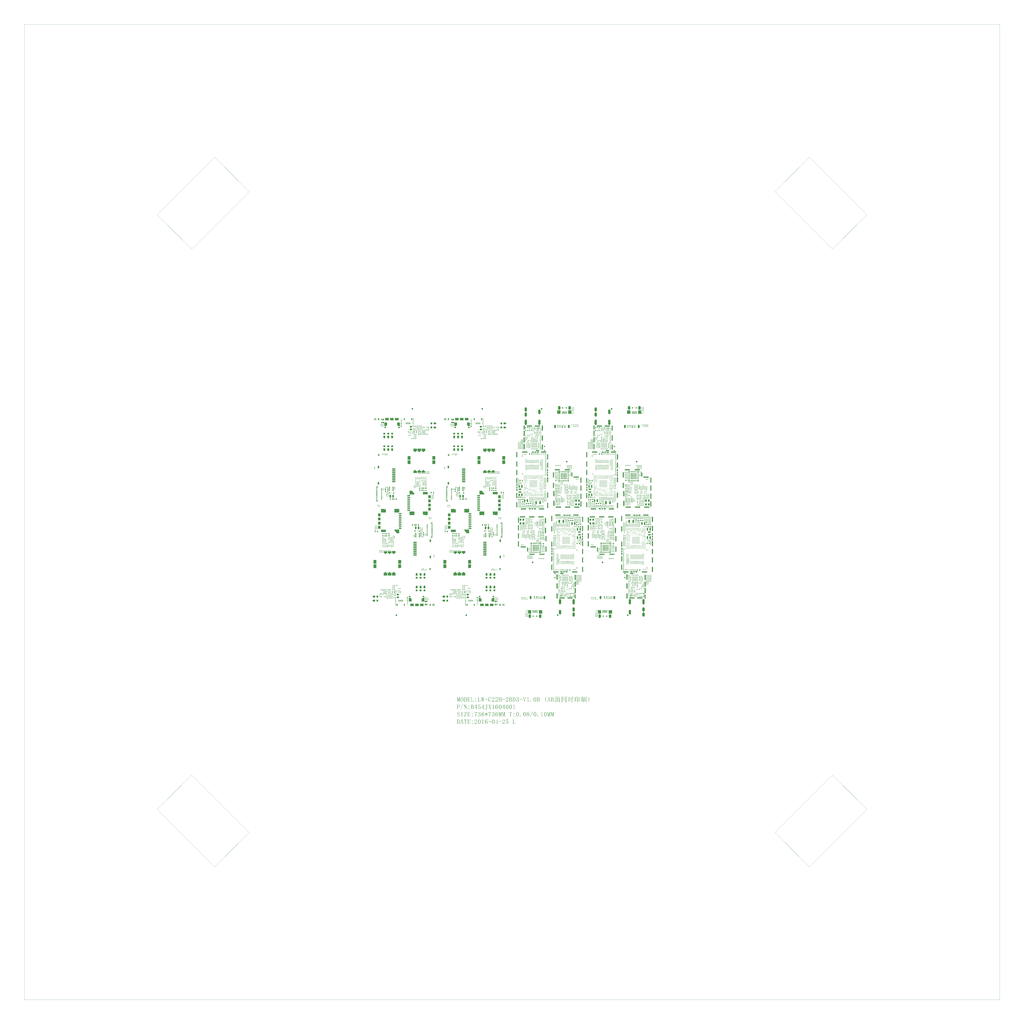
<source format=gbr>
G04 Generated by CircuitCAM Version 4.3*
%FSLAX24Y24*%
%MOIN*%
%ADD10C,0.000000*%
%ADD272C,0.027559*%
%LNSolderPasteTop_Ready*%
%LPD*%
G36*
G01X-12117Y-44875D02*
X-12159Y-44878D01*
X-12198Y-44887D01*
X-12235Y-44901D01*
X-12269Y-44922D01*
X-12301Y-44948D01*
X-12331Y-44980D01*
X-12358Y-45017D01*
X-12383Y-45059D01*
X-12404Y-45106D01*
X-12420Y-45155D01*
X-12433Y-45209D01*
X-12443Y-45266D01*
X-12448Y-45327D01*
X-12450Y-45392D01*
X-12448Y-45459D01*
X-12443Y-45522D01*
X-12433Y-45580D01*
X-12419Y-45635D01*
X-12402Y-45686D01*
X-12380Y-45732D01*
X-12355Y-45775D01*
X-12325Y-45813D01*
X-12294Y-45846D01*
X-12262Y-45873D01*
X-12228Y-45894D01*
X-12193Y-45908D01*
X-12156Y-45917D01*
X-12117Y-45920D01*
X-12077Y-45917D01*
X-12038Y-45909D01*
X-12002Y-45894D01*
X-11967Y-45874D01*
X-11935Y-45848D01*
X-11904Y-45816D01*
X-11876Y-45779D01*
X-11851Y-45736D01*
X-11829Y-45689D01*
X-11812Y-45638D01*
X-11798Y-45583D01*
X-11788Y-45524D01*
X-11782Y-45460D01*
X-11780Y-45392D01*
X-11782Y-45332D01*
X-11788Y-45274D01*
X-11797Y-45220D01*
X-11810Y-45167D01*
X-11827Y-45117D01*
X-11848Y-45070D01*
X-11872Y-45024D01*
X-11899Y-44985D01*
X-11928Y-44952D01*
X-11960Y-44924D01*
X-11995Y-44903D01*
X-12033Y-44887D01*
X-12074Y-44878D01*
X-12117Y-44875D01*
G37*
%LPC*%
G36*
G01X-12085Y-44920D02*
X-12117Y-44917D01*
X-12145Y-44920D01*
X-12171Y-44927D01*
X-12196Y-44939D01*
X-12219Y-44956D01*
X-12240Y-44978D01*
X-12260Y-45005D01*
X-12278Y-45036D01*
X-12293Y-45072D01*
X-12306Y-45113D01*
X-12317Y-45159D01*
X-12325Y-45210D01*
X-12331Y-45266D01*
X-12334Y-45327D01*
X-12335Y-45392D01*
X-12334Y-45463D01*
X-12330Y-45529D01*
X-12324Y-45589D01*
X-12315Y-45642D01*
X-12304Y-45690D01*
X-12291Y-45731D01*
X-12274Y-45767D01*
X-12256Y-45798D01*
X-12236Y-45825D01*
X-12215Y-45847D01*
X-12193Y-45864D01*
X-12169Y-45876D01*
X-12144Y-45883D01*
X-12117Y-45886D01*
X-12090Y-45883D01*
X-12063Y-45877D01*
X-12039Y-45865D01*
X-12016Y-45850D01*
X-11994Y-45829D01*
X-11975Y-45804D01*
X-11956Y-45775D01*
X-11940Y-45740D01*
X-11926Y-45698D01*
X-11915Y-45650D01*
X-11906Y-45595D01*
X-11900Y-45534D01*
X-11896Y-45467D01*
X-11895Y-45392D01*
X-11896Y-45333D01*
X-11900Y-45276D01*
X-11905Y-45224D01*
X-11913Y-45174D01*
X-11922Y-45129D01*
X-11935Y-45087D01*
X-11949Y-45048D01*
X-11965Y-45013D01*
X-11983Y-44984D01*
X-12004Y-44960D01*
X-12028Y-44941D01*
X-12055Y-44928D01*
X-12085Y-44920D01*
G37*
%LPD*%
G36*
G01X-11356Y-44887D02*
X-11624Y-44887D01*
X-11624Y-44921D01*
X-11589Y-44921D01*
X-11581Y-44922D01*
X-11575Y-44922D01*
X-11569Y-44923D01*
X-11563Y-44925D01*
X-11559Y-44927D01*
X-11554Y-44930D01*
X-11551Y-44933D01*
X-11547Y-44936D01*
X-11543Y-44940D01*
X-11541Y-44944D01*
X-11538Y-44950D01*
X-11537Y-44955D01*
X-11536Y-44961D01*
X-11535Y-44967D01*
X-11535Y-45824D01*
X-11536Y-45831D01*
X-11536Y-45837D01*
X-11537Y-45842D01*
X-11541Y-45852D01*
X-11544Y-45856D01*
X-11547Y-45859D01*
X-11550Y-45863D01*
X-11555Y-45867D01*
X-11559Y-45869D01*
X-11565Y-45872D01*
X-11571Y-45873D01*
X-11578Y-45874D01*
X-11585Y-45874D01*
X-11624Y-45874D01*
X-11624Y-45909D01*
X-11371Y-45909D01*
X-11314Y-45906D01*
X-11261Y-45898D01*
X-11212Y-45885D01*
X-11167Y-45866D01*
X-11126Y-45843D01*
X-11090Y-45813D01*
X-11057Y-45779D01*
X-11029Y-45739D01*
X-11004Y-45693D01*
X-10985Y-45641D01*
X-10970Y-45583D01*
X-10959Y-45520D01*
X-10952Y-45452D01*
X-10950Y-45377D01*
X-10952Y-45307D01*
X-10959Y-45243D01*
X-10970Y-45185D01*
X-10986Y-45132D01*
X-11006Y-45084D01*
X-11031Y-45042D01*
X-11061Y-45006D01*
X-11094Y-44974D01*
X-11130Y-44947D01*
X-11169Y-44926D01*
X-11211Y-44909D01*
X-11256Y-44896D01*
X-11305Y-44889D01*
X-11356Y-44887D01*
G37*
%LPC*%
G36*
G01X-11321Y-44923D02*
X-11359Y-44921D01*
X-11371Y-44922D01*
X-11381Y-44922D01*
X-11391Y-44923D01*
X-11400Y-44925D01*
X-11408Y-44927D01*
X-11415Y-44930D01*
X-11420Y-44933D01*
X-11426Y-44936D01*
X-11430Y-44940D01*
X-11433Y-44944D01*
X-11436Y-44950D01*
X-11438Y-44955D01*
X-11439Y-44961D01*
X-11440Y-44967D01*
X-11440Y-45824D01*
X-11439Y-45831D01*
X-11439Y-45837D01*
X-11437Y-45842D01*
X-11435Y-45847D01*
X-11432Y-45852D01*
X-11428Y-45856D01*
X-11424Y-45859D01*
X-11419Y-45863D01*
X-11413Y-45867D01*
X-11406Y-45869D01*
X-11399Y-45872D01*
X-11391Y-45873D01*
X-11383Y-45874D01*
X-11375Y-45874D01*
X-11338Y-45872D01*
X-11304Y-45866D01*
X-11271Y-45856D01*
X-11240Y-45842D01*
X-11210Y-45824D01*
X-11183Y-45801D01*
X-11157Y-45775D01*
X-11132Y-45743D01*
X-11111Y-45703D01*
X-11094Y-45655D01*
X-11081Y-45600D01*
X-11072Y-45537D01*
X-11067Y-45467D01*
X-11065Y-45388D01*
X-11066Y-45317D01*
X-11071Y-45252D01*
X-11080Y-45194D01*
X-11091Y-45142D01*
X-11106Y-45096D01*
X-11124Y-45057D01*
X-11145Y-45024D01*
X-11168Y-44997D01*
X-11194Y-44974D01*
X-11222Y-44955D01*
X-11252Y-44940D01*
X-11285Y-44930D01*
X-11321Y-44923D01*
G37*
%LPD*%
G36*
G01X00433Y-44887D02*
X00166Y-44887D01*
X00166Y-44921D01*
X00200Y-44921D01*
X00207Y-44922D01*
X00214Y-44922D01*
X00220Y-44923D01*
X00226Y-44925D01*
X00231Y-44927D01*
X00235Y-44930D01*
X00239Y-44933D01*
X00243Y-44936D01*
X00246Y-44940D01*
X00249Y-44944D01*
X00251Y-44950D01*
X00252Y-44955D01*
X00254Y-44961D01*
X00254Y-45831D01*
X00253Y-45837D01*
X00252Y-45842D01*
X00250Y-45847D01*
X00248Y-45852D01*
X00245Y-45856D01*
X00242Y-45859D01*
X00239Y-45863D01*
X00234Y-45867D01*
X00230Y-45869D01*
X00224Y-45872D01*
X00218Y-45873D01*
X00211Y-45874D01*
X00204Y-45874D01*
X00166Y-45874D01*
X00166Y-45909D01*
X00418Y-45909D01*
X00475Y-45906D01*
X00528Y-45898D01*
X00577Y-45885D01*
X00622Y-45866D01*
X00663Y-45843D01*
X00700Y-45813D01*
X00732Y-45779D01*
X00761Y-45739D01*
X00785Y-45693D01*
X00804Y-45641D01*
X00820Y-45583D01*
X00831Y-45520D01*
X00837Y-45452D01*
X00839Y-45377D01*
X00837Y-45307D01*
X00830Y-45243D01*
X00819Y-45185D01*
X00803Y-45132D01*
X00783Y-45084D01*
X00758Y-45042D01*
X00728Y-45006D01*
X00695Y-44974D01*
X00659Y-44947D01*
X00620Y-44926D01*
X00578Y-44909D01*
X00533Y-44896D01*
X00485Y-44889D01*
X00433Y-44887D01*
G37*
%LPC*%
G36*
G01X00468Y-44923D02*
X00430Y-44921D01*
X00418Y-44922D01*
X00407Y-44922D01*
X00398Y-44923D01*
X00389Y-44925D01*
X00381Y-44927D01*
X00374Y-44930D01*
X00369Y-44933D01*
X00363Y-44936D01*
X00359Y-44940D01*
X00356Y-44944D01*
X00353Y-44950D01*
X00351Y-44955D01*
X00350Y-44961D01*
X00349Y-44967D01*
X00349Y-45824D01*
X00350Y-45831D01*
X00351Y-45837D01*
X00352Y-45842D01*
X00354Y-45847D01*
X00357Y-45852D01*
X00361Y-45856D01*
X00365Y-45859D01*
X00370Y-45863D01*
X00377Y-45867D01*
X00383Y-45869D01*
X00390Y-45872D01*
X00398Y-45873D01*
X00406Y-45874D01*
X00415Y-45874D01*
X00451Y-45872D01*
X00485Y-45866D01*
X00518Y-45856D01*
X00550Y-45842D01*
X00579Y-45824D01*
X00607Y-45801D01*
X00633Y-45775D01*
X00657Y-45743D01*
X00678Y-45703D01*
X00694Y-45655D01*
X00707Y-45600D01*
X00717Y-45537D01*
X00723Y-45467D01*
X00724Y-45388D01*
X00723Y-45317D01*
X00718Y-45252D01*
X00710Y-45194D01*
X00698Y-45142D01*
X00683Y-45096D01*
X00665Y-45057D01*
X00644Y-45024D01*
X00621Y-44997D01*
X00595Y-44974D01*
X00567Y-44955D01*
X00537Y-44940D01*
X00504Y-44930D01*
X00468Y-44923D01*
G37*
%LPD*%
G36*
G01X-00340Y-44887D02*
X-00692Y-44887D01*
X-00692Y-44921D01*
X-00654Y-44921D01*
X-00644Y-44922D01*
X-00635Y-44922D01*
X-00628Y-44923D01*
X-00620Y-44925D01*
X-00614Y-44927D01*
X-00608Y-44930D01*
X-00604Y-44933D01*
X-00600Y-44936D01*
X-00596Y-44940D01*
X-00593Y-44944D01*
X-00591Y-44950D01*
X-00590Y-44955D01*
X-00589Y-44961D01*
X-00588Y-44967D01*
X-00588Y-45824D01*
X-00589Y-45831D01*
X-00590Y-45837D01*
X-00591Y-45842D01*
X-00593Y-45847D01*
X-00596Y-45852D01*
X-00600Y-45856D01*
X-00604Y-45859D01*
X-00607Y-45863D01*
X-00612Y-45867D01*
X-00617Y-45869D01*
X-00623Y-45872D01*
X-00630Y-45873D01*
X-00637Y-45874D01*
X-00646Y-45874D01*
X-00692Y-45874D01*
X-00692Y-45909D01*
X-00317Y-45909D01*
X-00276Y-45907D01*
X-00239Y-45903D01*
X-00203Y-45895D01*
X-00170Y-45885D01*
X-00140Y-45872D01*
X-00112Y-45856D01*
X-00087Y-45836D01*
X-00065Y-45814D01*
X-00046Y-45791D01*
X-00030Y-45765D01*
X-00018Y-45738D01*
X-00009Y-45709D01*
X-00004Y-45678D01*
X-00003Y-45644D01*
X-00004Y-45618D01*
X-00007Y-45591D01*
X-00012Y-45566D01*
X-00019Y-45541D01*
X-00028Y-45518D01*
X-00039Y-45494D01*
X-00052Y-45472D01*
X-00067Y-45450D01*
X-00086Y-45430D01*
X-00109Y-45411D01*
X-00135Y-45394D01*
X-00165Y-45379D01*
X-00199Y-45365D01*
X-00236Y-45354D01*
X-00206Y-45341D01*
X-00179Y-45328D01*
X-00155Y-45315D01*
X-00134Y-45301D01*
X-00117Y-45286D01*
X-00102Y-45270D01*
X-00091Y-45254D01*
X-00081Y-45238D01*
X-00072Y-45221D01*
X-00065Y-45204D01*
X-00059Y-45184D01*
X-00056Y-45164D01*
X-00053Y-45143D01*
X-00052Y-45120D01*
X-00054Y-45087D01*
X-00058Y-45056D01*
X-00066Y-45027D01*
X-00076Y-45002D01*
X-00090Y-44978D01*
X-00106Y-44958D01*
X-00125Y-44941D01*
X-00146Y-44926D01*
X-00171Y-44914D01*
X-00198Y-44904D01*
X-00229Y-44896D01*
X-00263Y-44891D01*
X-00300Y-44888D01*
X-00340Y-44887D01*
G37*
%LPC*%
G36*
G01X-00370Y-44921D02*
X-00443Y-44921D01*
X-00456Y-44922D01*
X-00461Y-44923D01*
X-00467Y-44925D01*
X-00477Y-44930D01*
X-00481Y-44933D01*
X-00484Y-44936D01*
X-00487Y-44940D01*
X-00489Y-44944D01*
X-00491Y-44950D01*
X-00492Y-44955D01*
X-00493Y-44961D01*
X-00493Y-45342D01*
X-00340Y-45342D01*
X-00321Y-45341D01*
X-00303Y-45337D01*
X-00285Y-45332D01*
X-00268Y-45324D01*
X-00250Y-45313D01*
X-00233Y-45300D01*
X-00217Y-45285D01*
X-00201Y-45268D01*
X-00187Y-45249D01*
X-00176Y-45228D01*
X-00167Y-45204D01*
X-00161Y-45177D01*
X-00157Y-45148D01*
X-00156Y-45117D01*
X-00157Y-45087D01*
X-00161Y-45060D01*
X-00167Y-45036D01*
X-00176Y-45014D01*
X-00187Y-44994D01*
X-00201Y-44978D01*
X-00217Y-44963D01*
X-00234Y-44952D01*
X-00253Y-44943D01*
X-00273Y-44935D01*
X-00295Y-44929D01*
X-00319Y-44925D01*
X-00344Y-44922D01*
X-00370Y-44921D01*
G37*
G36*
G01X-00359Y-45377D02*
X-00493Y-45377D01*
X-00493Y-45831D01*
X-00492Y-45837D01*
X-00491Y-45842D01*
X-00489Y-45847D01*
X-00487Y-45852D01*
X-00484Y-45856D01*
X-00481Y-45859D01*
X-00477Y-45863D01*
X-00472Y-45867D01*
X-00466Y-45869D01*
X-00460Y-45872D01*
X-00454Y-45873D01*
X-00446Y-45874D01*
X-00439Y-45874D01*
X-00332Y-45874D01*
X-00304Y-45873D01*
X-00278Y-45869D01*
X-00254Y-45862D01*
X-00232Y-45853D01*
X-00211Y-45841D01*
X-00192Y-45826D01*
X-00175Y-45809D01*
X-00160Y-45791D01*
X-00147Y-45770D01*
X-00136Y-45747D01*
X-00128Y-45722D01*
X-00122Y-45694D01*
X-00119Y-45665D01*
X-00118Y-45633D01*
X-00119Y-45596D01*
X-00122Y-45563D01*
X-00129Y-45532D01*
X-00137Y-45504D01*
X-00149Y-45479D01*
X-00163Y-45457D01*
X-00179Y-45438D01*
X-00198Y-45422D01*
X-00219Y-45408D01*
X-00242Y-45397D01*
X-00268Y-45388D01*
X-00296Y-45382D01*
X-00326Y-45378D01*
X-00359Y-45377D01*
G37*
%LPD*%
G36*
G01X05563Y-44875D02*
X05524Y-44878D01*
X05488Y-44887D01*
X05454Y-44901D01*
X05421Y-44922D01*
X05391Y-44948D01*
X05363Y-44980D01*
X05337Y-45017D01*
X05315Y-45059D01*
X05296Y-45106D01*
X05280Y-45155D01*
X05268Y-45209D01*
X05259Y-45266D01*
X05254Y-45327D01*
X05253Y-45392D01*
X05254Y-45462D01*
X05260Y-45527D01*
X05269Y-45587D01*
X05281Y-45643D01*
X05298Y-45694D01*
X05317Y-45741D01*
X05341Y-45782D01*
X05367Y-45819D01*
X05395Y-45850D01*
X05424Y-45875D01*
X05456Y-45895D01*
X05490Y-45909D01*
X05525Y-45917D01*
X05563Y-45920D01*
X05599Y-45917D01*
X05633Y-45909D01*
X05667Y-45894D01*
X05698Y-45874D01*
X05727Y-45848D01*
X05755Y-45816D01*
X05781Y-45779D01*
X05804Y-45736D01*
X05824Y-45689D01*
X05840Y-45638D01*
X05853Y-45583D01*
X05862Y-45524D01*
X05867Y-45460D01*
X05869Y-45392D01*
X05867Y-45324D01*
X05862Y-45261D01*
X05853Y-45202D01*
X05840Y-45147D01*
X05824Y-45097D01*
X05804Y-45051D01*
X05781Y-45009D01*
X05755Y-44974D01*
X05727Y-44944D01*
X05698Y-44919D01*
X05667Y-44900D01*
X05633Y-44886D01*
X05599Y-44878D01*
X05563Y-44875D01*
G37*
%LPC*%
G36*
G01X05589Y-44928D02*
X05563Y-44925D01*
X05539Y-44928D01*
X05517Y-44935D01*
X05495Y-44948D01*
X05475Y-44966D01*
X05456Y-44989D01*
X05438Y-45018D01*
X05421Y-45051D01*
X05407Y-45089D01*
X05395Y-45131D01*
X05385Y-45176D01*
X05377Y-45224D01*
X05372Y-45277D01*
X05369Y-45333D01*
X05367Y-45392D01*
X05369Y-45454D01*
X05372Y-45513D01*
X05377Y-45567D01*
X05385Y-45618D01*
X05395Y-45664D01*
X05407Y-45706D01*
X05421Y-45744D01*
X05438Y-45778D01*
X05456Y-45806D01*
X05475Y-45829D01*
X05495Y-45847D01*
X05517Y-45860D01*
X05539Y-45868D01*
X05563Y-45870D01*
X05587Y-45868D01*
X05610Y-45860D01*
X05631Y-45847D01*
X05651Y-45829D01*
X05669Y-45806D01*
X05685Y-45778D01*
X05700Y-45744D01*
X05715Y-45706D01*
X05727Y-45664D01*
X05737Y-45618D01*
X05744Y-45567D01*
X05750Y-45513D01*
X05753Y-45454D01*
X05754Y-45392D01*
X05753Y-45333D01*
X05750Y-45277D01*
X05745Y-45224D01*
X05738Y-45176D01*
X05729Y-45131D01*
X05717Y-45089D01*
X05704Y-45051D01*
X05690Y-45018D01*
X05674Y-44989D01*
X05656Y-44966D01*
X05635Y-44948D01*
X05613Y-44935D01*
X05589Y-44928D01*
G37*
%LPD*%
G36*
G01X06397Y-44887D02*
X06045Y-44887D01*
X06045Y-44921D01*
X06083Y-44921D01*
X06093Y-44922D01*
X06101Y-44922D01*
X06109Y-44923D01*
X06116Y-44925D01*
X06123Y-44927D01*
X06128Y-44930D01*
X06133Y-44933D01*
X06137Y-44936D01*
X06141Y-44940D01*
X06143Y-44944D01*
X06146Y-44950D01*
X06147Y-44955D01*
X06148Y-44961D01*
X06148Y-44967D01*
X06148Y-45824D01*
X06148Y-45831D01*
X06147Y-45837D01*
X06146Y-45842D01*
X06143Y-45847D01*
X06141Y-45852D01*
X06137Y-45856D01*
X06133Y-45859D01*
X06129Y-45863D01*
X06125Y-45867D01*
X06120Y-45869D01*
X06114Y-45872D01*
X06107Y-45873D01*
X06099Y-45874D01*
X06091Y-45874D01*
X06045Y-45874D01*
X06045Y-45909D01*
X06420Y-45909D01*
X06460Y-45907D01*
X06498Y-45903D01*
X06533Y-45895D01*
X06566Y-45885D01*
X06596Y-45872D01*
X06624Y-45856D01*
X06650Y-45836D01*
X06672Y-45814D01*
X06691Y-45791D01*
X06706Y-45765D01*
X06719Y-45738D01*
X06727Y-45709D01*
X06732Y-45678D01*
X06734Y-45644D01*
X06733Y-45618D01*
X06730Y-45591D01*
X06725Y-45566D01*
X06718Y-45541D01*
X06709Y-45518D01*
X06697Y-45494D01*
X06684Y-45472D01*
X06669Y-45450D01*
X06650Y-45430D01*
X06628Y-45411D01*
X06602Y-45394D01*
X06572Y-45379D01*
X06538Y-45365D01*
X06500Y-45354D01*
X06531Y-45341D01*
X06557Y-45328D01*
X06581Y-45315D01*
X06602Y-45301D01*
X06620Y-45286D01*
X06635Y-45270D01*
X06646Y-45254D01*
X06656Y-45238D01*
X06665Y-45221D01*
X06672Y-45204D01*
X06677Y-45184D01*
X06681Y-45164D01*
X06683Y-45143D01*
X06684Y-45120D01*
X06683Y-45087D01*
X06678Y-45056D01*
X06671Y-45027D01*
X06660Y-45002D01*
X06647Y-44978D01*
X06631Y-44958D01*
X06611Y-44941D01*
X06590Y-44926D01*
X06566Y-44914D01*
X06538Y-44904D01*
X06508Y-44896D01*
X06474Y-44891D01*
X06437Y-44888D01*
X06397Y-44887D01*
G37*
%LPC*%
G36*
G01X06367Y-44921D02*
X06294Y-44921D01*
X06281Y-44922D01*
X06276Y-44923D01*
X06270Y-44925D01*
X06260Y-44930D01*
X06256Y-44933D01*
X06252Y-44936D01*
X06250Y-44940D01*
X06248Y-44944D01*
X06246Y-44950D01*
X06245Y-44955D01*
X06244Y-44961D01*
X06244Y-45342D01*
X06397Y-45342D01*
X06415Y-45341D01*
X06433Y-45337D01*
X06452Y-45332D01*
X06469Y-45324D01*
X06486Y-45313D01*
X06503Y-45300D01*
X06520Y-45285D01*
X06536Y-45268D01*
X06550Y-45249D01*
X06561Y-45228D01*
X06570Y-45204D01*
X06576Y-45177D01*
X06580Y-45148D01*
X06581Y-45117D01*
X06580Y-45087D01*
X06576Y-45060D01*
X06570Y-45036D01*
X06561Y-45014D01*
X06550Y-44994D01*
X06536Y-44978D01*
X06520Y-44963D01*
X06502Y-44952D01*
X06483Y-44943D01*
X06463Y-44935D01*
X06441Y-44929D01*
X06418Y-44925D01*
X06393Y-44922D01*
X06367Y-44921D01*
G37*
G36*
G01X06378Y-45377D02*
X06244Y-45377D01*
X06244Y-45831D01*
X06245Y-45837D01*
X06246Y-45842D01*
X06248Y-45847D01*
X06250Y-45852D01*
X06252Y-45856D01*
X06256Y-45859D01*
X06260Y-45863D01*
X06265Y-45867D01*
X06271Y-45869D01*
X06277Y-45872D01*
X06283Y-45873D01*
X06290Y-45874D01*
X06298Y-45874D01*
X06405Y-45874D01*
X06432Y-45873D01*
X06458Y-45869D01*
X06482Y-45862D01*
X06505Y-45853D01*
X06526Y-45841D01*
X06544Y-45826D01*
X06562Y-45809D01*
X06577Y-45791D01*
X06590Y-45770D01*
X06600Y-45747D01*
X06609Y-45722D01*
X06615Y-45694D01*
X06618Y-45665D01*
X06619Y-45633D01*
X06618Y-45596D01*
X06614Y-45563D01*
X06608Y-45532D01*
X06599Y-45504D01*
X06588Y-45479D01*
X06574Y-45457D01*
X06558Y-45438D01*
X06539Y-45422D01*
X06518Y-45408D01*
X06495Y-45397D01*
X06469Y-45388D01*
X06441Y-45382D01*
X06411Y-45378D01*
X06378Y-45377D01*
G37*
%LPD*%
G36*
G01X11587Y-44703D02*
X11503Y-44783D01*
X10298Y-44783D01*
X10343Y-44830D01*
X10359Y-44824D01*
X10375Y-44820D01*
X10391Y-44817D01*
X10408Y-44814D01*
X10426Y-44812D01*
X10444Y-44811D01*
X10462Y-44810D01*
X10894Y-44810D01*
X10887Y-44848D01*
X10878Y-44887D01*
X10868Y-44924D01*
X10856Y-44962D01*
X10842Y-45000D01*
X10827Y-45037D01*
X10810Y-45074D01*
X10531Y-45074D01*
X10439Y-45028D01*
X10441Y-45084D01*
X10443Y-45145D01*
X10444Y-45212D01*
X10445Y-45285D01*
X10446Y-45363D01*
X10446Y-45447D01*
X10447Y-45537D01*
X10446Y-45628D01*
X10446Y-45715D01*
X10445Y-45797D01*
X10444Y-45874D01*
X10443Y-45948D01*
X10441Y-46017D01*
X10439Y-46081D01*
X10440Y-46081D01*
X10531Y-46039D01*
X10531Y-45943D01*
X11457Y-45943D01*
X11457Y-46054D01*
X11458Y-46054D01*
X11545Y-46020D01*
X11544Y-45915D01*
X11543Y-45803D01*
X11543Y-45683D01*
X11542Y-45556D01*
X11542Y-45421D01*
X11541Y-45278D01*
X11541Y-45128D01*
X11587Y-45093D01*
X11492Y-45013D01*
X11446Y-45074D01*
X10852Y-45074D01*
X10867Y-45050D01*
X10883Y-45024D01*
X10900Y-44998D01*
X10918Y-44970D01*
X10937Y-44942D01*
X10957Y-44913D01*
X10979Y-44883D01*
X11032Y-44864D01*
X10948Y-44810D01*
X11694Y-44810D01*
X11587Y-44703D01*
G37*
%LPC*%
G36*
G01X11457Y-45105D02*
X11193Y-45105D01*
X11193Y-45913D01*
X11457Y-45913D01*
X11457Y-45105D01*
G37*
G36*
G01X11117Y-45105D02*
X10864Y-45105D01*
X10864Y-45339D01*
X11117Y-45339D01*
X11117Y-45105D01*
G37*
G36*
G01X10787Y-45105D02*
X10531Y-45105D01*
X10531Y-45913D01*
X10787Y-45913D01*
X10787Y-45105D01*
G37*
G36*
G01X11117Y-45369D02*
X10864Y-45369D01*
X10864Y-45614D01*
X11117Y-45614D01*
X11117Y-45369D01*
G37*
G36*
G01X11117Y-45644D02*
X10864Y-45644D01*
X10864Y-45913D01*
X11117Y-45913D01*
X11117Y-45644D01*
G37*
%LPD*%
G36*
G01X08965Y-44857D02*
X08964Y-44857D01*
X08874Y-44887D01*
X08640Y-45806D01*
X08639Y-45816D01*
X08637Y-45826D01*
X08634Y-45834D01*
X08631Y-45842D01*
X08627Y-45848D01*
X08622Y-45854D01*
X08617Y-45859D01*
X08611Y-45863D01*
X08606Y-45867D01*
X08600Y-45869D01*
X08594Y-45872D01*
X08588Y-45873D01*
X08581Y-45874D01*
X08575Y-45874D01*
X08560Y-45874D01*
X08560Y-45909D01*
X08778Y-45909D01*
X08778Y-45874D01*
X08759Y-45874D01*
X08747Y-45874D01*
X08737Y-45872D01*
X08728Y-45868D01*
X08720Y-45863D01*
X08714Y-45857D01*
X08709Y-45849D01*
X08705Y-45840D01*
X08702Y-45830D01*
X08700Y-45819D01*
X08700Y-45807D01*
X08700Y-45794D01*
X08700Y-45781D01*
X08702Y-45767D01*
X08705Y-45752D01*
X08767Y-45522D01*
X09027Y-45522D01*
X09088Y-45786D01*
X09091Y-45798D01*
X09093Y-45809D01*
X09094Y-45819D01*
X09095Y-45828D01*
X09094Y-45837D01*
X09094Y-45844D01*
X09092Y-45851D01*
X09089Y-45857D01*
X09085Y-45863D01*
X09080Y-45867D01*
X09073Y-45870D01*
X09065Y-45872D01*
X09056Y-45874D01*
X09046Y-45874D01*
X09023Y-45874D01*
X09023Y-45909D01*
X09283Y-45909D01*
X09283Y-45874D01*
X09264Y-45874D01*
X09257Y-45874D01*
X09251Y-45873D01*
X09245Y-45871D01*
X09239Y-45868D01*
X09233Y-45865D01*
X09228Y-45860D01*
X09222Y-45855D01*
X09217Y-45850D01*
X09211Y-45845D01*
X09207Y-45839D01*
X09202Y-45831D01*
X09198Y-45824D01*
X09195Y-45815D01*
X09191Y-45806D01*
X08965Y-44857D01*
G37*
%LPC*%
G36*
G01X08904Y-44986D02*
X08900Y-44986D01*
X08774Y-45488D01*
X09023Y-45488D01*
X08904Y-44986D01*
G37*
%LPD*%
G36*
G01X09765Y-44887D02*
X09413Y-44887D01*
X09413Y-44921D01*
X09452Y-44921D01*
X09461Y-44922D01*
X09470Y-44922D01*
X09478Y-44923D01*
X09485Y-44925D01*
X09491Y-44927D01*
X09496Y-44930D01*
X09501Y-44933D01*
X09506Y-44936D01*
X09509Y-44940D01*
X09512Y-44944D01*
X09514Y-44950D01*
X09515Y-44955D01*
X09516Y-44961D01*
X09517Y-44967D01*
X09517Y-45824D01*
X09516Y-45831D01*
X09515Y-45837D01*
X09514Y-45842D01*
X09512Y-45847D01*
X09509Y-45852D01*
X09506Y-45856D01*
X09501Y-45859D01*
X09498Y-45863D01*
X09493Y-45867D01*
X09488Y-45869D01*
X09482Y-45872D01*
X09475Y-45873D01*
X09468Y-45874D01*
X09459Y-45874D01*
X09413Y-45874D01*
X09413Y-45909D01*
X09788Y-45909D01*
X09829Y-45907D01*
X09867Y-45903D01*
X09902Y-45895D01*
X09935Y-45885D01*
X09965Y-45872D01*
X09993Y-45856D01*
X10018Y-45836D01*
X10041Y-45814D01*
X10059Y-45791D01*
X10075Y-45765D01*
X10087Y-45738D01*
X10095Y-45709D01*
X10100Y-45678D01*
X10102Y-45644D01*
X10101Y-45618D01*
X10098Y-45591D01*
X10093Y-45566D01*
X10086Y-45541D01*
X10077Y-45518D01*
X10066Y-45494D01*
X10052Y-45472D01*
X10037Y-45450D01*
X10019Y-45430D01*
X09996Y-45411D01*
X09970Y-45394D01*
X09940Y-45379D01*
X09906Y-45365D01*
X09869Y-45354D01*
X09899Y-45341D01*
X09926Y-45328D01*
X09950Y-45315D01*
X09970Y-45301D01*
X09988Y-45286D01*
X10003Y-45270D01*
X10014Y-45254D01*
X10024Y-45238D01*
X10033Y-45221D01*
X10040Y-45204D01*
X10045Y-45184D01*
X10049Y-45164D01*
X10052Y-45143D01*
X10052Y-45120D01*
X10051Y-45087D01*
X10046Y-45056D01*
X10039Y-45027D01*
X10029Y-45002D01*
X10015Y-44978D01*
X09999Y-44958D01*
X09980Y-44941D01*
X09959Y-44926D01*
X09934Y-44914D01*
X09907Y-44904D01*
X09876Y-44896D01*
X09842Y-44891D01*
X09806Y-44888D01*
X09765Y-44887D01*
G37*
%LPC*%
G36*
G01X09735Y-44921D02*
X09662Y-44921D01*
X09656Y-44922D01*
X09650Y-44922D01*
X09644Y-44923D01*
X09638Y-44925D01*
X09633Y-44927D01*
X09628Y-44930D01*
X09624Y-44933D01*
X09621Y-44936D01*
X09618Y-44940D01*
X09616Y-44944D01*
X09615Y-44950D01*
X09613Y-44955D01*
X09613Y-44961D01*
X09612Y-44967D01*
X09612Y-45342D01*
X09765Y-45342D01*
X09784Y-45341D01*
X09802Y-45337D01*
X09820Y-45332D01*
X09837Y-45324D01*
X09854Y-45313D01*
X09871Y-45300D01*
X09888Y-45285D01*
X09904Y-45268D01*
X09918Y-45249D01*
X09929Y-45228D01*
X09938Y-45204D01*
X09944Y-45177D01*
X09948Y-45148D01*
X09949Y-45117D01*
X09948Y-45087D01*
X09944Y-45060D01*
X09938Y-45036D01*
X09929Y-45014D01*
X09918Y-44994D01*
X09904Y-44978D01*
X09888Y-44963D01*
X09871Y-44952D01*
X09852Y-44943D01*
X09831Y-44935D01*
X09810Y-44929D01*
X09786Y-44925D01*
X09761Y-44922D01*
X09735Y-44921D01*
G37*
G36*
G01X09746Y-45377D02*
X09612Y-45377D01*
X09612Y-45824D01*
X09613Y-45831D01*
X09613Y-45837D01*
X09615Y-45842D01*
X09616Y-45847D01*
X09618Y-45852D01*
X09621Y-45856D01*
X09624Y-45859D01*
X09628Y-45863D01*
X09633Y-45867D01*
X09639Y-45869D01*
X09645Y-45872D01*
X09652Y-45873D01*
X09659Y-45874D01*
X09666Y-45874D01*
X09773Y-45874D01*
X09801Y-45873D01*
X09826Y-45869D01*
X09851Y-45862D01*
X09873Y-45853D01*
X09894Y-45841D01*
X09913Y-45826D01*
X09930Y-45809D01*
X09945Y-45791D01*
X09958Y-45770D01*
X09969Y-45747D01*
X09977Y-45722D01*
X09983Y-45694D01*
X09986Y-45665D01*
X09987Y-45633D01*
X09986Y-45596D01*
X09982Y-45563D01*
X09976Y-45532D01*
X09967Y-45504D01*
X09956Y-45479D01*
X09943Y-45457D01*
X09926Y-45438D01*
X09907Y-45422D01*
X09887Y-45408D01*
X09863Y-45397D01*
X09837Y-45388D01*
X09809Y-45382D01*
X09779Y-45378D01*
X09746Y-45377D01*
G37*
%LPD*%
G36*
G01X12812Y-45224D02*
X12770Y-45277D01*
X12437Y-45277D01*
X12345Y-45231D01*
X12347Y-45269D01*
X12349Y-45307D01*
X12350Y-45346D01*
X12352Y-45385D01*
X12352Y-45425D01*
X12353Y-45466D01*
X12353Y-45549D01*
X12352Y-45590D01*
X12352Y-45630D01*
X12350Y-45669D01*
X12349Y-45706D01*
X12347Y-45743D01*
X12345Y-45778D01*
X12346Y-45778D01*
X12430Y-45752D01*
X12430Y-45630D01*
X12781Y-45630D01*
X12781Y-45744D01*
X12783Y-45744D01*
X12866Y-45713D01*
X12865Y-45690D01*
X12864Y-45666D01*
X12863Y-45643D01*
X12863Y-45620D01*
X12862Y-45597D01*
X12862Y-45575D01*
X12862Y-45553D01*
X12862Y-45331D01*
X12904Y-45300D01*
X12812Y-45224D01*
G37*
%LPC*%
G36*
G01X12781Y-45308D02*
X12430Y-45308D01*
X12430Y-45602D01*
X12781Y-45602D01*
X12781Y-45308D01*
G37*
%LPD*%
G36*
G01X13972Y-44848D02*
X13926Y-44906D01*
X13708Y-44906D01*
X13608Y-44848D01*
X13609Y-44890D01*
X13610Y-44942D01*
X13611Y-45004D01*
X13611Y-45077D01*
X13612Y-45160D01*
X13612Y-45254D01*
X13612Y-45463D01*
X13612Y-45561D01*
X13611Y-45650D01*
X13611Y-45733D01*
X13610Y-45807D01*
X13609Y-45873D01*
X13608Y-45931D01*
X13693Y-45874D01*
X13693Y-45752D01*
X13937Y-45752D01*
X13937Y-45893D01*
X13938Y-45893D01*
X14022Y-45840D01*
X14020Y-45809D01*
X14018Y-45770D01*
X14017Y-45723D01*
X14015Y-45668D01*
X14015Y-45606D01*
X14014Y-45535D01*
X14014Y-44975D01*
X14068Y-44937D01*
X13972Y-44848D01*
G37*
%LPC*%
G36*
G01X13937Y-44937D02*
X13693Y-44937D01*
X13693Y-45300D01*
X13937Y-45300D01*
X13937Y-44937D01*
G37*
G36*
G01X13937Y-45331D02*
X13693Y-45331D01*
X13693Y-45721D01*
X13937Y-45721D01*
X13937Y-45331D01*
G37*
%LPD*%
G36*
G01X17486Y-44734D02*
X17444Y-44783D01*
X16977Y-44783D01*
X16889Y-44741D01*
X16892Y-44812D01*
X16894Y-44883D01*
X16895Y-44954D01*
X16896Y-45024D01*
X16895Y-45095D01*
X16894Y-45165D01*
X16893Y-45235D01*
X16888Y-45303D01*
X16883Y-45368D01*
X16875Y-45429D01*
X16866Y-45486D01*
X16855Y-45540D01*
X16842Y-45591D01*
X16828Y-45637D01*
X16812Y-45681D01*
X16796Y-45724D01*
X16781Y-45765D01*
X16765Y-45805D01*
X16749Y-45844D01*
X16733Y-45881D01*
X16717Y-45917D01*
X16732Y-45932D01*
X16755Y-45903D01*
X16777Y-45871D01*
X16799Y-45836D01*
X16821Y-45797D01*
X16843Y-45756D01*
X16864Y-45711D01*
X16885Y-45664D01*
X16906Y-45612D01*
X16923Y-45556D01*
X16939Y-45494D01*
X16951Y-45428D01*
X16961Y-45357D01*
X16968Y-45281D01*
X16973Y-45201D01*
X16973Y-45063D01*
X17455Y-45063D01*
X17455Y-45147D01*
X17456Y-45147D01*
X17535Y-45117D01*
X17533Y-45095D01*
X17532Y-45074D01*
X17530Y-45053D01*
X17529Y-45033D01*
X17528Y-45013D01*
X17528Y-44994D01*
X17528Y-44830D01*
X17570Y-44799D01*
X17486Y-44734D01*
G37*
%LPC*%
G36*
G01X17455Y-44810D02*
X16973Y-44810D01*
X16973Y-45032D01*
X17455Y-45032D01*
X17455Y-44810D01*
G37*
%LPD*%
G36*
G01X-12956Y-46676D02*
X-13311Y-46676D01*
X-13311Y-46711D01*
X-13273Y-46711D01*
X-13265Y-46711D01*
X-13257Y-46711D01*
X-13250Y-46713D01*
X-13244Y-46715D01*
X-13239Y-46717D01*
X-13235Y-46719D01*
X-13231Y-46722D01*
X-13227Y-46726D01*
X-13224Y-46730D01*
X-13221Y-46734D01*
X-13219Y-46739D01*
X-13217Y-46744D01*
X-13216Y-46750D01*
X-13216Y-46757D01*
X-13216Y-47614D01*
X-13216Y-47620D01*
X-13217Y-47626D01*
X-13219Y-47631D01*
X-13221Y-47637D01*
X-13224Y-47641D01*
X-13227Y-47645D01*
X-13231Y-47648D01*
X-13235Y-47652D01*
X-13239Y-47656D01*
X-13244Y-47659D01*
X-13250Y-47661D01*
X-13257Y-47663D01*
X-13265Y-47663D01*
X-13273Y-47664D01*
X-13311Y-47664D01*
X-13311Y-47698D01*
X-13024Y-47698D01*
X-13024Y-47664D01*
X-13067Y-47664D01*
X-13074Y-47663D01*
X-13081Y-47663D01*
X-13087Y-47661D01*
X-13093Y-47659D01*
X-13099Y-47656D01*
X-13104Y-47652D01*
X-13109Y-47648D01*
X-13112Y-47645D01*
X-13114Y-47641D01*
X-13116Y-47637D01*
X-13118Y-47631D01*
X-13119Y-47626D01*
X-13120Y-47620D01*
X-13120Y-47614D01*
X-13120Y-47220D01*
X-12936Y-47220D01*
X-12903Y-47218D01*
X-12871Y-47214D01*
X-12840Y-47206D01*
X-12811Y-47196D01*
X-12782Y-47183D01*
X-12756Y-47166D01*
X-12730Y-47147D01*
X-12706Y-47125D01*
X-12687Y-47100D01*
X-12670Y-47073D01*
X-12658Y-47043D01*
X-12649Y-47010D01*
X-12643Y-46974D01*
X-12642Y-46937D01*
X-12643Y-46906D01*
X-12648Y-46876D01*
X-12657Y-46848D01*
X-12669Y-46821D01*
X-12685Y-46796D01*
X-12704Y-46772D01*
X-12726Y-46749D01*
X-12750Y-46730D01*
X-12778Y-46713D01*
X-12807Y-46700D01*
X-12840Y-46689D01*
X-12876Y-46682D01*
X-12914Y-46678D01*
X-12956Y-46676D01*
G37*
%LPC*%
G36*
G01X-12986Y-46711D02*
X-13067Y-46711D01*
X-13074Y-46711D01*
X-13081Y-46711D01*
X-13087Y-46713D01*
X-13093Y-46715D01*
X-13099Y-46717D01*
X-13104Y-46719D01*
X-13109Y-46722D01*
X-13112Y-46726D01*
X-13114Y-46730D01*
X-13118Y-46739D01*
X-13119Y-46744D01*
X-13120Y-46750D01*
X-13120Y-46757D01*
X-13120Y-47185D01*
X-12975Y-47185D01*
X-12949Y-47184D01*
X-12924Y-47181D01*
X-12900Y-47175D01*
X-12877Y-47167D01*
X-12855Y-47156D01*
X-12834Y-47143D01*
X-12814Y-47128D01*
X-12796Y-47111D01*
X-12780Y-47091D01*
X-12767Y-47068D01*
X-12757Y-47042D01*
X-12751Y-47012D01*
X-12746Y-46980D01*
X-12745Y-46944D01*
X-12746Y-46911D01*
X-12750Y-46880D01*
X-12756Y-46851D01*
X-12764Y-46826D01*
X-12774Y-46802D01*
X-12787Y-46782D01*
X-12802Y-46764D01*
X-12820Y-46750D01*
X-12841Y-46738D01*
X-12864Y-46728D01*
X-12891Y-46720D01*
X-12920Y-46715D01*
X-12952Y-46712D01*
X-12986Y-46711D01*
G37*
%LPD*%
G36*
G01X-06904Y-46661D02*
X-06961Y-46661D01*
X-07398Y-47354D01*
X-07398Y-47384D01*
X-07000Y-47384D01*
X-07000Y-47583D01*
X-07000Y-47595D01*
X-07001Y-47605D01*
X-07003Y-47615D01*
X-07006Y-47623D01*
X-07009Y-47630D01*
X-07014Y-47636D01*
X-07019Y-47641D01*
X-07026Y-47646D01*
X-07034Y-47650D01*
X-07043Y-47654D01*
X-07052Y-47656D01*
X-07063Y-47658D01*
X-07075Y-47659D01*
X-07088Y-47660D01*
X-07153Y-47660D01*
X-07153Y-47694D01*
X-06759Y-47694D01*
X-06759Y-47660D01*
X-06812Y-47660D01*
X-06824Y-47659D01*
X-06835Y-47658D01*
X-06845Y-47656D01*
X-06854Y-47654D01*
X-06863Y-47650D01*
X-06870Y-47646D01*
X-06877Y-47641D01*
X-06884Y-47636D01*
X-06890Y-47630D01*
X-06895Y-47623D01*
X-06899Y-47615D01*
X-06902Y-47605D01*
X-06904Y-47595D01*
X-06904Y-47583D01*
X-06904Y-47384D01*
X-06743Y-47384D01*
X-06743Y-47350D01*
X-06904Y-47350D01*
X-06904Y-46661D01*
G37*
%LPC*%
G36*
G01X-07000Y-46810D02*
X-07004Y-46810D01*
X-07344Y-47350D01*
X-07000Y-47350D01*
X-07000Y-46810D01*
G37*
%LPD*%
G36*
G01X-08588Y-46661D02*
X-08646Y-46661D01*
X-09082Y-47354D01*
X-09082Y-47384D01*
X-08684Y-47384D01*
X-08684Y-47583D01*
X-08684Y-47595D01*
X-08685Y-47605D01*
X-08687Y-47615D01*
X-08690Y-47623D01*
X-08694Y-47630D01*
X-08698Y-47636D01*
X-08703Y-47641D01*
X-08710Y-47646D01*
X-08718Y-47650D01*
X-08727Y-47654D01*
X-08737Y-47656D01*
X-08748Y-47658D01*
X-08759Y-47659D01*
X-08772Y-47660D01*
X-08837Y-47660D01*
X-08837Y-47694D01*
X-08443Y-47694D01*
X-08443Y-47660D01*
X-08496Y-47660D01*
X-08508Y-47659D01*
X-08519Y-47658D01*
X-08529Y-47656D01*
X-08538Y-47654D01*
X-08547Y-47650D01*
X-08554Y-47646D01*
X-08561Y-47641D01*
X-08569Y-47636D01*
X-08574Y-47630D01*
X-08580Y-47623D01*
X-08583Y-47615D01*
X-08586Y-47605D01*
X-08588Y-47595D01*
X-08588Y-47583D01*
X-08588Y-47384D01*
X-08428Y-47384D01*
X-08428Y-47350D01*
X-08588Y-47350D01*
X-08588Y-46661D01*
G37*
%LPC*%
G36*
G01X-08684Y-46810D02*
X-08688Y-46810D01*
X-09028Y-47350D01*
X-08684Y-47350D01*
X-08684Y-46810D01*
G37*
%LPD*%
G36*
G01X-09602Y-46676D02*
X-09955Y-46676D01*
X-09955Y-46711D01*
X-09917Y-46711D01*
X-09907Y-46711D01*
X-09898Y-46711D01*
X-09890Y-46713D01*
X-09883Y-46715D01*
X-09877Y-46717D01*
X-09871Y-46719D01*
X-09867Y-46722D01*
X-09863Y-46726D01*
X-09859Y-46730D01*
X-09856Y-46734D01*
X-09854Y-46739D01*
X-09852Y-46744D01*
X-09852Y-46750D01*
X-09851Y-46757D01*
X-09851Y-47614D01*
X-09852Y-47620D01*
X-09852Y-47626D01*
X-09854Y-47631D01*
X-09856Y-47637D01*
X-09859Y-47641D01*
X-09863Y-47645D01*
X-09867Y-47648D01*
X-09870Y-47652D01*
X-09875Y-47656D01*
X-09880Y-47659D01*
X-09886Y-47661D01*
X-09893Y-47663D01*
X-09900Y-47663D01*
X-09909Y-47664D01*
X-09955Y-47664D01*
X-09955Y-47698D01*
X-09580Y-47698D01*
X-09539Y-47697D01*
X-09502Y-47692D01*
X-09466Y-47685D01*
X-09433Y-47674D01*
X-09403Y-47661D01*
X-09375Y-47645D01*
X-09350Y-47626D01*
X-09328Y-47604D01*
X-09309Y-47580D01*
X-09293Y-47555D01*
X-09281Y-47527D01*
X-09272Y-47498D01*
X-09267Y-47467D01*
X-09266Y-47434D01*
X-09267Y-47407D01*
X-09270Y-47381D01*
X-09275Y-47356D01*
X-09282Y-47331D01*
X-09291Y-47307D01*
X-09302Y-47284D01*
X-09315Y-47262D01*
X-09330Y-47240D01*
X-09349Y-47219D01*
X-09372Y-47201D01*
X-09398Y-47184D01*
X-09428Y-47169D01*
X-09462Y-47155D01*
X-09499Y-47143D01*
X-09469Y-47131D01*
X-09442Y-47118D01*
X-09418Y-47104D01*
X-09397Y-47090D01*
X-09380Y-47075D01*
X-09365Y-47060D01*
X-09354Y-47044D01*
X-09344Y-47028D01*
X-09335Y-47011D01*
X-09328Y-46993D01*
X-09322Y-46974D01*
X-09319Y-46954D01*
X-09316Y-46932D01*
X-09315Y-46910D01*
X-09317Y-46876D01*
X-09321Y-46845D01*
X-09329Y-46817D01*
X-09339Y-46791D01*
X-09352Y-46768D01*
X-09369Y-46748D01*
X-09388Y-46730D01*
X-09409Y-46716D01*
X-09434Y-46704D01*
X-09461Y-46694D01*
X-09492Y-46686D01*
X-09526Y-46681D01*
X-09563Y-46677D01*
X-09602Y-46676D01*
G37*
%LPC*%
G36*
G01X-09633Y-46711D02*
X-09706Y-46711D01*
X-09719Y-46711D01*
X-09724Y-46713D01*
X-09730Y-46715D01*
X-09735Y-46717D01*
X-09739Y-46719D01*
X-09744Y-46722D01*
X-09747Y-46726D01*
X-09750Y-46730D01*
X-09752Y-46734D01*
X-09754Y-46739D01*
X-09755Y-46744D01*
X-09756Y-46750D01*
X-09756Y-47131D01*
X-09602Y-47131D01*
X-09584Y-47131D01*
X-09566Y-47127D01*
X-09548Y-47121D01*
X-09531Y-47113D01*
X-09513Y-47102D01*
X-09496Y-47089D01*
X-09480Y-47074D01*
X-09464Y-47058D01*
X-09450Y-47039D01*
X-09439Y-47017D01*
X-09430Y-46993D01*
X-09424Y-46967D01*
X-09420Y-46937D01*
X-09419Y-46906D01*
X-09420Y-46876D01*
X-09424Y-46850D01*
X-09430Y-46825D01*
X-09439Y-46804D01*
X-09450Y-46784D01*
X-09464Y-46767D01*
X-09480Y-46753D01*
X-09497Y-46742D01*
X-09516Y-46732D01*
X-09536Y-46724D01*
X-09558Y-46719D01*
X-09581Y-46714D01*
X-09607Y-46711D01*
X-09633Y-46711D01*
G37*
G36*
G01X-09622Y-47166D02*
X-09756Y-47166D01*
X-09756Y-47620D01*
X-09755Y-47626D01*
X-09754Y-47631D01*
X-09752Y-47637D01*
X-09750Y-47641D01*
X-09747Y-47645D01*
X-09744Y-47648D01*
X-09739Y-47652D01*
X-09734Y-47656D01*
X-09729Y-47659D01*
X-09723Y-47661D01*
X-09717Y-47663D01*
X-09709Y-47663D01*
X-09702Y-47664D01*
X-09595Y-47664D01*
X-09567Y-47663D01*
X-09541Y-47658D01*
X-09517Y-47652D01*
X-09495Y-47643D01*
X-09474Y-47631D01*
X-09455Y-47616D01*
X-09438Y-47599D01*
X-09423Y-47580D01*
X-09410Y-47559D01*
X-09399Y-47536D01*
X-09391Y-47511D01*
X-09385Y-47484D01*
X-09381Y-47454D01*
X-09380Y-47422D01*
X-09382Y-47386D01*
X-09385Y-47352D01*
X-09392Y-47321D01*
X-09400Y-47293D01*
X-09412Y-47269D01*
X-09426Y-47246D01*
X-09442Y-47228D01*
X-09460Y-47211D01*
X-09481Y-47197D01*
X-09505Y-47186D01*
X-09530Y-47178D01*
X-09559Y-47171D01*
X-09589Y-47167D01*
X-09622Y-47166D01*
G37*
%LPD*%
G36*
G01X-01852Y-46661D02*
X-01909Y-46661D01*
X-02345Y-47354D01*
X-02345Y-47384D01*
X-01947Y-47384D01*
X-01947Y-47583D01*
X-01948Y-47595D01*
X-01949Y-47605D01*
X-01951Y-47615D01*
X-01954Y-47623D01*
X-01957Y-47630D01*
X-01961Y-47636D01*
X-01966Y-47641D01*
X-01973Y-47646D01*
X-01981Y-47650D01*
X-01990Y-47654D01*
X-02000Y-47656D01*
X-02011Y-47658D01*
X-02022Y-47659D01*
X-02035Y-47660D01*
X-02100Y-47660D01*
X-02100Y-47694D01*
X-01706Y-47694D01*
X-01706Y-47660D01*
X-01759Y-47660D01*
X-01771Y-47659D01*
X-01782Y-47658D01*
X-01792Y-47656D01*
X-01802Y-47654D01*
X-01810Y-47650D01*
X-01818Y-47646D01*
X-01825Y-47641D01*
X-01832Y-47636D01*
X-01838Y-47630D01*
X-01843Y-47623D01*
X-01846Y-47615D01*
X-01849Y-47605D01*
X-01851Y-47595D01*
X-01852Y-47583D01*
X-01852Y-47384D01*
X-01691Y-47384D01*
X-01691Y-47350D01*
X-01852Y-47350D01*
X-01852Y-46661D01*
G37*
%LPC*%
G36*
G01X-01947Y-46810D02*
X-01951Y-46810D01*
X-02292Y-47350D01*
X-01947Y-47350D01*
X-01947Y-46810D01*
G37*
%LPD*%
G36*
G01X-02858Y-46665D02*
X-02896Y-46668D01*
X-02933Y-46676D01*
X-02967Y-46691D01*
X-02999Y-46711D01*
X-03030Y-46737D01*
X-03058Y-46769D01*
X-03084Y-46806D01*
X-03106Y-46849D01*
X-03125Y-46895D01*
X-03141Y-46944D01*
X-03153Y-46998D01*
X-03161Y-47056D01*
X-03167Y-47117D01*
X-03168Y-47181D01*
X-03167Y-47251D01*
X-03161Y-47317D01*
X-03152Y-47377D01*
X-03139Y-47433D01*
X-03123Y-47484D01*
X-03104Y-47530D01*
X-03080Y-47572D01*
X-03054Y-47608D01*
X-03026Y-47639D01*
X-02996Y-47665D01*
X-02965Y-47684D01*
X-02931Y-47698D01*
X-02896Y-47707D01*
X-02858Y-47710D01*
X-02822Y-47707D01*
X-02787Y-47698D01*
X-02754Y-47683D01*
X-02723Y-47663D01*
X-02694Y-47637D01*
X-02666Y-47606D01*
X-02640Y-47568D01*
X-02617Y-47526D01*
X-02597Y-47479D01*
X-02581Y-47428D01*
X-02568Y-47372D01*
X-02559Y-47313D01*
X-02554Y-47249D01*
X-02552Y-47181D01*
X-02554Y-47114D01*
X-02559Y-47050D01*
X-02568Y-46991D01*
X-02581Y-46937D01*
X-02597Y-46886D01*
X-02617Y-46840D01*
X-02640Y-46799D01*
X-02666Y-46763D01*
X-02694Y-46733D01*
X-02723Y-46708D01*
X-02754Y-46689D01*
X-02787Y-46676D01*
X-02822Y-46667D01*
X-02858Y-46665D01*
G37*
%LPC*%
G36*
G01X-02832Y-46717D02*
X-02858Y-46715D01*
X-02881Y-46717D01*
X-02904Y-46725D01*
X-02926Y-46738D01*
X-02946Y-46756D01*
X-02965Y-46779D01*
X-02983Y-46807D01*
X-03000Y-46841D01*
X-03014Y-46879D01*
X-03026Y-46920D01*
X-03036Y-46965D01*
X-03044Y-47014D01*
X-03049Y-47066D01*
X-03052Y-47122D01*
X-03054Y-47181D01*
X-03052Y-47244D01*
X-03049Y-47302D01*
X-03044Y-47357D01*
X-03036Y-47407D01*
X-03026Y-47453D01*
X-03014Y-47496D01*
X-03000Y-47533D01*
X-02983Y-47567D01*
X-02965Y-47595D01*
X-02946Y-47619D01*
X-02926Y-47637D01*
X-02904Y-47650D01*
X-02881Y-47657D01*
X-02858Y-47660D01*
X-02834Y-47657D01*
X-02811Y-47650D01*
X-02790Y-47637D01*
X-02770Y-47619D01*
X-02752Y-47595D01*
X-02735Y-47567D01*
X-02720Y-47533D01*
X-02706Y-47496D01*
X-02694Y-47453D01*
X-02684Y-47407D01*
X-02677Y-47357D01*
X-02671Y-47302D01*
X-02668Y-47244D01*
X-02667Y-47181D01*
X-02668Y-47122D01*
X-02671Y-47066D01*
X-02676Y-47014D01*
X-02683Y-46965D01*
X-02692Y-46920D01*
X-02703Y-46879D01*
X-02717Y-46841D01*
X-02731Y-46807D01*
X-02747Y-46779D01*
X-02765Y-46756D01*
X-02785Y-46738D01*
X-02807Y-46725D01*
X-02832Y-46717D01*
G37*
%LPD*%
G36*
G01X-03635Y-46665D02*
X-03683Y-46668D01*
X-03728Y-46677D01*
X-03770Y-46691D01*
X-03809Y-46712D01*
X-03846Y-46739D01*
X-03880Y-46772D01*
X-03911Y-46810D01*
X-03937Y-46854D01*
X-03959Y-46904D01*
X-03978Y-46959D01*
X-03992Y-47019D01*
X-04002Y-47084D01*
X-04008Y-47155D01*
X-04010Y-47231D01*
X-04009Y-47296D01*
X-04004Y-47356D01*
X-03996Y-47411D01*
X-03984Y-47462D01*
X-03969Y-47508D01*
X-03951Y-47550D01*
X-03930Y-47587D01*
X-03904Y-47620D01*
X-03876Y-47647D01*
X-03844Y-47670D01*
X-03809Y-47687D01*
X-03770Y-47700D01*
X-03729Y-47707D01*
X-03685Y-47710D01*
X-03653Y-47708D01*
X-03622Y-47702D01*
X-03591Y-47693D01*
X-03563Y-47681D01*
X-03535Y-47665D01*
X-03508Y-47645D01*
X-03482Y-47622D01*
X-03459Y-47594D01*
X-03439Y-47564D01*
X-03423Y-47530D01*
X-03410Y-47492D01*
X-03401Y-47451D01*
X-03396Y-47406D01*
X-03394Y-47357D01*
X-03395Y-47323D01*
X-03399Y-47290D01*
X-03406Y-47257D01*
X-03415Y-47226D01*
X-03427Y-47196D01*
X-03442Y-47167D01*
X-03459Y-47139D01*
X-03478Y-47115D01*
X-03501Y-47094D01*
X-03527Y-47078D01*
X-03557Y-47064D01*
X-03589Y-47055D01*
X-03626Y-47049D01*
X-03666Y-47048D01*
X-03685Y-47048D01*
X-03705Y-47051D01*
X-03724Y-47054D01*
X-03743Y-47060D01*
X-03762Y-47067D01*
X-03781Y-47076D01*
X-03800Y-47086D01*
X-03817Y-47098D01*
X-03833Y-47111D01*
X-03847Y-47126D01*
X-03861Y-47142D01*
X-03874Y-47160D01*
X-03885Y-47180D01*
X-03895Y-47200D01*
X-03894Y-47117D01*
X-03890Y-47041D01*
X-03883Y-46975D01*
X-03873Y-46917D01*
X-03860Y-46869D01*
X-03845Y-46830D01*
X-03826Y-46799D01*
X-03805Y-46774D01*
X-03783Y-46754D01*
X-03759Y-46737D01*
X-03735Y-46724D01*
X-03709Y-46714D01*
X-03682Y-46709D01*
X-03654Y-46707D01*
X-03641Y-46707D01*
X-03629Y-46708D01*
X-03618Y-46709D01*
X-03609Y-46711D01*
X-03601Y-46713D01*
X-03594Y-46715D01*
X-03589Y-46718D01*
X-03584Y-46723D01*
X-03580Y-46728D01*
X-03576Y-46733D01*
X-03574Y-46739D01*
X-03572Y-46746D01*
X-03570Y-46753D01*
X-03570Y-46760D01*
X-03570Y-46764D01*
X-03571Y-46770D01*
X-03571Y-46774D01*
X-03573Y-46780D01*
X-03574Y-46783D01*
X-03574Y-46806D01*
X-03574Y-46815D01*
X-03573Y-46822D01*
X-03572Y-46830D01*
X-03570Y-46836D01*
X-03568Y-46842D01*
X-03565Y-46848D01*
X-03563Y-46852D01*
X-03558Y-46856D01*
X-03552Y-46860D01*
X-03546Y-46863D01*
X-03540Y-46865D01*
X-03533Y-46866D01*
X-03525Y-46867D01*
X-03517Y-46868D01*
X-03506Y-46867D01*
X-03496Y-46866D01*
X-03488Y-46864D01*
X-03480Y-46861D01*
X-03474Y-46858D01*
X-03468Y-46854D01*
X-03463Y-46848D01*
X-03459Y-46843D01*
X-03456Y-46836D01*
X-03453Y-46829D01*
X-03450Y-46822D01*
X-03449Y-46813D01*
X-03448Y-46804D01*
X-03448Y-46795D01*
X-03449Y-46784D01*
X-03452Y-46772D01*
X-03457Y-46761D01*
X-03465Y-46748D01*
X-03475Y-46736D01*
X-03487Y-46724D01*
X-03501Y-46711D01*
X-03516Y-46698D01*
X-03532Y-46688D01*
X-03550Y-46680D01*
X-03569Y-46673D01*
X-03590Y-46669D01*
X-03612Y-46666D01*
X-03635Y-46665D01*
G37*
%LPC*%
G36*
G01X-03653Y-47110D02*
X-03674Y-47109D01*
X-03692Y-47109D01*
X-03710Y-47112D01*
X-03727Y-47116D01*
X-03744Y-47121D01*
X-03761Y-47128D01*
X-03776Y-47137D01*
X-03792Y-47147D01*
X-03808Y-47159D01*
X-03824Y-47174D01*
X-03839Y-47192D01*
X-03854Y-47212D01*
X-03868Y-47235D01*
X-03882Y-47260D01*
X-03895Y-47289D01*
X-03894Y-47338D01*
X-03891Y-47385D01*
X-03884Y-47428D01*
X-03876Y-47468D01*
X-03864Y-47505D01*
X-03850Y-47538D01*
X-03834Y-47568D01*
X-03816Y-47594D01*
X-03797Y-47617D01*
X-03777Y-47635D01*
X-03756Y-47649D01*
X-03733Y-47659D01*
X-03709Y-47665D01*
X-03685Y-47668D01*
X-03659Y-47666D01*
X-03636Y-47662D01*
X-03615Y-47655D01*
X-03595Y-47645D01*
X-03577Y-47632D01*
X-03561Y-47617D01*
X-03547Y-47599D01*
X-03534Y-47578D01*
X-03523Y-47552D01*
X-03514Y-47522D01*
X-03507Y-47488D01*
X-03502Y-47449D01*
X-03498Y-47406D01*
X-03497Y-47357D01*
X-03498Y-47325D01*
X-03502Y-47294D01*
X-03507Y-47266D01*
X-03515Y-47239D01*
X-03525Y-47215D01*
X-03537Y-47193D01*
X-03551Y-47174D01*
X-03566Y-47157D01*
X-03581Y-47142D01*
X-03598Y-47130D01*
X-03615Y-47121D01*
X-03634Y-47114D01*
X-03653Y-47110D01*
G37*
%LPD*%
G36*
G01X-00332Y-46665D02*
X-00370Y-46668D01*
X-00407Y-46676D01*
X-00441Y-46691D01*
X-00473Y-46711D01*
X-00504Y-46737D01*
X-00531Y-46769D01*
X-00558Y-46806D01*
X-00580Y-46849D01*
X-00599Y-46895D01*
X-00615Y-46944D01*
X-00626Y-46998D01*
X-00635Y-47056D01*
X-00640Y-47117D01*
X-00642Y-47181D01*
X-00640Y-47251D01*
X-00635Y-47317D01*
X-00626Y-47377D01*
X-00613Y-47433D01*
X-00597Y-47484D01*
X-00577Y-47530D01*
X-00554Y-47572D01*
X-00528Y-47608D01*
X-00500Y-47639D01*
X-00470Y-47665D01*
X-00438Y-47684D01*
X-00405Y-47698D01*
X-00369Y-47707D01*
X-00332Y-47710D01*
X-00296Y-47707D01*
X-00261Y-47698D01*
X-00228Y-47683D01*
X-00197Y-47663D01*
X-00167Y-47637D01*
X-00140Y-47606D01*
X-00114Y-47568D01*
X-00091Y-47526D01*
X-00070Y-47479D01*
X-00054Y-47428D01*
X-00042Y-47372D01*
X-00033Y-47313D01*
X-00028Y-47249D01*
X-00026Y-47181D01*
X-00028Y-47114D01*
X-00033Y-47050D01*
X-00042Y-46991D01*
X-00054Y-46937D01*
X-00070Y-46886D01*
X-00091Y-46840D01*
X-00114Y-46799D01*
X-00140Y-46763D01*
X-00167Y-46733D01*
X-00197Y-46708D01*
X-00228Y-46689D01*
X-00261Y-46676D01*
X-00296Y-46667D01*
X-00332Y-46665D01*
G37*
%LPC*%
G36*
G01X-00306Y-46717D02*
X-00332Y-46715D01*
X-00356Y-46717D01*
X-00378Y-46725D01*
X-00399Y-46738D01*
X-00419Y-46756D01*
X-00439Y-46779D01*
X-00457Y-46807D01*
X-00474Y-46841D01*
X-00488Y-46879D01*
X-00500Y-46920D01*
X-00509Y-46965D01*
X-00517Y-47014D01*
X-00523Y-47066D01*
X-00526Y-47122D01*
X-00527Y-47181D01*
X-00526Y-47244D01*
X-00523Y-47302D01*
X-00517Y-47357D01*
X-00509Y-47407D01*
X-00500Y-47453D01*
X-00488Y-47496D01*
X-00474Y-47533D01*
X-00457Y-47567D01*
X-00439Y-47595D01*
X-00419Y-47619D01*
X-00399Y-47637D01*
X-00378Y-47650D01*
X-00356Y-47657D01*
X-00332Y-47660D01*
X-00307Y-47657D01*
X-00285Y-47650D01*
X-00263Y-47637D01*
X-00244Y-47619D01*
X-00226Y-47595D01*
X-00209Y-47567D01*
X-00194Y-47533D01*
X-00180Y-47496D01*
X-00168Y-47453D01*
X-00158Y-47407D01*
X-00150Y-47357D01*
X-00145Y-47302D01*
X-00142Y-47244D01*
X-00141Y-47181D01*
X-00142Y-47122D01*
X-00144Y-47066D01*
X-00150Y-47014D01*
X-00157Y-46965D01*
X-00166Y-46920D01*
X-00177Y-46879D01*
X-00190Y-46841D01*
X-00204Y-46807D01*
X-00220Y-46779D01*
X-00239Y-46756D01*
X-00259Y-46738D01*
X-00281Y-46725D01*
X-00306Y-46717D01*
G37*
%LPD*%
G36*
G01X-01174Y-46665D02*
X-01212Y-46668D01*
X-01249Y-46676D01*
X-01283Y-46691D01*
X-01315Y-46711D01*
X-01345Y-46737D01*
X-01374Y-46769D01*
X-01400Y-46806D01*
X-01422Y-46849D01*
X-01441Y-46895D01*
X-01457Y-46944D01*
X-01469Y-46998D01*
X-01477Y-47056D01*
X-01482Y-47117D01*
X-01484Y-47181D01*
X-01482Y-47251D01*
X-01477Y-47317D01*
X-01468Y-47377D01*
X-01455Y-47433D01*
X-01439Y-47484D01*
X-01419Y-47530D01*
X-01396Y-47572D01*
X-01370Y-47608D01*
X-01342Y-47639D01*
X-01312Y-47665D01*
X-01280Y-47684D01*
X-01247Y-47698D01*
X-01211Y-47707D01*
X-01174Y-47710D01*
X-01138Y-47707D01*
X-01103Y-47698D01*
X-01070Y-47683D01*
X-01039Y-47663D01*
X-01009Y-47637D01*
X-00982Y-47606D01*
X-00956Y-47568D01*
X-00932Y-47526D01*
X-00913Y-47479D01*
X-00896Y-47428D01*
X-00884Y-47372D01*
X-00875Y-47313D01*
X-00870Y-47249D01*
X-00868Y-47181D01*
X-00870Y-47114D01*
X-00875Y-47050D01*
X-00884Y-46991D01*
X-00896Y-46937D01*
X-00913Y-46886D01*
X-00932Y-46840D01*
X-00956Y-46799D01*
X-00982Y-46763D01*
X-01009Y-46733D01*
X-01039Y-46708D01*
X-01070Y-46689D01*
X-01103Y-46676D01*
X-01138Y-46667D01*
X-01174Y-46665D01*
G37*
%LPC*%
G36*
G01X-01148Y-46717D02*
X-01174Y-46715D01*
X-01198Y-46717D01*
X-01220Y-46725D01*
X-01241Y-46738D01*
X-01261Y-46756D01*
X-01281Y-46779D01*
X-01299Y-46807D01*
X-01316Y-46841D01*
X-01330Y-46879D01*
X-01342Y-46920D01*
X-01352Y-46965D01*
X-01359Y-47014D01*
X-01365Y-47066D01*
X-01368Y-47122D01*
X-01369Y-47181D01*
X-01368Y-47244D01*
X-01365Y-47302D01*
X-01359Y-47357D01*
X-01352Y-47407D01*
X-01342Y-47453D01*
X-01330Y-47496D01*
X-01316Y-47533D01*
X-01299Y-47567D01*
X-01281Y-47595D01*
X-01261Y-47619D01*
X-01241Y-47637D01*
X-01220Y-47650D01*
X-01198Y-47657D01*
X-01174Y-47660D01*
X-01150Y-47657D01*
X-01127Y-47650D01*
X-01106Y-47637D01*
X-01086Y-47619D01*
X-01068Y-47595D01*
X-01051Y-47567D01*
X-01036Y-47533D01*
X-01022Y-47496D01*
X-01010Y-47453D01*
X-01000Y-47407D01*
X-00993Y-47357D01*
X-00987Y-47302D01*
X-00984Y-47244D01*
X-00983Y-47181D01*
X-00983Y-47122D01*
X-00987Y-47066D01*
X-00992Y-47014D01*
X-00999Y-46965D01*
X-01008Y-46920D01*
X-01019Y-46879D01*
X-01032Y-46841D01*
X-01046Y-46807D01*
X-01063Y-46779D01*
X-01081Y-46756D01*
X-01101Y-46738D01*
X-01123Y-46725D01*
X-01148Y-46717D01*
G37*
%LPD*%
G36*
G01X03875Y-48454D02*
X03837Y-48456D01*
X03801Y-48460D01*
X03768Y-48467D01*
X03737Y-48477D01*
X03709Y-48489D01*
X03683Y-48505D01*
X03660Y-48523D01*
X03640Y-48544D01*
X03623Y-48567D01*
X03609Y-48590D01*
X03598Y-48615D01*
X03590Y-48641D01*
X03585Y-48667D01*
X03584Y-48695D01*
X03585Y-48718D01*
X03587Y-48740D01*
X03591Y-48761D01*
X03598Y-48781D01*
X03605Y-48800D01*
X03615Y-48819D01*
X03626Y-48837D01*
X03640Y-48855D01*
X03655Y-48872D01*
X03672Y-48888D01*
X03691Y-48902D01*
X03711Y-48916D01*
X03733Y-48929D01*
X03756Y-48940D01*
X03730Y-48956D01*
X03705Y-48972D01*
X03682Y-48990D01*
X03662Y-49008D01*
X03643Y-49026D01*
X03626Y-49046D01*
X03611Y-49067D01*
X03597Y-49088D01*
X03586Y-49110D01*
X03577Y-49134D01*
X03570Y-49158D01*
X03565Y-49184D01*
X03562Y-49211D01*
X03561Y-49239D01*
X03563Y-49268D01*
X03568Y-49296D01*
X03577Y-49322D01*
X03589Y-49348D01*
X03606Y-49373D01*
X03626Y-49396D01*
X03649Y-49419D01*
X03675Y-49440D01*
X03702Y-49458D01*
X03731Y-49473D01*
X03762Y-49484D01*
X03794Y-49493D01*
X03828Y-49497D01*
X03863Y-49499D01*
X03902Y-49497D01*
X03937Y-49493D01*
X03971Y-49484D01*
X04003Y-49473D01*
X04033Y-49458D01*
X04060Y-49440D01*
X04085Y-49419D01*
X04107Y-49396D01*
X04126Y-49372D01*
X04142Y-49346D01*
X04154Y-49319D01*
X04163Y-49290D01*
X04168Y-49259D01*
X04169Y-49227D01*
X04169Y-49204D01*
X04165Y-49180D01*
X04160Y-49158D01*
X04153Y-49136D01*
X04144Y-49115D01*
X04133Y-49094D01*
X04120Y-49074D01*
X04106Y-49054D01*
X04089Y-49033D01*
X04070Y-49014D01*
X04048Y-48995D01*
X04025Y-48976D01*
X03999Y-48958D01*
X03970Y-48940D01*
X03997Y-48927D01*
X04021Y-48913D01*
X04043Y-48898D01*
X04063Y-48883D01*
X04081Y-48867D01*
X04098Y-48850D01*
X04112Y-48833D01*
X04124Y-48814D01*
X04135Y-48795D01*
X04143Y-48776D01*
X04150Y-48756D01*
X04154Y-48736D01*
X04157Y-48716D01*
X04158Y-48695D01*
X04156Y-48667D01*
X04151Y-48641D01*
X04143Y-48615D01*
X04131Y-48590D01*
X04117Y-48567D01*
X04099Y-48544D01*
X04078Y-48523D01*
X04055Y-48505D01*
X04030Y-48489D01*
X04003Y-48477D01*
X03974Y-48467D01*
X03943Y-48460D01*
X03910Y-48456D01*
X03875Y-48454D01*
G37*
%LPC*%
G36*
G01X03903Y-48498D02*
X03875Y-48496D01*
X03843Y-48497D01*
X03815Y-48501D01*
X03789Y-48507D01*
X03766Y-48515D01*
X03746Y-48526D01*
X03728Y-48539D01*
X03714Y-48554D01*
X03702Y-48571D01*
X03691Y-48589D01*
X03683Y-48607D01*
X03676Y-48625D01*
X03672Y-48643D01*
X03669Y-48661D01*
X03668Y-48680D01*
X03669Y-48698D01*
X03673Y-48717D01*
X03680Y-48735D01*
X03689Y-48753D01*
X03701Y-48771D01*
X03716Y-48789D01*
X03733Y-48806D01*
X03754Y-48824D01*
X03777Y-48842D01*
X03803Y-48859D01*
X03831Y-48874D01*
X03861Y-48889D01*
X03893Y-48904D01*
X03928Y-48917D01*
X03948Y-48907D01*
X03967Y-48896D01*
X03983Y-48884D01*
X03999Y-48872D01*
X04013Y-48858D01*
X04025Y-48844D01*
X04035Y-48829D01*
X04046Y-48813D01*
X04054Y-48797D01*
X04061Y-48780D01*
X04067Y-48762D01*
X04070Y-48743D01*
X04073Y-48723D01*
X04074Y-48703D01*
X04073Y-48680D01*
X04070Y-48657D01*
X04065Y-48635D01*
X04057Y-48614D01*
X04048Y-48594D01*
X04037Y-48576D01*
X04024Y-48557D01*
X04010Y-48541D01*
X03993Y-48528D01*
X03974Y-48516D01*
X03953Y-48507D01*
X03929Y-48501D01*
X03903Y-48498D01*
G37*
G36*
G01X03831Y-48984D02*
X03791Y-48967D01*
X03771Y-48981D01*
X03754Y-48996D01*
X03737Y-49011D01*
X03722Y-49028D01*
X03707Y-49046D01*
X03695Y-49065D01*
X03683Y-49086D01*
X03673Y-49107D01*
X03665Y-49128D01*
X03657Y-49150D01*
X03652Y-49171D01*
X03648Y-49193D01*
X03646Y-49216D01*
X03645Y-49239D01*
X03646Y-49265D01*
X03650Y-49291D01*
X03656Y-49315D01*
X03665Y-49337D01*
X03676Y-49358D01*
X03690Y-49378D01*
X03706Y-49396D01*
X03724Y-49412D01*
X03744Y-49426D01*
X03765Y-49437D01*
X03787Y-49446D01*
X03811Y-49452D01*
X03837Y-49456D01*
X03863Y-49457D01*
X03894Y-49456D01*
X03924Y-49452D01*
X03950Y-49446D01*
X03973Y-49437D01*
X03994Y-49426D01*
X04012Y-49412D01*
X04028Y-49396D01*
X04042Y-49378D01*
X04054Y-49359D01*
X04064Y-49338D01*
X04072Y-49317D01*
X04077Y-49294D01*
X04080Y-49271D01*
X04081Y-49246D01*
X04080Y-49225D01*
X04076Y-49203D01*
X04068Y-49181D01*
X04057Y-49160D01*
X04044Y-49139D01*
X04028Y-49118D01*
X04009Y-49097D01*
X03986Y-49077D01*
X03961Y-49057D01*
X03933Y-49038D01*
X03902Y-49019D01*
X03868Y-49001D01*
X03831Y-48984D01*
G37*
%LPD*%
G36*
G01X03036Y-48454D02*
X02998Y-48457D01*
X02962Y-48466D01*
X02928Y-48480D01*
X02895Y-48500D01*
X02865Y-48526D01*
X02837Y-48558D01*
X02811Y-48596D01*
X02788Y-48638D01*
X02769Y-48684D01*
X02754Y-48734D01*
X02742Y-48788D01*
X02733Y-48845D01*
X02728Y-48906D01*
X02726Y-48971D01*
X02728Y-49041D01*
X02733Y-49106D01*
X02743Y-49166D01*
X02755Y-49222D01*
X02771Y-49273D01*
X02791Y-49320D01*
X02815Y-49361D01*
X02841Y-49398D01*
X02869Y-49429D01*
X02898Y-49454D01*
X02930Y-49474D01*
X02964Y-49488D01*
X02999Y-49496D01*
X03036Y-49499D01*
X03073Y-49496D01*
X03107Y-49487D01*
X03140Y-49473D01*
X03171Y-49453D01*
X03201Y-49427D01*
X03229Y-49395D01*
X03255Y-49357D01*
X03278Y-49315D01*
X03298Y-49268D01*
X03314Y-49217D01*
X03326Y-49162D01*
X03335Y-49102D01*
X03341Y-49039D01*
X03343Y-48971D01*
X03341Y-48903D01*
X03335Y-48840D01*
X03326Y-48781D01*
X03314Y-48726D01*
X03298Y-48676D01*
X03278Y-48630D01*
X03255Y-48588D01*
X03229Y-48553D01*
X03201Y-48522D01*
X03171Y-48498D01*
X03140Y-48479D01*
X03107Y-48465D01*
X03073Y-48457D01*
X03036Y-48454D01*
G37*
%LPC*%
G36*
G01X03063Y-48506D02*
X03036Y-48504D01*
X03013Y-48506D01*
X02991Y-48514D01*
X02969Y-48527D01*
X02949Y-48545D01*
X02930Y-48569D01*
X02912Y-48597D01*
X02895Y-48630D01*
X02881Y-48668D01*
X02869Y-48709D01*
X02859Y-48755D01*
X02851Y-48803D01*
X02846Y-48856D01*
X02842Y-48911D01*
X02841Y-48971D01*
X02842Y-49033D01*
X02846Y-49092D01*
X02851Y-49146D01*
X02859Y-49196D01*
X02869Y-49243D01*
X02881Y-49285D01*
X02895Y-49323D01*
X02912Y-49357D01*
X02930Y-49385D01*
X02949Y-49408D01*
X02969Y-49426D01*
X02991Y-49439D01*
X03013Y-49447D01*
X03036Y-49449D01*
X03061Y-49447D01*
X03083Y-49439D01*
X03105Y-49426D01*
X03124Y-49408D01*
X03143Y-49385D01*
X03159Y-49357D01*
X03174Y-49323D01*
X03189Y-49285D01*
X03200Y-49243D01*
X03210Y-49196D01*
X03218Y-49146D01*
X03223Y-49092D01*
X03227Y-49033D01*
X03228Y-48971D01*
X03227Y-48911D01*
X03224Y-48856D01*
X03219Y-48803D01*
X03211Y-48755D01*
X03202Y-48709D01*
X03191Y-48668D01*
X03178Y-48630D01*
X03164Y-48597D01*
X03148Y-48569D01*
X03130Y-48545D01*
X03109Y-48527D01*
X03087Y-48514D01*
X03063Y-48506D01*
G37*
%LPD*%
G36*
G01X01352Y-48454D02*
X01314Y-48457D01*
X01278Y-48466D01*
X01243Y-48480D01*
X01211Y-48500D01*
X01181Y-48526D01*
X01153Y-48558D01*
X01126Y-48596D01*
X01104Y-48638D01*
X01085Y-48684D01*
X01070Y-48734D01*
X01057Y-48788D01*
X01049Y-48845D01*
X01044Y-48906D01*
X01042Y-48971D01*
X01044Y-49041D01*
X01049Y-49106D01*
X01058Y-49166D01*
X01071Y-49222D01*
X01087Y-49273D01*
X01107Y-49320D01*
X01130Y-49361D01*
X01156Y-49398D01*
X01184Y-49429D01*
X01214Y-49454D01*
X01246Y-49474D01*
X01280Y-49488D01*
X01315Y-49496D01*
X01352Y-49499D01*
X01389Y-49496D01*
X01423Y-49487D01*
X01456Y-49473D01*
X01487Y-49453D01*
X01517Y-49427D01*
X01544Y-49395D01*
X01570Y-49357D01*
X01594Y-49315D01*
X01613Y-49268D01*
X01630Y-49217D01*
X01642Y-49162D01*
X01651Y-49102D01*
X01657Y-49039D01*
X01658Y-48971D01*
X01657Y-48903D01*
X01651Y-48840D01*
X01642Y-48781D01*
X01630Y-48726D01*
X01613Y-48676D01*
X01594Y-48630D01*
X01570Y-48588D01*
X01544Y-48553D01*
X01517Y-48522D01*
X01487Y-48498D01*
X01456Y-48479D01*
X01423Y-48465D01*
X01389Y-48457D01*
X01352Y-48454D01*
G37*
%LPC*%
G36*
G01X01379Y-48506D02*
X01352Y-48504D01*
X01329Y-48506D01*
X01306Y-48514D01*
X01285Y-48527D01*
X01265Y-48545D01*
X01246Y-48569D01*
X01228Y-48597D01*
X01211Y-48630D01*
X01196Y-48668D01*
X01184Y-48709D01*
X01174Y-48755D01*
X01167Y-48803D01*
X01161Y-48856D01*
X01158Y-48911D01*
X01157Y-48971D01*
X01158Y-49033D01*
X01161Y-49092D01*
X01167Y-49146D01*
X01174Y-49196D01*
X01184Y-49243D01*
X01196Y-49285D01*
X01211Y-49323D01*
X01228Y-49357D01*
X01246Y-49385D01*
X01265Y-49408D01*
X01285Y-49426D01*
X01306Y-49439D01*
X01329Y-49447D01*
X01352Y-49449D01*
X01377Y-49447D01*
X01400Y-49439D01*
X01421Y-49426D01*
X01441Y-49408D01*
X01459Y-49385D01*
X01475Y-49357D01*
X01490Y-49323D01*
X01504Y-49285D01*
X01516Y-49243D01*
X01526Y-49196D01*
X01534Y-49146D01*
X01539Y-49092D01*
X01543Y-49033D01*
X01544Y-48971D01*
X01543Y-48911D01*
X01540Y-48856D01*
X01535Y-48803D01*
X01528Y-48755D01*
X01518Y-48709D01*
X01507Y-48668D01*
X01494Y-48630D01*
X01480Y-48597D01*
X01463Y-48569D01*
X01445Y-48545D01*
X01425Y-48527D01*
X01403Y-48514D01*
X01379Y-48506D01*
G37*
%LPD*%
G36*
G01X-03635Y-48454D02*
X-03683Y-48457D01*
X-03728Y-48466D01*
X-03770Y-48481D01*
X-03809Y-48502D01*
X-03846Y-48528D01*
X-03880Y-48561D01*
X-03911Y-48600D01*
X-03937Y-48644D01*
X-03959Y-48693D01*
X-03978Y-48748D01*
X-03992Y-48808D01*
X-04002Y-48874D01*
X-04008Y-48944D01*
X-04010Y-49020D01*
X-04009Y-49085D01*
X-04004Y-49145D01*
X-03996Y-49200D01*
X-03984Y-49251D01*
X-03969Y-49298D01*
X-03951Y-49339D01*
X-03930Y-49377D01*
X-03904Y-49409D01*
X-03876Y-49437D01*
X-03844Y-49459D01*
X-03809Y-49477D01*
X-03770Y-49489D01*
X-03729Y-49496D01*
X-03685Y-49499D01*
X-03653Y-49497D01*
X-03622Y-49492D01*
X-03591Y-49483D01*
X-03563Y-49470D01*
X-03535Y-49454D01*
X-03508Y-49434D01*
X-03482Y-49411D01*
X-03459Y-49384D01*
X-03439Y-49354D01*
X-03423Y-49319D01*
X-03410Y-49281D01*
X-03401Y-49241D01*
X-03396Y-49195D01*
X-03394Y-49147D01*
X-03395Y-49113D01*
X-03399Y-49079D01*
X-03406Y-49047D01*
X-03415Y-49016D01*
X-03427Y-48986D01*
X-03442Y-48957D01*
X-03459Y-48929D01*
X-03478Y-48904D01*
X-03501Y-48884D01*
X-03527Y-48867D01*
X-03557Y-48854D01*
X-03589Y-48844D01*
X-03626Y-48839D01*
X-03666Y-48837D01*
X-03685Y-48838D01*
X-03705Y-48840D01*
X-03724Y-48844D01*
X-03743Y-48849D01*
X-03762Y-48856D01*
X-03781Y-48865D01*
X-03800Y-48875D01*
X-03817Y-48887D01*
X-03833Y-48900D01*
X-03847Y-48915D01*
X-03861Y-48931D01*
X-03874Y-48949D01*
X-03885Y-48969D01*
X-03895Y-48989D01*
X-03894Y-48906D01*
X-03890Y-48831D01*
X-03883Y-48764D01*
X-03873Y-48707D01*
X-03860Y-48658D01*
X-03845Y-48619D01*
X-03826Y-48588D01*
X-03805Y-48564D01*
X-03783Y-48543D01*
X-03759Y-48526D01*
X-03735Y-48513D01*
X-03709Y-48504D01*
X-03682Y-48498D01*
X-03654Y-48496D01*
X-03641Y-48496D01*
X-03629Y-48497D01*
X-03618Y-48498D01*
X-03609Y-48500D01*
X-03601Y-48502D01*
X-03594Y-48505D01*
X-03589Y-48508D01*
X-03584Y-48512D01*
X-03580Y-48517D01*
X-03576Y-48523D01*
X-03574Y-48529D01*
X-03572Y-48535D01*
X-03570Y-48543D01*
X-03570Y-48550D01*
X-03570Y-48553D01*
X-03570Y-48556D01*
X-03571Y-48560D01*
X-03571Y-48563D01*
X-03572Y-48566D01*
X-03573Y-48570D01*
X-03574Y-48573D01*
X-03574Y-48596D01*
X-03574Y-48604D01*
X-03573Y-48612D01*
X-03572Y-48619D01*
X-03570Y-48626D01*
X-03568Y-48632D01*
X-03565Y-48637D01*
X-03563Y-48642D01*
X-03558Y-48646D01*
X-03552Y-48649D01*
X-03546Y-48652D01*
X-03540Y-48654D01*
X-03533Y-48656D01*
X-03525Y-48657D01*
X-03517Y-48657D01*
X-03506Y-48657D01*
X-03496Y-48656D01*
X-03488Y-48654D01*
X-03480Y-48651D01*
X-03474Y-48647D01*
X-03468Y-48643D01*
X-03463Y-48638D01*
X-03459Y-48632D01*
X-03456Y-48626D01*
X-03453Y-48619D01*
X-03450Y-48611D01*
X-03449Y-48603D01*
X-03448Y-48594D01*
X-03448Y-48584D01*
X-03449Y-48573D01*
X-03452Y-48562D01*
X-03457Y-48550D01*
X-03465Y-48538D01*
X-03475Y-48526D01*
X-03487Y-48513D01*
X-03501Y-48500D01*
X-03516Y-48488D01*
X-03532Y-48478D01*
X-03550Y-48469D01*
X-03569Y-48463D01*
X-03590Y-48458D01*
X-03612Y-48455D01*
X-03635Y-48454D01*
G37*
%LPC*%
G36*
G01X-03653Y-48900D02*
X-03674Y-48898D01*
X-03692Y-48899D01*
X-03710Y-48901D01*
X-03727Y-48905D01*
X-03744Y-48911D01*
X-03761Y-48918D01*
X-03776Y-48926D01*
X-03792Y-48937D01*
X-03808Y-48949D01*
X-03824Y-48964D01*
X-03839Y-48981D01*
X-03854Y-49002D01*
X-03868Y-49024D01*
X-03882Y-49050D01*
X-03895Y-49078D01*
X-03894Y-49128D01*
X-03891Y-49174D01*
X-03884Y-49217D01*
X-03876Y-49257D01*
X-03864Y-49294D01*
X-03850Y-49328D01*
X-03834Y-49357D01*
X-03816Y-49384D01*
X-03797Y-49406D01*
X-03777Y-49424D01*
X-03756Y-49439D01*
X-03733Y-49449D01*
X-03709Y-49455D01*
X-03685Y-49457D01*
X-03659Y-49456D01*
X-03636Y-49451D01*
X-03615Y-49444D01*
X-03595Y-49435D01*
X-03577Y-49422D01*
X-03561Y-49406D01*
X-03547Y-49388D01*
X-03534Y-49367D01*
X-03523Y-49342D01*
X-03514Y-49312D01*
X-03507Y-49278D01*
X-03502Y-49239D01*
X-03498Y-49195D01*
X-03497Y-49147D01*
X-03498Y-49114D01*
X-03502Y-49083D01*
X-03507Y-49055D01*
X-03515Y-49029D01*
X-03525Y-49005D01*
X-03537Y-48983D01*
X-03551Y-48963D01*
X-03566Y-48946D01*
X-03581Y-48931D01*
X-03598Y-48919D01*
X-03615Y-48910D01*
X-03634Y-48904D01*
X-03653Y-48900D01*
G37*
%LPD*%
G36*
G01X-07004Y-48454D02*
X-07051Y-48457D01*
X-07096Y-48466D01*
X-07139Y-48481D01*
X-07178Y-48502D01*
X-07215Y-48528D01*
X-07248Y-48561D01*
X-07279Y-48600D01*
X-07306Y-48644D01*
X-07328Y-48693D01*
X-07346Y-48748D01*
X-07360Y-48808D01*
X-07370Y-48874D01*
X-07377Y-48944D01*
X-07379Y-49020D01*
X-07377Y-49085D01*
X-07372Y-49145D01*
X-07364Y-49200D01*
X-07352Y-49251D01*
X-07338Y-49298D01*
X-07320Y-49339D01*
X-07298Y-49377D01*
X-07272Y-49409D01*
X-07244Y-49437D01*
X-07212Y-49459D01*
X-07177Y-49477D01*
X-07139Y-49489D01*
X-07098Y-49496D01*
X-07053Y-49499D01*
X-07021Y-49497D01*
X-06990Y-49492D01*
X-06960Y-49483D01*
X-06931Y-49470D01*
X-06903Y-49454D01*
X-06876Y-49434D01*
X-06850Y-49411D01*
X-06827Y-49384D01*
X-06807Y-49354D01*
X-06791Y-49319D01*
X-06778Y-49281D01*
X-06770Y-49241D01*
X-06764Y-49195D01*
X-06762Y-49147D01*
X-06764Y-49113D01*
X-06768Y-49079D01*
X-06774Y-49047D01*
X-06783Y-49016D01*
X-06796Y-48986D01*
X-06810Y-48957D01*
X-06828Y-48929D01*
X-06846Y-48904D01*
X-06869Y-48884D01*
X-06895Y-48867D01*
X-06925Y-48854D01*
X-06958Y-48844D01*
X-06994Y-48839D01*
X-07034Y-48837D01*
X-07054Y-48838D01*
X-07073Y-48840D01*
X-07093Y-48844D01*
X-07112Y-48849D01*
X-07131Y-48856D01*
X-07150Y-48865D01*
X-07168Y-48875D01*
X-07185Y-48887D01*
X-07201Y-48900D01*
X-07216Y-48915D01*
X-07230Y-48931D01*
X-07242Y-48949D01*
X-07254Y-48969D01*
X-07263Y-48989D01*
X-07262Y-48906D01*
X-07258Y-48831D01*
X-07251Y-48764D01*
X-07241Y-48707D01*
X-07229Y-48658D01*
X-07213Y-48619D01*
X-07195Y-48588D01*
X-07174Y-48564D01*
X-07151Y-48543D01*
X-07128Y-48526D01*
X-07103Y-48513D01*
X-07077Y-48504D01*
X-07050Y-48498D01*
X-07023Y-48496D01*
X-07009Y-48496D01*
X-06997Y-48497D01*
X-06986Y-48498D01*
X-06977Y-48500D01*
X-06969Y-48502D01*
X-06963Y-48505D01*
X-06957Y-48508D01*
X-06952Y-48512D01*
X-06948Y-48517D01*
X-06944Y-48523D01*
X-06942Y-48529D01*
X-06940Y-48535D01*
X-06939Y-48543D01*
X-06939Y-48550D01*
X-06939Y-48556D01*
X-06939Y-48560D01*
X-06941Y-48566D01*
X-06941Y-48570D01*
X-06942Y-48573D01*
X-06942Y-48604D01*
X-06941Y-48612D01*
X-06940Y-48619D01*
X-06939Y-48626D01*
X-06936Y-48632D01*
X-06934Y-48637D01*
X-06931Y-48642D01*
X-06926Y-48646D01*
X-06921Y-48649D01*
X-06915Y-48652D01*
X-06908Y-48654D01*
X-06901Y-48656D01*
X-06893Y-48657D01*
X-06885Y-48657D01*
X-06874Y-48657D01*
X-06865Y-48656D01*
X-06856Y-48654D01*
X-06848Y-48651D01*
X-06842Y-48647D01*
X-06836Y-48643D01*
X-06831Y-48638D01*
X-06827Y-48632D01*
X-06824Y-48626D01*
X-06821Y-48619D01*
X-06819Y-48611D01*
X-06817Y-48603D01*
X-06816Y-48594D01*
X-06816Y-48584D01*
X-06817Y-48573D01*
X-06820Y-48562D01*
X-06826Y-48550D01*
X-06833Y-48538D01*
X-06843Y-48526D01*
X-06856Y-48513D01*
X-06870Y-48500D01*
X-06885Y-48488D01*
X-06901Y-48478D01*
X-06919Y-48469D01*
X-06938Y-48463D01*
X-06958Y-48458D01*
X-06980Y-48455D01*
X-07004Y-48454D01*
G37*
%LPC*%
G36*
G01X-07022Y-48900D02*
X-07042Y-48898D01*
X-07060Y-48899D01*
X-07078Y-48901D01*
X-07095Y-48905D01*
X-07112Y-48911D01*
X-07129Y-48918D01*
X-07145Y-48926D01*
X-07161Y-48937D01*
X-07177Y-48949D01*
X-07192Y-48964D01*
X-07207Y-48981D01*
X-07222Y-49002D01*
X-07237Y-49024D01*
X-07250Y-49050D01*
X-07264Y-49078D01*
X-07263Y-49128D01*
X-07259Y-49174D01*
X-07252Y-49217D01*
X-07244Y-49257D01*
X-07233Y-49294D01*
X-07219Y-49328D01*
X-07202Y-49357D01*
X-07185Y-49384D01*
X-07165Y-49406D01*
X-07145Y-49424D01*
X-07124Y-49439D01*
X-07102Y-49449D01*
X-07078Y-49455D01*
X-07053Y-49457D01*
X-07028Y-49456D01*
X-07004Y-49451D01*
X-06983Y-49444D01*
X-06963Y-49435D01*
X-06945Y-49422D01*
X-06930Y-49406D01*
X-06915Y-49388D01*
X-06902Y-49367D01*
X-06891Y-49342D01*
X-06882Y-49312D01*
X-06875Y-49278D01*
X-06870Y-49239D01*
X-06867Y-49195D01*
X-06866Y-49147D01*
X-06867Y-49114D01*
X-06870Y-49083D01*
X-06876Y-49055D01*
X-06883Y-49029D01*
X-06893Y-49005D01*
X-06905Y-48983D01*
X-06919Y-48963D01*
X-06934Y-48946D01*
X-06950Y-48931D01*
X-06966Y-48919D01*
X-06983Y-48910D01*
X-07002Y-48904D01*
X-07022Y-48900D01*
G37*
%LPD*%
G36*
G01X05563Y-48454D02*
X05524Y-48457D01*
X05488Y-48466D01*
X05454Y-48480D01*
X05421Y-48500D01*
X05391Y-48526D01*
X05363Y-48558D01*
X05337Y-48596D01*
X05315Y-48638D01*
X05296Y-48684D01*
X05280Y-48734D01*
X05268Y-48788D01*
X05259Y-48845D01*
X05254Y-48906D01*
X05253Y-48971D01*
X05254Y-49041D01*
X05260Y-49106D01*
X05269Y-49166D01*
X05281Y-49222D01*
X05298Y-49273D01*
X05317Y-49320D01*
X05341Y-49361D01*
X05367Y-49398D01*
X05395Y-49429D01*
X05424Y-49454D01*
X05456Y-49474D01*
X05490Y-49488D01*
X05525Y-49496D01*
X05563Y-49499D01*
X05599Y-49496D01*
X05633Y-49487D01*
X05667Y-49473D01*
X05698Y-49453D01*
X05727Y-49427D01*
X05755Y-49395D01*
X05781Y-49357D01*
X05804Y-49315D01*
X05824Y-49268D01*
X05840Y-49217D01*
X05853Y-49162D01*
X05862Y-49102D01*
X05867Y-49039D01*
X05869Y-48971D01*
X05867Y-48903D01*
X05862Y-48840D01*
X05853Y-48781D01*
X05840Y-48726D01*
X05824Y-48676D01*
X05804Y-48630D01*
X05781Y-48588D01*
X05755Y-48553D01*
X05727Y-48522D01*
X05698Y-48498D01*
X05667Y-48479D01*
X05633Y-48465D01*
X05599Y-48457D01*
X05563Y-48454D01*
G37*
%LPC*%
G36*
G01X05589Y-48506D02*
X05563Y-48504D01*
X05539Y-48506D01*
X05517Y-48514D01*
X05495Y-48527D01*
X05475Y-48545D01*
X05456Y-48569D01*
X05438Y-48597D01*
X05421Y-48630D01*
X05407Y-48668D01*
X05395Y-48709D01*
X05385Y-48755D01*
X05377Y-48803D01*
X05372Y-48856D01*
X05369Y-48911D01*
X05367Y-48971D01*
X05369Y-49033D01*
X05372Y-49092D01*
X05377Y-49146D01*
X05385Y-49196D01*
X05395Y-49243D01*
X05407Y-49285D01*
X05421Y-49323D01*
X05438Y-49357D01*
X05456Y-49385D01*
X05475Y-49408D01*
X05495Y-49426D01*
X05517Y-49439D01*
X05539Y-49447D01*
X05563Y-49449D01*
X05587Y-49447D01*
X05610Y-49439D01*
X05631Y-49426D01*
X05651Y-49408D01*
X05669Y-49385D01*
X05685Y-49357D01*
X05700Y-49323D01*
X05715Y-49285D01*
X05727Y-49243D01*
X05737Y-49196D01*
X05744Y-49146D01*
X05750Y-49092D01*
X05753Y-49033D01*
X05754Y-48971D01*
X05753Y-48911D01*
X05750Y-48856D01*
X05745Y-48803D01*
X05738Y-48755D01*
X05729Y-48709D01*
X05717Y-48668D01*
X05704Y-48630D01*
X05690Y-48597D01*
X05674Y-48569D01*
X05656Y-48545D01*
X05635Y-48527D01*
X05613Y-48514D01*
X05589Y-48506D01*
G37*
%LPD*%
G36*
G01X08089Y-48454D02*
X08050Y-48457D01*
X08014Y-48466D01*
X07980Y-48480D01*
X07948Y-48500D01*
X07917Y-48526D01*
X07889Y-48558D01*
X07863Y-48596D01*
X07841Y-48638D01*
X07822Y-48684D01*
X07806Y-48734D01*
X07794Y-48788D01*
X07786Y-48845D01*
X07781Y-48906D01*
X07779Y-48971D01*
X07781Y-49041D01*
X07786Y-49106D01*
X07795Y-49166D01*
X07807Y-49222D01*
X07824Y-49273D01*
X07844Y-49320D01*
X07867Y-49361D01*
X07893Y-49398D01*
X07921Y-49429D01*
X07951Y-49454D01*
X07983Y-49474D01*
X08016Y-49488D01*
X08052Y-49496D01*
X08089Y-49499D01*
X08125Y-49496D01*
X08160Y-49487D01*
X08193Y-49473D01*
X08224Y-49453D01*
X08253Y-49427D01*
X08281Y-49395D01*
X08307Y-49357D01*
X08330Y-49315D01*
X08350Y-49268D01*
X08367Y-49217D01*
X08379Y-49162D01*
X08388Y-49102D01*
X08393Y-49039D01*
X08395Y-48971D01*
X08393Y-48903D01*
X08388Y-48840D01*
X08379Y-48781D01*
X08367Y-48726D01*
X08350Y-48676D01*
X08330Y-48630D01*
X08307Y-48588D01*
X08281Y-48553D01*
X08253Y-48522D01*
X08224Y-48498D01*
X08193Y-48479D01*
X08160Y-48465D01*
X08125Y-48457D01*
X08089Y-48454D01*
G37*
%LPC*%
G36*
G01X08115Y-48506D02*
X08089Y-48504D01*
X08065Y-48506D01*
X08043Y-48514D01*
X08022Y-48527D01*
X08002Y-48545D01*
X07982Y-48569D01*
X07964Y-48597D01*
X07947Y-48630D01*
X07933Y-48668D01*
X07921Y-48709D01*
X07911Y-48755D01*
X07904Y-48803D01*
X07898Y-48856D01*
X07895Y-48911D01*
X07894Y-48971D01*
X07895Y-49033D01*
X07898Y-49092D01*
X07904Y-49146D01*
X07911Y-49196D01*
X07921Y-49243D01*
X07933Y-49285D01*
X07947Y-49323D01*
X07964Y-49357D01*
X07982Y-49385D01*
X08002Y-49408D01*
X08022Y-49426D01*
X08043Y-49439D01*
X08065Y-49447D01*
X08089Y-49449D01*
X08113Y-49447D01*
X08136Y-49439D01*
X08157Y-49426D01*
X08177Y-49408D01*
X08195Y-49385D01*
X08212Y-49357D01*
X08227Y-49323D01*
X08241Y-49285D01*
X08253Y-49243D01*
X08263Y-49196D01*
X08270Y-49146D01*
X08276Y-49092D01*
X08279Y-49033D01*
X08280Y-48971D01*
X08279Y-48911D01*
X08276Y-48856D01*
X08271Y-48803D01*
X08264Y-48755D01*
X08255Y-48709D01*
X08244Y-48668D01*
X08231Y-48630D01*
X08217Y-48597D01*
X08200Y-48569D01*
X08182Y-48545D01*
X08162Y-48527D01*
X08139Y-48514D01*
X08115Y-48506D01*
G37*
%LPD*%
G36*
G01X-12087Y-50225D02*
X-12088Y-50225D01*
X-12178Y-50255D01*
X-12412Y-51174D01*
X-12413Y-51184D01*
X-12415Y-51194D01*
X-12418Y-51202D01*
X-12421Y-51210D01*
X-12425Y-51217D01*
X-12430Y-51222D01*
X-12435Y-51227D01*
X-12441Y-51231D01*
X-12446Y-51235D01*
X-12452Y-51237D01*
X-12458Y-51240D01*
X-12464Y-51241D01*
X-12470Y-51242D01*
X-12477Y-51243D01*
X-12493Y-51243D01*
X-12493Y-51277D01*
X-12274Y-51277D01*
X-12274Y-51243D01*
X-12293Y-51243D01*
X-12305Y-51242D01*
X-12315Y-51240D01*
X-12324Y-51236D01*
X-12331Y-51231D01*
X-12338Y-51225D01*
X-12343Y-51217D01*
X-12347Y-51208D01*
X-12350Y-51198D01*
X-12352Y-51187D01*
X-12352Y-51175D01*
X-12352Y-51163D01*
X-12352Y-51149D01*
X-12350Y-51135D01*
X-12347Y-51120D01*
X-12286Y-50891D01*
X-12025Y-50891D01*
X-11964Y-51155D01*
X-11961Y-51166D01*
X-11959Y-51177D01*
X-11958Y-51187D01*
X-11957Y-51196D01*
X-11957Y-51205D01*
X-11959Y-51213D01*
X-11960Y-51220D01*
X-11963Y-51226D01*
X-11967Y-51231D01*
X-11972Y-51235D01*
X-11979Y-51238D01*
X-11987Y-51241D01*
X-11996Y-51242D01*
X-12006Y-51243D01*
X-12029Y-51243D01*
X-12029Y-51277D01*
X-11769Y-51277D01*
X-11769Y-51243D01*
X-11788Y-51243D01*
X-11794Y-51242D01*
X-11801Y-51241D01*
X-11807Y-51239D01*
X-11813Y-51236D01*
X-11819Y-51233D01*
X-11825Y-51228D01*
X-11830Y-51224D01*
X-11835Y-51219D01*
X-11841Y-51213D01*
X-11845Y-51207D01*
X-11850Y-51200D01*
X-11854Y-51192D01*
X-11857Y-51183D01*
X-11861Y-51174D01*
X-12087Y-50225D01*
G37*
%LPC*%
G36*
G01X-12148Y-50355D02*
X-12152Y-50355D01*
X-12278Y-50856D01*
X-12029Y-50856D01*
X-12148Y-50355D01*
G37*
%LPD*%
G36*
G01X-13040Y-50255D02*
X-13307Y-50255D01*
X-13307Y-50289D01*
X-13273Y-50289D01*
X-13266Y-50290D01*
X-13259Y-50291D01*
X-13253Y-50292D01*
X-13248Y-50293D01*
X-13243Y-50295D01*
X-13239Y-50298D01*
X-13235Y-50301D01*
X-13231Y-50304D01*
X-13228Y-50308D01*
X-13224Y-50313D01*
X-13222Y-50318D01*
X-13221Y-50323D01*
X-13220Y-50329D01*
X-13220Y-50335D01*
X-13220Y-51199D01*
X-13220Y-51205D01*
X-13222Y-51210D01*
X-13223Y-51215D01*
X-13226Y-51220D01*
X-13228Y-51224D01*
X-13231Y-51227D01*
X-13235Y-51231D01*
X-13239Y-51235D01*
X-13244Y-51237D01*
X-13249Y-51240D01*
X-13255Y-51241D01*
X-13262Y-51242D01*
X-13269Y-51243D01*
X-13307Y-51243D01*
X-13307Y-51277D01*
X-13055Y-51277D01*
X-12998Y-51274D01*
X-12945Y-51267D01*
X-12896Y-51253D01*
X-12851Y-51235D01*
X-12811Y-51211D01*
X-12774Y-51181D01*
X-12741Y-51147D01*
X-12713Y-51107D01*
X-12689Y-51061D01*
X-12669Y-51009D01*
X-12654Y-50952D01*
X-12643Y-50889D01*
X-12636Y-50820D01*
X-12634Y-50745D01*
X-12636Y-50676D01*
X-12643Y-50611D01*
X-12654Y-50553D01*
X-12670Y-50500D01*
X-12691Y-50452D01*
X-12715Y-50410D01*
X-12745Y-50374D01*
X-12778Y-50342D01*
X-12814Y-50316D01*
X-12854Y-50294D01*
X-12896Y-50277D01*
X-12941Y-50265D01*
X-12989Y-50257D01*
X-13040Y-50255D01*
G37*
%LPC*%
G36*
G01X-13006Y-50292D02*
X-13044Y-50289D01*
X-13055Y-50290D01*
X-13066Y-50291D01*
X-13076Y-50292D01*
X-13084Y-50293D01*
X-13092Y-50295D01*
X-13099Y-50298D01*
X-13105Y-50301D01*
X-13110Y-50304D01*
X-13114Y-50308D01*
X-13118Y-50313D01*
X-13120Y-50318D01*
X-13122Y-50323D01*
X-13124Y-50329D01*
X-13124Y-50335D01*
X-13124Y-51193D01*
X-13124Y-51199D01*
X-13123Y-51205D01*
X-13121Y-51210D01*
X-13119Y-51215D01*
X-13116Y-51220D01*
X-13113Y-51224D01*
X-13109Y-51227D01*
X-13103Y-51231D01*
X-13097Y-51235D01*
X-13090Y-51237D01*
X-13083Y-51240D01*
X-13076Y-51241D01*
X-13067Y-51242D01*
X-13059Y-51243D01*
X-13022Y-51241D01*
X-12988Y-51234D01*
X-12955Y-51224D01*
X-12924Y-51210D01*
X-12894Y-51192D01*
X-12867Y-51169D01*
X-12841Y-51143D01*
X-12816Y-51111D01*
X-12796Y-51071D01*
X-12779Y-51023D01*
X-12766Y-50968D01*
X-12756Y-50905D01*
X-12751Y-50835D01*
X-12749Y-50756D01*
X-12750Y-50685D01*
X-12756Y-50620D01*
X-12763Y-50562D01*
X-12775Y-50510D01*
X-12790Y-50465D01*
X-12808Y-50426D01*
X-12829Y-50393D01*
X-12852Y-50365D01*
X-12878Y-50342D01*
X-12906Y-50323D01*
X-12937Y-50308D01*
X-12970Y-50298D01*
X-13006Y-50292D01*
G37*
%LPD*%
G36*
G01X-07911Y-50244D02*
X-07949Y-50246D01*
X-07985Y-50255D01*
X-08020Y-50270D01*
X-08052Y-50290D01*
X-08082Y-50316D01*
X-08110Y-50348D01*
X-08137Y-50385D01*
X-08159Y-50428D01*
X-08178Y-50474D01*
X-08193Y-50524D01*
X-08205Y-50577D01*
X-08214Y-50634D01*
X-08219Y-50695D01*
X-08221Y-50760D01*
X-08219Y-50830D01*
X-08213Y-50895D01*
X-08204Y-50956D01*
X-08192Y-51011D01*
X-08176Y-51063D01*
X-08156Y-51109D01*
X-08133Y-51151D01*
X-08107Y-51187D01*
X-08079Y-51218D01*
X-08049Y-51243D01*
X-08017Y-51263D01*
X-07983Y-51277D01*
X-07948Y-51286D01*
X-07911Y-51289D01*
X-07874Y-51285D01*
X-07840Y-51277D01*
X-07807Y-51263D01*
X-07776Y-51242D01*
X-07746Y-51216D01*
X-07719Y-51185D01*
X-07693Y-51147D01*
X-07669Y-51104D01*
X-07649Y-51057D01*
X-07633Y-51007D01*
X-07620Y-50951D01*
X-07612Y-50892D01*
X-07606Y-50828D01*
X-07604Y-50760D01*
X-07606Y-50693D01*
X-07612Y-50629D01*
X-07620Y-50570D01*
X-07633Y-50515D01*
X-07649Y-50465D01*
X-07669Y-50419D01*
X-07693Y-50378D01*
X-07719Y-50342D01*
X-07746Y-50312D01*
X-07776Y-50287D01*
X-07807Y-50268D01*
X-07840Y-50254D01*
X-07874Y-50246D01*
X-07911Y-50244D01*
G37*
%LPC*%
G36*
G01X-07884Y-50296D02*
X-07911Y-50293D01*
X-07934Y-50296D01*
X-07957Y-50304D01*
X-07978Y-50317D01*
X-07998Y-50335D01*
X-08017Y-50358D01*
X-08035Y-50386D01*
X-08052Y-50420D01*
X-08067Y-50457D01*
X-08078Y-50499D01*
X-08088Y-50544D01*
X-08096Y-50593D01*
X-08102Y-50645D01*
X-08105Y-50701D01*
X-08106Y-50760D01*
X-08105Y-50823D01*
X-08102Y-50881D01*
X-08096Y-50935D01*
X-08088Y-50986D01*
X-08078Y-51032D01*
X-08067Y-51074D01*
X-08052Y-51113D01*
X-08035Y-51146D01*
X-08017Y-51174D01*
X-07998Y-51198D01*
X-07978Y-51216D01*
X-07957Y-51228D01*
X-07934Y-51236D01*
X-07911Y-51239D01*
X-07886Y-51236D01*
X-07863Y-51228D01*
X-07842Y-51216D01*
X-07822Y-51198D01*
X-07804Y-51174D01*
X-07788Y-51146D01*
X-07773Y-51113D01*
X-07759Y-51074D01*
X-07746Y-51032D01*
X-07737Y-50986D01*
X-07729Y-50935D01*
X-07724Y-50881D01*
X-07720Y-50823D01*
X-07719Y-50760D01*
X-07720Y-50701D01*
X-07723Y-50645D01*
X-07728Y-50593D01*
X-07735Y-50544D01*
X-07744Y-50499D01*
X-07756Y-50457D01*
X-07769Y-50420D01*
X-07783Y-50386D01*
X-07799Y-50358D01*
X-07818Y-50335D01*
X-07838Y-50317D01*
X-07860Y-50304D01*
X-07884Y-50296D01*
G37*
%LPD*%
G36*
G01X-03536Y-50240D02*
X-03593Y-50240D01*
X-04030Y-50933D01*
X-04030Y-50963D01*
X-03631Y-50963D01*
X-03631Y-51162D01*
X-03632Y-51174D01*
X-03633Y-51184D01*
X-03635Y-51193D01*
X-03637Y-51202D01*
X-03641Y-51209D01*
X-03645Y-51215D01*
X-03650Y-51220D01*
X-03657Y-51225D01*
X-03665Y-51229D01*
X-03674Y-51233D01*
X-03684Y-51235D01*
X-03695Y-51237D01*
X-03707Y-51238D01*
X-03719Y-51239D01*
X-03785Y-51239D01*
X-03785Y-51273D01*
X-03390Y-51273D01*
X-03390Y-51239D01*
X-03444Y-51239D01*
X-03456Y-51238D01*
X-03466Y-51237D01*
X-03476Y-51235D01*
X-03486Y-51233D01*
X-03494Y-51229D01*
X-03502Y-51225D01*
X-03516Y-51215D01*
X-03522Y-51209D01*
X-03527Y-51202D01*
X-03531Y-51193D01*
X-03533Y-51184D01*
X-03535Y-51174D01*
X-03536Y-51162D01*
X-03536Y-50963D01*
X-03375Y-50963D01*
X-03375Y-50929D01*
X-03536Y-50929D01*
X-03536Y-50240D01*
G37*
%LPC*%
G36*
G01X-03631Y-50389D02*
X-03635Y-50389D01*
X-03976Y-50929D01*
X-03631Y-50929D01*
X-03631Y-50389D01*
G37*
%LPD*%
G36*
G01X-04543Y-50244D02*
X-04581Y-50246D01*
X-04617Y-50255D01*
X-04651Y-50270D01*
X-04683Y-50290D01*
X-04714Y-50316D01*
X-04742Y-50348D01*
X-04768Y-50385D01*
X-04791Y-50428D01*
X-04809Y-50474D01*
X-04825Y-50524D01*
X-04837Y-50577D01*
X-04846Y-50634D01*
X-04851Y-50695D01*
X-04852Y-50760D01*
X-04850Y-50830D01*
X-04845Y-50895D01*
X-04836Y-50956D01*
X-04824Y-51011D01*
X-04807Y-51063D01*
X-04788Y-51109D01*
X-04764Y-51151D01*
X-04738Y-51187D01*
X-04710Y-51218D01*
X-04680Y-51243D01*
X-04649Y-51263D01*
X-04615Y-51277D01*
X-04580Y-51286D01*
X-04543Y-51289D01*
X-04506Y-51285D01*
X-04471Y-51277D01*
X-04439Y-51263D01*
X-04407Y-51242D01*
X-04378Y-51216D01*
X-04350Y-51185D01*
X-04324Y-51147D01*
X-04301Y-51104D01*
X-04281Y-51057D01*
X-04265Y-51007D01*
X-04252Y-50951D01*
X-04243Y-50892D01*
X-04238Y-50828D01*
X-04236Y-50760D01*
X-04238Y-50693D01*
X-04243Y-50629D01*
X-04252Y-50570D01*
X-04265Y-50515D01*
X-04281Y-50465D01*
X-04301Y-50419D01*
X-04324Y-50378D01*
X-04350Y-50342D01*
X-04378Y-50312D01*
X-04407Y-50287D01*
X-04439Y-50268D01*
X-04471Y-50254D01*
X-04506Y-50246D01*
X-04543Y-50244D01*
G37*
%LPC*%
G36*
G01X-04516Y-50296D02*
X-04543Y-50293D01*
X-04566Y-50296D01*
X-04588Y-50304D01*
X-04609Y-50317D01*
X-04630Y-50335D01*
X-04649Y-50358D01*
X-04667Y-50386D01*
X-04684Y-50420D01*
X-04698Y-50457D01*
X-04710Y-50499D01*
X-04720Y-50544D01*
X-04728Y-50593D01*
X-04733Y-50645D01*
X-04737Y-50701D01*
X-04737Y-50760D01*
X-04737Y-50823D01*
X-04733Y-50881D01*
X-04728Y-50935D01*
X-04720Y-50986D01*
X-04710Y-51032D01*
X-04698Y-51074D01*
X-04684Y-51113D01*
X-04667Y-51146D01*
X-04649Y-51174D01*
X-04630Y-51198D01*
X-04609Y-51216D01*
X-04588Y-51228D01*
X-04566Y-51236D01*
X-04543Y-51239D01*
X-04518Y-51236D01*
X-04495Y-51228D01*
X-04474Y-51216D01*
X-04454Y-51198D01*
X-04436Y-51174D01*
X-04420Y-51146D01*
X-04405Y-51113D01*
X-04390Y-51074D01*
X-04378Y-51032D01*
X-04369Y-50986D01*
X-04361Y-50935D01*
X-04356Y-50881D01*
X-04352Y-50823D01*
X-04351Y-50760D01*
X-04352Y-50701D01*
X-04355Y-50645D01*
X-04360Y-50593D01*
X-04367Y-50544D01*
X-04376Y-50499D01*
X-04387Y-50457D01*
X-04401Y-50420D01*
X-04415Y-50386D01*
X-04431Y-50358D01*
X-04449Y-50335D01*
X-04469Y-50317D01*
X-04492Y-50304D01*
X-04516Y-50296D01*
G37*
%LPD*%
G36*
G01X-06161Y-50244D02*
X-06209Y-50246D01*
X-06254Y-50256D01*
X-06296Y-50270D01*
X-06336Y-50291D01*
X-06372Y-50318D01*
X-06406Y-50350D01*
X-06437Y-50389D01*
X-06463Y-50433D01*
X-06486Y-50483D01*
X-06504Y-50537D01*
X-06518Y-50598D01*
X-06528Y-50663D01*
X-06535Y-50734D01*
X-06537Y-50810D01*
X-06535Y-50874D01*
X-06530Y-50934D01*
X-06522Y-50990D01*
X-06510Y-51041D01*
X-06496Y-51087D01*
X-06478Y-51129D01*
X-06456Y-51166D01*
X-06431Y-51198D01*
X-06402Y-51226D01*
X-06370Y-51248D01*
X-06335Y-51266D01*
X-06297Y-51278D01*
X-06256Y-51286D01*
X-06211Y-51289D01*
X-06179Y-51287D01*
X-06148Y-51281D01*
X-06118Y-51272D01*
X-06089Y-51260D01*
X-06061Y-51244D01*
X-06034Y-51224D01*
X-06008Y-51200D01*
X-05985Y-51174D01*
X-05965Y-51143D01*
X-05949Y-51109D01*
X-05937Y-51071D01*
X-05928Y-51030D01*
X-05922Y-50985D01*
X-05920Y-50936D01*
X-05922Y-50902D01*
X-05926Y-50869D01*
X-05932Y-50836D01*
X-05941Y-50805D01*
X-05954Y-50775D01*
X-05968Y-50746D01*
X-05985Y-50718D01*
X-06005Y-50694D01*
X-06027Y-50673D01*
X-06053Y-50656D01*
X-06083Y-50643D01*
X-06116Y-50634D01*
X-06152Y-50628D01*
X-06192Y-50626D01*
X-06212Y-50627D01*
X-06231Y-50630D01*
X-06250Y-50633D01*
X-06270Y-50639D01*
X-06289Y-50646D01*
X-06307Y-50654D01*
X-06326Y-50665D01*
X-06343Y-50676D01*
X-06359Y-50690D01*
X-06374Y-50704D01*
X-06387Y-50721D01*
X-06400Y-50739D01*
X-06411Y-50758D01*
X-06421Y-50779D01*
X-06420Y-50695D01*
X-06416Y-50620D01*
X-06409Y-50554D01*
X-06399Y-50496D01*
X-06387Y-50448D01*
X-06371Y-50408D01*
X-06353Y-50378D01*
X-06331Y-50353D01*
X-06309Y-50333D01*
X-06285Y-50316D01*
X-06261Y-50302D01*
X-06235Y-50293D01*
X-06208Y-50287D01*
X-06181Y-50286D01*
X-06167Y-50286D01*
X-06155Y-50287D01*
X-06144Y-50288D01*
X-06135Y-50289D01*
X-06127Y-50291D01*
X-06120Y-50294D01*
X-06115Y-50297D01*
X-06110Y-50302D01*
X-06106Y-50307D01*
X-06103Y-50312D01*
X-06100Y-50319D01*
X-06098Y-50325D01*
X-06097Y-50332D01*
X-06096Y-50339D01*
X-06096Y-50343D01*
X-06097Y-50346D01*
X-06097Y-50349D01*
X-06098Y-50352D01*
X-06098Y-50356D01*
X-06099Y-50359D01*
X-06100Y-50362D01*
X-06100Y-50394D01*
X-06099Y-50402D01*
X-06098Y-50409D01*
X-06096Y-50415D01*
X-06094Y-50421D01*
X-06092Y-50426D01*
X-06089Y-50431D01*
X-06084Y-50435D01*
X-06079Y-50439D01*
X-06073Y-50441D01*
X-06066Y-50444D01*
X-06059Y-50445D01*
X-06051Y-50446D01*
X-06043Y-50446D01*
X-06032Y-50446D01*
X-06023Y-50445D01*
X-06014Y-50443D01*
X-06007Y-50440D01*
X-06000Y-50437D01*
X-05994Y-50432D01*
X-05989Y-50427D01*
X-05985Y-50422D01*
X-05981Y-50415D01*
X-05979Y-50408D01*
X-05977Y-50400D01*
X-05975Y-50392D01*
X-05974Y-50383D01*
X-05974Y-50374D01*
X-05975Y-50363D01*
X-05978Y-50351D01*
X-05984Y-50339D01*
X-05991Y-50328D01*
X-06001Y-50315D01*
X-06013Y-50302D01*
X-06028Y-50289D01*
X-06043Y-50277D01*
X-06059Y-50267D01*
X-06076Y-50259D01*
X-06096Y-50252D01*
X-06116Y-50247D01*
X-06138Y-50244D01*
X-06161Y-50244D01*
G37*
%LPC*%
G36*
G01X-06180Y-50689D02*
X-06200Y-50687D01*
X-06218Y-50688D01*
X-06236Y-50691D01*
X-06254Y-50694D01*
X-06270Y-50700D01*
X-06287Y-50707D01*
X-06303Y-50716D01*
X-06319Y-50726D01*
X-06335Y-50738D01*
X-06350Y-50753D01*
X-06365Y-50770D01*
X-06380Y-50791D01*
X-06394Y-50814D01*
X-06408Y-50839D01*
X-06422Y-50867D01*
X-06420Y-50917D01*
X-06417Y-50964D01*
X-06411Y-51007D01*
X-06402Y-51047D01*
X-06391Y-51083D01*
X-06377Y-51117D01*
X-06361Y-51147D01*
X-06343Y-51173D01*
X-06323Y-51196D01*
X-06303Y-51214D01*
X-06282Y-51228D01*
X-06259Y-51238D01*
X-06236Y-51244D01*
X-06211Y-51246D01*
X-06186Y-51245D01*
X-06163Y-51241D01*
X-06141Y-51234D01*
X-06121Y-51224D01*
X-06104Y-51211D01*
X-06087Y-51196D01*
X-06073Y-51178D01*
X-06060Y-51157D01*
X-06049Y-51131D01*
X-06040Y-51101D01*
X-06033Y-51067D01*
X-06028Y-51028D01*
X-06025Y-50984D01*
X-06024Y-50936D01*
X-06025Y-50904D01*
X-06028Y-50873D01*
X-06033Y-50844D01*
X-06041Y-50818D01*
X-06051Y-50794D01*
X-06063Y-50772D01*
X-06077Y-50753D01*
X-06092Y-50735D01*
X-06107Y-50721D01*
X-06124Y-50709D01*
X-06142Y-50700D01*
X-06160Y-50693D01*
X-06180Y-50689D01*
G37*
%LPD*%
G54D10*
X-63668Y-77587D02*
X-77587Y-63668D01*
X-85939Y-72019D01*
X-72019Y-85939D01*
X-63668Y-77587D01*
X-77587Y63668D02*
X-63668Y77587D01*
X-72019Y85939D01*
X-85939Y72019D01*
X-77587Y63668D01*
X72019Y-85939D02*
X85939Y-72019D01*
X77587Y-63668D01*
X63668Y-77587D01*
X72019Y-85939D01*
X85939Y72019D02*
X72019Y85939D01*
X63668Y77587D01*
X77587Y63668D01*
X85939Y72019D01*
X-118110Y118110D02*
X118110Y118110D01*
X118110Y-118110D01*
X-118110Y-118110D01*
X-118110Y118110D01*
G36*
G01X31185Y25403D02*
G75*
G03X30886Y25702I-00299J-00000D01*
G74*
G01*
G75*
G03X30587Y25403I-00000J-00299D01*
G74*
G01*
X30587Y25046D01*
G75*
G03X30746Y24782I00299J-00000D01*
G74*
G01*
X31026Y24782D01*
G75*
G03X31185Y25046I-00140J00264D01*
G74*
G01*
X31185Y25403D01*
G37*
G36*
G01X28665Y25403D02*
G75*
G03X28366Y25702I-00299J-00000D01*
G74*
G01*
G75*
G03X28067Y25403I-00000J-00299D01*
G74*
G01*
X28067Y25046D01*
G75*
G03X28226Y24782I00299J-00000D01*
G74*
G01*
X28506Y24782D01*
G75*
G03X28665Y25046I-00140J00264D01*
G74*
G01*
X28665Y25403D01*
G37*
G36*
G01X14256Y25403D02*
G75*
G03X13957Y25702I-00299J-00000D01*
G74*
G01*
G75*
G03X13658Y25403I-00000J-00299D01*
G74*
G01*
X13658Y25046D01*
G75*
G03X13817Y24782I00299J-00000D01*
G74*
G01*
X14096Y24782D01*
G75*
G03X14256Y25046I-00140J00264D01*
G74*
G01*
X14256Y25403D01*
G37*
G36*
G01X11736Y25403D02*
G75*
G03X11437Y25702I-00299J-00000D01*
G74*
G01*
G75*
G03X11138Y25403I-00000J-00299D01*
G74*
G01*
X11138Y25046D01*
G75*
G03X11297Y24782I00299J-00000D01*
G74*
G01*
X11577Y24782D01*
G75*
G03X11736Y25046I-00140J00264D01*
G74*
G01*
X11736Y25403D01*
G37*
G36*
G01X03630Y25074D02*
G75*
G03X03342Y25363I-00289J0D01*
G74*
G01*
G75*
G03X03053Y25074I0J-00289D01*
G74*
G01*
X03053Y24586D01*
G75*
G03X03342Y24298I00289J0D01*
G74*
G01*
G75*
G03X03630Y24586I0J00289D01*
G74*
G01*
X03630Y25074D01*
G37*
G36*
G01X-06998Y24988D02*
G75*
G03X-07195Y25185I-00197J0D01*
G74*
G01*
G75*
G03X-07392Y24988I0J-00197D01*
G74*
G01*
G75*
G03X-07195Y24791I00197J0D01*
G74*
G01*
G75*
G03X-06998Y24988I0J00197D01*
G74*
G01*
G37*
G36*
G01X-23928Y24988D02*
G75*
G03X-24124Y25185I-00197J0D01*
G74*
G01*
G75*
G03X-24321Y24988I0J-00197D01*
G74*
G01*
G75*
G03X-24124Y24791I00197J0D01*
G74*
G01*
G75*
G03X-23928Y24988I0J00197D01*
G74*
G01*
G37*
G36*
G01X07379Y24982D02*
G75*
G03X07182Y25179I-00197J0D01*
G74*
G01*
G75*
G03X06985Y24982I0J-00197D01*
G74*
G01*
G75*
G03X07182Y24785I00197J0D01*
G74*
G01*
G75*
G03X07379Y24982I0J00197D01*
G74*
G01*
G37*
G36*
G01X06694Y24857D02*
G75*
G03X06645Y24861I-00049J-00278D01*
G74*
G01*
G75*
G03X06363Y24580I-00000J-00282D01*
G74*
G01*
X06363Y23960D01*
G75*
G03X06645Y23678I00282J-00000D01*
G74*
G01*
G75*
G03X06927Y23960I-00000J00282D01*
G74*
G01*
X06927Y24580D01*
G75*
G03X06926Y24600I-00282J-00000D01*
G74*
G01*
X06696Y24857D01*
X06694Y24857D01*
G37*
G36*
G01X03630Y23852D02*
G75*
G03X03342Y24140I-00289J0D01*
G74*
G01*
G75*
G03X03053Y23852I0J-00289D01*
G74*
G01*
X03053Y23367D01*
G75*
G03X03342Y23078I00289J0D01*
G74*
G01*
G75*
G03X03630Y23367I0J00289D01*
G74*
G01*
X03630Y23852D01*
G37*
G36*
G01X13297Y25225D02*
G75*
G03X13139Y25382I-00157J0D01*
G74*
G01*
G75*
G03X12982Y25225I0J-00157D01*
G74*
G01*
G75*
G03X13139Y25067I00157J0D01*
G74*
G01*
G75*
G03X13297Y25225I0J00157D01*
G74*
G01*
G37*
G36*
G01X12411Y25225D02*
G75*
G03X12254Y25382I-00157J0D01*
G74*
G01*
G75*
G03X12096Y25225I0J-00157D01*
G74*
G01*
G75*
G03X12254Y25067I00157J0D01*
G74*
G01*
G75*
G03X12411Y25225I0J00157D01*
G74*
G01*
G37*
G36*
G01X20559Y25074D02*
G75*
G03X20271Y25363I-00289J0D01*
G74*
G01*
G75*
G03X19982Y25074I0J-00289D01*
G74*
G01*
X19982Y24586D01*
G75*
G03X20271Y24298I00289J0D01*
G74*
G01*
G75*
G03X20559Y24586I0J00289D01*
G74*
G01*
X20559Y25074D01*
G37*
G36*
G01X14983Y25337D02*
G75*
G03X14964Y25357I-00020J00000D01*
G74*
G01*
X14835Y25357D01*
G75*
G03X14816Y25337I-00000J-00020D01*
G74*
G01*
X14816Y25189D01*
G75*
G03X14831Y25170I00019J00000D01*
G74*
G01*
X14835Y25170D01*
X14964Y25170D01*
G75*
G03X14983Y25189I-00000J00020D01*
G74*
G01*
G75*
G03X14983Y25192I-00020J00000D01*
G74*
G01*
X14983Y25337D01*
G37*
G36*
G01X14633Y25337D02*
G75*
G03X14613Y25357I-00020J00000D01*
G74*
G01*
X14485Y25357D01*
G75*
G03X14465Y25337I-00000J-00020D01*
G74*
G01*
X14465Y25189D01*
G75*
G03X14481Y25170I00019J00000D01*
G74*
G01*
X14485Y25170D01*
X14613Y25170D01*
G75*
G03X14633Y25189I-00000J00020D01*
G74*
G01*
G75*
G03X14633Y25192I-00020J00000D01*
G74*
G01*
X14633Y25337D01*
G37*
G36*
G01X14983Y25013D02*
G75*
G03X14964Y25032I-00020J00000D01*
G74*
G01*
X14835Y25032D01*
G75*
G03X14816Y25013I-00000J-00020D01*
G74*
G01*
X14816Y24865D01*
G75*
G03X14831Y24845I00019J00000D01*
G74*
G01*
X14835Y24845D01*
X14964Y24845D01*
G75*
G03X14983Y24865I-00000J00020D01*
G74*
G01*
G75*
G03X14983Y24867I-00020J00000D01*
G74*
G01*
X14983Y25013D01*
G37*
G36*
G01X14633Y25013D02*
G75*
G03X14613Y25032I-00020J00000D01*
G74*
G01*
X14485Y25032D01*
G75*
G03X14465Y25013I-00000J-00020D01*
G74*
G01*
X14465Y24865D01*
G75*
G03X14481Y24845I00019J00000D01*
G74*
G01*
X14485Y24845D01*
X14613Y24845D01*
G75*
G03X14633Y24865I-00000J00020D01*
G74*
G01*
G75*
G03X14633Y24867I-00020J00000D01*
G74*
G01*
X14633Y25013D01*
G37*
G36*
G01X14983Y24678D02*
G75*
G03X14964Y24698I-00020J00000D01*
G74*
G01*
X14835Y24698D01*
G75*
G03X14816Y24678I-00000J-00020D01*
G74*
G01*
X14816Y24530D01*
G75*
G03X14831Y24511I00019J00000D01*
G74*
G01*
X14835Y24510D01*
X14964Y24510D01*
G75*
G03X14983Y24530I-00000J00020D01*
G74*
G01*
G75*
G03X14983Y24533I-00020J00000D01*
G74*
G01*
X14983Y24678D01*
G37*
G36*
G01X14633Y24678D02*
G75*
G03X14613Y24698I-00020J00000D01*
G74*
G01*
X14485Y24698D01*
G75*
G03X14465Y24678I-00000J-00020D01*
G74*
G01*
X14465Y24530D01*
G75*
G03X14481Y24511I00019J00000D01*
G74*
G01*
X14485Y24510D01*
X14613Y24510D01*
G75*
G03X14633Y24530I-00000J00020D01*
G74*
G01*
G75*
G03X14633Y24533I-00020J00000D01*
G74*
G01*
X14633Y24678D01*
G37*
G36*
G01X14355Y24615D02*
X13627Y24615D01*
X13627Y23793D01*
X14444Y23793D01*
X14444Y24051D01*
X14355Y24051D01*
X14355Y24615D01*
G37*
G36*
G01X11767Y24615D02*
X10950Y24615D01*
X10950Y23793D01*
X11767Y23793D01*
X11767Y24615D01*
G37*
G36*
G01X13278Y24363D02*
G75*
G03X13209Y24432I-00069J0D01*
G74*
G01*
G75*
G03X13140Y24363I0J-00069D01*
G74*
G01*
X13140Y23802D01*
G75*
G03X13209Y23733I00069J0D01*
G74*
G01*
G75*
G03X13278Y23802I0J00069D01*
G74*
G01*
X13278Y24363D01*
G37*
G36*
G01X13022Y24363D02*
G75*
G03X12953Y24432I-00069J0D01*
G74*
G01*
G75*
G03X12884Y24363I0J-00069D01*
G74*
G01*
X12884Y23802D01*
G75*
G03X12953Y23733I00069J0D01*
G74*
G01*
G75*
G03X13022Y23802I0J00069D01*
G74*
G01*
X13022Y24363D01*
G37*
G36*
G01X12766Y24363D02*
G75*
G03X12697Y24432I-00069J0D01*
G74*
G01*
G75*
G03X12628Y24363I-00000J-00069D01*
G74*
G01*
X12628Y23802D01*
G75*
G03X12697Y23733I00069J0D01*
G74*
G01*
G75*
G03X12766Y23802I-00000J00069D01*
G74*
G01*
X12766Y24363D01*
G37*
G36*
G01X12510Y24363D02*
G75*
G03X12441Y24432I-00069J0D01*
G74*
G01*
G75*
G03X12372Y24363I-00000J-00069D01*
G74*
G01*
X12372Y23802D01*
G75*
G03X12441Y23733I00069J0D01*
G74*
G01*
G75*
G03X12510Y23802I-00000J00069D01*
G74*
G01*
X12510Y24363D01*
G37*
G36*
G01X12254Y24363D02*
G75*
G03X12185Y24432I-00069J0D01*
G74*
G01*
G75*
G03X12116Y24363I0J-00069D01*
G74*
G01*
X12116Y23802D01*
G75*
G03X12185Y23733I00069J0D01*
G74*
G01*
G75*
G03X12254Y23802I0J00069D01*
G74*
G01*
X12254Y24363D01*
G37*
G36*
G01X14956Y24324D02*
X14848Y24324D01*
X14848Y24176D01*
X14956Y24176D01*
X14956Y24324D01*
G37*
G36*
G01X14601Y24324D02*
X14493Y24324D01*
X14493Y24176D01*
X14601Y24176D01*
X14601Y24324D01*
G37*
G36*
G01X24308Y24982D02*
G75*
G03X24111Y25179I-00197J0D01*
G74*
G01*
G75*
G03X23915Y24982I0J-00197D01*
G74*
G01*
G75*
G03X24111Y24785I00197J0D01*
G74*
G01*
G75*
G03X24308Y24982I0J00197D01*
G74*
G01*
G37*
G36*
G01X23624Y24857D02*
G75*
G03X23574Y24861I-00049J-00278D01*
G74*
G01*
G75*
G03X23293Y24580I-00000J-00282D01*
G74*
G01*
X23293Y23960D01*
G75*
G03X23574Y23678I00282J-00000D01*
G74*
G01*
G75*
G03X23856Y23960I-00000J00282D01*
G74*
G01*
X23856Y24580D01*
G75*
G03X23856Y24600I-00282J-00000D01*
G74*
G01*
X23626Y24857D01*
X23624Y24857D01*
G37*
G36*
G01X20559Y23852D02*
G75*
G03X20271Y24140I-00289J0D01*
G74*
G01*
G75*
G03X19982Y23852I0J-00289D01*
G74*
G01*
X19982Y23367D01*
G75*
G03X20271Y23078I00289J0D01*
G74*
G01*
G75*
G03X20559Y23367I0J00289D01*
G74*
G01*
X20559Y23852D01*
G37*
G36*
G01X14948Y23978D02*
G75*
G03X14929Y23998I-00019J00000D01*
G74*
G01*
X14842Y23998D01*
G75*
G03X14822Y23978I00000J-00020D01*
G74*
G01*
X14822Y23891D01*
G75*
G03X14842Y23872I00020J00000D01*
G74*
G01*
X14929Y23872D01*
G75*
G03X14948Y23891I00000J00020D01*
G74*
G01*
X14948Y23978D01*
G37*
G36*
G01X14744Y23978D02*
G75*
G03X14724Y23998I-00019J00000D01*
G74*
G01*
X14637Y23998D01*
G75*
G03X14618Y23978I00000J-00020D01*
G74*
G01*
X14618Y23891D01*
G75*
G03X14637Y23872I00020J00000D01*
G74*
G01*
X14724Y23872D01*
G75*
G03X14744Y23891I00000J00020D01*
G74*
G01*
X14744Y23978D01*
G37*
G36*
G01X30226Y25225D02*
G75*
G03X30069Y25382I-00157J0D01*
G74*
G01*
G75*
G03X29911Y25225I0J-00157D01*
G74*
G01*
G75*
G03X30069Y25067I00157J0D01*
G74*
G01*
G75*
G03X30226Y25225I0J00157D01*
G74*
G01*
G37*
G36*
G01X29340Y25225D02*
G75*
G03X29183Y25382I-00157J0D01*
G74*
G01*
G75*
G03X29025Y25225I0J-00157D01*
G74*
G01*
G75*
G03X29183Y25067I00157J0D01*
G74*
G01*
G75*
G03X29340Y25225I0J00157D01*
G74*
G01*
G37*
G36*
G01X31913Y25337D02*
G75*
G03X31893Y25357I-00020J00000D01*
G74*
G01*
X31765Y25357D01*
G75*
G03X31745Y25337I-00000J-00020D01*
G74*
G01*
X31745Y25189D01*
G75*
G03X31761Y25170I00020J00000D01*
G74*
G01*
X31765Y25170D01*
X31893Y25170D01*
G75*
G03X31913Y25189I-00000J00020D01*
G74*
G01*
G75*
G03X31913Y25192I-00020J00000D01*
G74*
G01*
X31913Y25337D01*
G37*
G36*
G01X31562Y25337D02*
G75*
G03X31543Y25357I-00020J00000D01*
G74*
G01*
X31414Y25357D01*
G75*
G03X31394Y25337I-00000J-00020D01*
G74*
G01*
X31394Y25189D01*
G75*
G03X31410Y25170I00020J00000D01*
G74*
G01*
X31414Y25170D01*
X31543Y25170D01*
G75*
G03X31562Y25189I-00000J00020D01*
G74*
G01*
G75*
G03X31562Y25192I-00020J00000D01*
G74*
G01*
X31562Y25337D01*
G37*
G36*
G01X31913Y25013D02*
G75*
G03X31893Y25032I-00020J00000D01*
G74*
G01*
X31765Y25032D01*
G75*
G03X31745Y25013I-00000J-00020D01*
G74*
G01*
X31745Y24865D01*
G75*
G03X31761Y24845I00020J00000D01*
G74*
G01*
X31765Y24845D01*
X31893Y24845D01*
G75*
G03X31913Y24865I-00000J00020D01*
G74*
G01*
G75*
G03X31913Y24867I-00020J00000D01*
G74*
G01*
X31913Y25013D01*
G37*
G36*
G01X31562Y25013D02*
G75*
G03X31543Y25032I-00020J00000D01*
G74*
G01*
X31414Y25032D01*
G75*
G03X31394Y25013I-00000J-00020D01*
G74*
G01*
X31394Y24865D01*
G75*
G03X31410Y24845I00020J00000D01*
G74*
G01*
X31414Y24845D01*
X31543Y24845D01*
G75*
G03X31562Y24865I-00000J00020D01*
G74*
G01*
G75*
G03X31562Y24867I-00020J00000D01*
G74*
G01*
X31562Y25013D01*
G37*
G36*
G01X31913Y24678D02*
G75*
G03X31893Y24698I-00020J00000D01*
G74*
G01*
X31765Y24698D01*
G75*
G03X31745Y24678I-00000J-00020D01*
G74*
G01*
X31745Y24530D01*
G75*
G03X31761Y24511I00020J00000D01*
G74*
G01*
X31765Y24510D01*
X31893Y24510D01*
G75*
G03X31913Y24530I-00000J00020D01*
G74*
G01*
G75*
G03X31913Y24533I-00020J00000D01*
G74*
G01*
X31913Y24678D01*
G37*
G36*
G01X31562Y24678D02*
G75*
G03X31543Y24698I-00020J00000D01*
G74*
G01*
X31414Y24698D01*
G75*
G03X31394Y24678I-00000J-00020D01*
G74*
G01*
X31394Y24530D01*
G75*
G03X31410Y24511I00020J00000D01*
G74*
G01*
X31414Y24510D01*
X31543Y24510D01*
G75*
G03X31562Y24530I-00000J00020D01*
G74*
G01*
G75*
G03X31562Y24533I-00020J00000D01*
G74*
G01*
X31562Y24678D01*
G37*
G36*
G01X31284Y24615D02*
X30556Y24615D01*
X30556Y23793D01*
X31373Y23793D01*
X31373Y24051D01*
X31284Y24051D01*
X31284Y24615D01*
G37*
G36*
G01X28696Y24615D02*
X27879Y24615D01*
X27879Y23793D01*
X28696Y23793D01*
X28696Y24615D01*
G37*
G36*
G01X30207Y24363D02*
G75*
G03X30138Y24432I-00069J0D01*
G74*
G01*
G75*
G03X30069Y24363I0J-00069D01*
G74*
G01*
X30069Y23802D01*
G75*
G03X30138Y23733I00069J0D01*
G74*
G01*
G75*
G03X30207Y23802I0J00069D01*
G74*
G01*
X30207Y24363D01*
G37*
G36*
G01X29951Y24363D02*
G75*
G03X29882Y24432I-00069J0D01*
G74*
G01*
G75*
G03X29813Y24363I0J-00069D01*
G74*
G01*
X29813Y23802D01*
G75*
G03X29882Y23733I00069J0D01*
G74*
G01*
G75*
G03X29951Y23802I0J00069D01*
G74*
G01*
X29951Y24363D01*
G37*
G36*
G01X29695Y24363D02*
G75*
G03X29626Y24432I-00069J0D01*
G74*
G01*
G75*
G03X29557Y24363I0J-00069D01*
G74*
G01*
X29557Y23802D01*
G75*
G03X29626Y23733I00069J0D01*
G74*
G01*
G75*
G03X29695Y23802I0J00069D01*
G74*
G01*
X29695Y24363D01*
G37*
G36*
G01X29439Y24363D02*
G75*
G03X29370Y24432I-00069J0D01*
G74*
G01*
G75*
G03X29301Y24363I0J-00069D01*
G74*
G01*
X29301Y23802D01*
G75*
G03X29370Y23733I00069J0D01*
G74*
G01*
G75*
G03X29439Y23802I0J00069D01*
G74*
G01*
X29439Y24363D01*
G37*
G36*
G01X29183Y24363D02*
G75*
G03X29114Y24432I-00069J0D01*
G74*
G01*
G75*
G03X29045Y24363I0J-00069D01*
G74*
G01*
X29045Y23802D01*
G75*
G03X29114Y23733I00069J0D01*
G74*
G01*
G75*
G03X29183Y23802I0J00069D01*
G74*
G01*
X29183Y24363D01*
G37*
G36*
G01X31885Y24324D02*
X31777Y24324D01*
X31777Y24176D01*
X31885Y24176D01*
X31885Y24324D01*
G37*
G36*
G01X31530Y24324D02*
X31422Y24324D01*
X31422Y24176D01*
X31530Y24176D01*
X31530Y24324D01*
G37*
G36*
G01X31878Y23978D02*
G75*
G03X31858Y23998I-00020J00000D01*
G74*
G01*
X31772Y23998D01*
G75*
G03X31752Y23978I-00000J-00020D01*
G74*
G01*
X31752Y23891D01*
G75*
G03X31772Y23872I00019J00000D01*
G74*
G01*
X31858Y23872D01*
G75*
G03X31878Y23891I-00000J00020D01*
G74*
G01*
X31878Y23978D01*
G37*
G36*
G01X31673Y23978D02*
G75*
G03X31654Y23998I-00020J00000D01*
G74*
G01*
X31567Y23998D01*
G75*
G03X31547Y23978I-00000J-00020D01*
G74*
G01*
X31547Y23891D01*
G75*
G03X31567Y23872I00019J00000D01*
G74*
G01*
X31654Y23872D01*
G75*
G03X31673Y23891I-00000J00020D01*
G74*
G01*
X31673Y23978D01*
G37*
G36*
G01X-10564Y22794D02*
X-11420Y22794D01*
X-11420Y22214D01*
X-10564Y22214D01*
X-10564Y22794D01*
G37*
G36*
G01X-11745Y22794D02*
X-12602Y22794D01*
X-12602Y22214D01*
X-11745Y22214D01*
X-11745Y22794D01*
G37*
G36*
G01X-12926Y22794D02*
X-13783Y22794D01*
X-13783Y22214D01*
X-12926Y22214D01*
X-12926Y22794D01*
G37*
G36*
G01X-27493Y22794D02*
X-28350Y22794D01*
X-28350Y22214D01*
X-27493Y22214D01*
X-27493Y22794D01*
G37*
G36*
G01X-28674Y22794D02*
X-29531Y22794D01*
X-29531Y22214D01*
X-28674Y22214D01*
X-28674Y22794D01*
G37*
G36*
G01X-29856Y22794D02*
X-30712Y22794D01*
X-30712Y22214D01*
X-29856Y22214D01*
X-29856Y22794D01*
G37*
G36*
G01X-32163Y22715D02*
X-32468Y22715D01*
X-32468Y22524D01*
X-32163Y22524D01*
X-32163Y22715D01*
G37*
G36*
G01X-32872Y22715D02*
X-33063Y22715D01*
X-33063Y22524D01*
X-32872Y22524D01*
X-32872Y22715D01*
G37*
G36*
G01X-33142Y22715D02*
X-33334Y22715D01*
X-33334Y22524D01*
X-33142Y22524D01*
X-33142Y22715D01*
G37*
G36*
G01X-31000Y22532D02*
G75*
G03X-31039Y22572I-00039J-00000D01*
G74*
G01*
X-31324Y22572D01*
G75*
G03X-31363Y22532I00000J-00039D01*
G74*
G01*
X-31363Y22247D01*
G75*
G03X-31330Y22208I00040J-00000D01*
G74*
G01*
X-31324Y22207D01*
X-31039Y22207D01*
G75*
G03X-31000Y22247I00000J00039D01*
G74*
G01*
G75*
G03X-31000Y22250I-00039J-00000D01*
G74*
G01*
X-31000Y22532D01*
G37*
G36*
G01X-31452Y22532D02*
G75*
G03X-31492Y22572I-00039J-00000D01*
G74*
G01*
X-31600Y22572D01*
G75*
G03X-31639Y22532I00000J-00039D01*
G74*
G01*
X-31639Y22247D01*
G75*
G03X-31606Y22208I00040J-00000D01*
G74*
G01*
X-31600Y22207D01*
X-31492Y22207D01*
G75*
G03X-31452Y22247I00000J00039D01*
G74*
G01*
G75*
G03X-31452Y22250I-00039J-00000D01*
G74*
G01*
X-31452Y22532D01*
G37*
G36*
G01X-32163Y22445D02*
X-32468Y22445D01*
X-32468Y22253D01*
X-32163Y22253D01*
X-32163Y22445D01*
G37*
G36*
G01X-32872Y22445D02*
X-33063Y22445D01*
X-33063Y22253D01*
X-32872Y22253D01*
X-32872Y22445D01*
G37*
G36*
G01X-33142Y22445D02*
X-33334Y22445D01*
X-33334Y22253D01*
X-33142Y22253D01*
X-33142Y22445D01*
G37*
G36*
G01X-24179Y22730D02*
X-24402Y22730D01*
X-24402Y22296D01*
X-24179Y22296D01*
X-24179Y22730D01*
G37*
G36*
G01X-25950Y22730D02*
X-26174Y22730D01*
X-26174Y22296D01*
X-25950Y22296D01*
X-25950Y22730D01*
G37*
G36*
G01X-26729Y22545D02*
G75*
G03X-26748Y22565I-00020J00000D01*
G74*
G01*
X-26835Y22565D01*
G75*
G03X-26855Y22545I-00000J-00020D01*
G74*
G01*
X-26855Y22458D01*
G75*
G03X-26835Y22439I00020J00000D01*
G74*
G01*
X-26748Y22439D01*
G75*
G03X-26729Y22458I-00000J00020D01*
G74*
G01*
X-26729Y22545D01*
G37*
G36*
G01X-26729Y22340D02*
G75*
G03X-26748Y22360I-00020J00000D01*
G74*
G01*
X-26835Y22360D01*
G75*
G03X-26855Y22340I-00000J-00020D01*
G74*
G01*
X-26855Y22254D01*
G75*
G03X-26835Y22234I00020J00000D01*
G74*
G01*
X-26748Y22234D01*
G75*
G03X-26729Y22254I-00000J00020D01*
G74*
G01*
X-26729Y22340D01*
G37*
G36*
G01X-15234Y22715D02*
X-15539Y22715D01*
X-15539Y22524D01*
X-15234Y22524D01*
X-15234Y22715D01*
G37*
G36*
G01X-15943Y22715D02*
X-16134Y22715D01*
X-16134Y22524D01*
X-15943Y22524D01*
X-15943Y22715D01*
G37*
G36*
G01X-16213Y22715D02*
X-16405Y22715D01*
X-16405Y22524D01*
X-16213Y22524D01*
X-16213Y22715D01*
G37*
G36*
G01X-23864Y22619D02*
X-24051Y22619D01*
X-24051Y22494D01*
X-23989Y22432D01*
X-23926Y22432D01*
X-23864Y22494D01*
X-23864Y22619D01*
G37*
G36*
G01X-14070Y22532D02*
G75*
G03X-14110Y22572I-00039J-00000D01*
G74*
G01*
X-14395Y22572D01*
G75*
G03X-14434Y22532I00000J-00039D01*
G74*
G01*
X-14434Y22247D01*
G75*
G03X-14400Y22208I00040J-00000D01*
G74*
G01*
X-14395Y22207D01*
X-14110Y22207D01*
G75*
G03X-14070Y22247I00000J00039D01*
G74*
G01*
G75*
G03X-14070Y22250I-00039J-00000D01*
G74*
G01*
X-14070Y22532D01*
G37*
G36*
G01X-14523Y22532D02*
G75*
G03X-14563Y22572I-00039J-00000D01*
G74*
G01*
X-14671Y22572D01*
G75*
G03X-14710Y22532I00000J-00039D01*
G74*
G01*
X-14710Y22247D01*
G75*
G03X-14676Y22208I00040J-00000D01*
G74*
G01*
X-14671Y22207D01*
X-14563Y22207D01*
G75*
G03X-14523Y22247I00000J00039D01*
G74*
G01*
G75*
G03X-14523Y22250I-00039J-00000D01*
G74*
G01*
X-14523Y22532D01*
G37*
G36*
G01X-15234Y22445D02*
X-15539Y22445D01*
X-15539Y22253D01*
X-15234Y22253D01*
X-15234Y22445D01*
G37*
G36*
G01X-15943Y22445D02*
X-16134Y22445D01*
X-16134Y22253D01*
X-15943Y22253D01*
X-15943Y22445D01*
G37*
G36*
G01X-16213Y22445D02*
X-16405Y22445D01*
X-16405Y22253D01*
X-16213Y22253D01*
X-16213Y22445D01*
G37*
G36*
G01X-23926Y22288D02*
X-23989Y22288D01*
X-24051Y22226D01*
X-24051Y22101D01*
X-23864Y22101D01*
X-23864Y22226D01*
X-23926Y22288D01*
G37*
G36*
G01X-26738Y22107D02*
X-26925Y22107D01*
X-26925Y21982D01*
X-26863Y21920D01*
X-26800Y21920D01*
X-26738Y21982D01*
X-26738Y22107D01*
G37*
G36*
G01X-07250Y22730D02*
X-07473Y22730D01*
X-07473Y22296D01*
X-07250Y22296D01*
X-07250Y22730D01*
G37*
G36*
G01X-09021Y22730D02*
X-09245Y22730D01*
X-09245Y22296D01*
X-09021Y22296D01*
X-09021Y22730D01*
G37*
G36*
G01X-09800Y22545D02*
G75*
G03X-09819Y22565I-00020J00000D01*
G74*
G01*
X-09906Y22565D01*
G75*
G03X-09926Y22545I-00000J-00020D01*
G74*
G01*
X-09926Y22458D01*
G75*
G03X-09906Y22439I00020J00000D01*
G74*
G01*
X-09819Y22439D01*
G75*
G03X-09800Y22458I-00000J00020D01*
G74*
G01*
X-09800Y22545D01*
G37*
G36*
G01X-09800Y22340D02*
G75*
G03X-09819Y22360I-00020J00000D01*
G74*
G01*
X-09906Y22360D01*
G75*
G03X-09926Y22340I-00000J-00020D01*
G74*
G01*
X-09926Y22254D01*
G75*
G03X-09906Y22234I00020J00000D01*
G74*
G01*
X-09819Y22234D01*
G75*
G03X-09800Y22254I-00000J00020D01*
G74*
G01*
X-09800Y22340D01*
G37*
G36*
G01X-06935Y22619D02*
X-07122Y22619D01*
X-07122Y22494D01*
X-07059Y22432D01*
X-06997Y22432D01*
X-06935Y22494D01*
X-06935Y22619D01*
G37*
G36*
G01X23843Y22113D02*
G75*
G03X23568Y22388I-00275J0D01*
G74*
G01*
G75*
G03X23293Y22113I-00000J-00276D01*
G74*
G01*
X23293Y21339D01*
G75*
G03X23568Y21064I00275J0D01*
G74*
G01*
G75*
G03X23843Y21339I-00000J00275D01*
G74*
G01*
X23843Y22113D01*
G37*
G36*
G01X06914Y22113D02*
G75*
G03X06639Y22388I-00275J0D01*
G74*
G01*
G75*
G03X06363Y22113I-00000J-00276D01*
G74*
G01*
X06363Y21339D01*
G75*
G03X06639Y21064I00275J0D01*
G74*
G01*
G75*
G03X06914Y21339I-00000J00275D01*
G74*
G01*
X06914Y22113D01*
G37*
G36*
G01X03625Y22108D02*
G75*
G03X03345Y22388I-00280J0D01*
G74*
G01*
G75*
G03X03066Y22108I0J-00280D01*
G74*
G01*
X03066Y21343D01*
G75*
G03X03345Y21064I00280J0D01*
G74*
G01*
G75*
G03X03625Y21343I0J00280D01*
G74*
G01*
X03625Y22108D01*
G37*
G36*
G01X-06997Y22288D02*
X-07059Y22288D01*
X-07122Y22226D01*
X-07122Y22101D01*
X-06935Y22101D01*
X-06935Y22226D01*
X-06997Y22288D01*
G37*
G36*
G01X-09809Y22107D02*
X-09996Y22107D01*
X-09996Y21982D01*
X-09933Y21920D01*
X-09871Y21920D01*
X-09809Y21982D01*
X-09809Y22107D01*
G37*
G36*
G01X-23863Y21930D02*
G75*
G03X-23883Y21950I-00020J00000D01*
G74*
G01*
X-24031Y21950D01*
G75*
G03X-24050Y21934I-00000J-00020D01*
G74*
G01*
X-24051Y21930D01*
X-24051Y21802D01*
G75*
G03X-24031Y21782I00020J00000D01*
G74*
G01*
X-23883Y21782D01*
G75*
G03X-23863Y21802I-00000J00020D01*
G74*
G01*
X-23863Y21930D01*
G37*
G36*
G01X-31000Y21804D02*
G75*
G03X-31039Y21843I-00039J-00000D01*
G74*
G01*
X-31324Y21843D01*
G75*
G03X-31363Y21804I00000J-00039D01*
G74*
G01*
X-31363Y21519D01*
G75*
G03X-31330Y21480I00040J-00000D01*
G74*
G01*
X-31324Y21479D01*
X-31039Y21479D01*
G75*
G03X-31000Y21519I00000J00039D01*
G74*
G01*
G75*
G03X-31000Y21522I-00039J-00000D01*
G74*
G01*
X-31000Y21804D01*
G37*
G36*
G01X-31452Y21804D02*
G75*
G03X-31492Y21843I-00039J-00000D01*
G74*
G01*
X-31600Y21843D01*
G75*
G03X-31639Y21804I00000J-00039D01*
G74*
G01*
X-31639Y21519D01*
G75*
G03X-31606Y21480I00040J-00000D01*
G74*
G01*
X-31600Y21479D01*
X-31492Y21479D01*
G75*
G03X-31452Y21519I00000J00039D01*
G74*
G01*
G75*
G03X-31452Y21522I-00039J-00000D01*
G74*
G01*
X-31452Y21804D01*
G37*
G36*
G01X-06934Y21930D02*
G75*
G03X-06954Y21950I-00020J00000D01*
G74*
G01*
X-07102Y21950D01*
G75*
G03X-07121Y21934I-00000J-00020D01*
G74*
G01*
X-07122Y21930D01*
X-07122Y21802D01*
G75*
G03X-07102Y21782I00020J00000D01*
G74*
G01*
X-06954Y21782D01*
G75*
G03X-06934Y21802I-00000J00020D01*
G74*
G01*
X-06934Y21930D01*
G37*
G36*
G01X-14070Y21804D02*
G75*
G03X-14110Y21843I-00039J-00000D01*
G74*
G01*
X-14395Y21843D01*
G75*
G03X-14434Y21804I00000J-00039D01*
G74*
G01*
X-14434Y21519D01*
G75*
G03X-14400Y21480I00040J-00000D01*
G74*
G01*
X-14395Y21479D01*
X-14110Y21479D01*
G75*
G03X-14070Y21519I00000J00039D01*
G74*
G01*
G75*
G03X-14070Y21522I-00039J-00000D01*
G74*
G01*
X-14070Y21804D01*
G37*
G36*
G01X-14523Y21804D02*
G75*
G03X-14563Y21843I-00039J-00000D01*
G74*
G01*
X-14671Y21843D01*
G75*
G03X-14710Y21804I00000J-00039D01*
G74*
G01*
X-14710Y21519D01*
G75*
G03X-14676Y21480I00040J-00000D01*
G74*
G01*
X-14671Y21479D01*
X-14563Y21479D01*
G75*
G03X-14523Y21519I00000J00039D01*
G74*
G01*
G75*
G03X-14523Y21522I-00039J-00000D01*
G74*
G01*
X-14523Y21804D01*
G37*
G36*
G01X-26800Y21776D02*
X-26863Y21776D01*
X-26925Y21714D01*
X-26925Y21589D01*
X-26738Y21589D01*
X-26738Y21714D01*
X-26800Y21776D01*
G37*
G36*
G01X-30252Y21694D02*
X-30911Y21694D01*
X-30911Y20996D01*
G75*
G03X-30915Y20991I00000J-00005D01*
G74*
G01*
X-30915Y20787D01*
X-30483Y20787D01*
X-30483Y20954D01*
X-30252Y20954D01*
X-30252Y21694D01*
G37*
G36*
G01X-31739Y21265D02*
G75*
G03X-31758Y21285I-00020J00000D01*
G74*
G01*
X-31845Y21285D01*
G75*
G03X-31865Y21265I-00000J-00020D01*
G74*
G01*
X-31865Y21179D01*
G75*
G03X-31845Y21159I00020J00000D01*
G74*
G01*
X-31758Y21159D01*
G75*
G03X-31739Y21179I-00000J00020D01*
G74*
G01*
X-31739Y21265D01*
G37*
G36*
G01X-31078Y21260D02*
X-31265Y21260D01*
X-31265Y21136D01*
X-31203Y21074D01*
X-31141Y21074D01*
X-31078Y21136D01*
X-31078Y21260D01*
G37*
G36*
G01X-31413Y21260D02*
X-31600Y21260D01*
X-31600Y21136D01*
X-31538Y21074D01*
X-31476Y21074D01*
X-31413Y21136D01*
X-31413Y21260D01*
G37*
G36*
G01X-31739Y21061D02*
G75*
G03X-31758Y21080I-00020J00000D01*
G74*
G01*
X-31845Y21080D01*
G75*
G03X-31865Y21061I-00000J-00020D01*
G74*
G01*
X-31865Y20974D01*
G75*
G03X-31845Y20954I00020J00000D01*
G74*
G01*
X-31758Y20954D01*
G75*
G03X-31739Y20974I-00000J00020D01*
G74*
G01*
X-31739Y21061D01*
G37*
G36*
G01X-31141Y20930D02*
X-31203Y20930D01*
X-31265Y20867D01*
X-31265Y20743D01*
X-31078Y20743D01*
X-31078Y20867D01*
X-31141Y20930D01*
G37*
G36*
G01X-31476Y20930D02*
X-31538Y20930D01*
X-31600Y20867D01*
X-31600Y20743D01*
X-31413Y20743D01*
X-31413Y20867D01*
X-31476Y20930D01*
G37*
G36*
G01X-27141Y21690D02*
X-27800Y21690D01*
X-27800Y20954D01*
X-27569Y20954D01*
X-27569Y20787D01*
X-27137Y20787D01*
X-27137Y21004D01*
G75*
G03X-27141Y21007I-00005J-00001D01*
G74*
G01*
X-27141Y21690D01*
G37*
G36*
G01X-24635Y21665D02*
G75*
G03X-24684Y21715I-00049J0D01*
G74*
G01*
G75*
G03X-24733Y21665I0J-00049D01*
G74*
G01*
X-24733Y21294D01*
G75*
G03X-24684Y21244I00049J0D01*
G74*
G01*
G75*
G03X-24635Y21294I0J00049D01*
G74*
G01*
X-24635Y21665D01*
G37*
G36*
G01X-24832Y21665D02*
G75*
G03X-24881Y21715I-00049J0D01*
G74*
G01*
G75*
G03X-24930Y21665I0J-00049D01*
G74*
G01*
X-24930Y21294D01*
G75*
G03X-24881Y21244I00049J0D01*
G74*
G01*
G75*
G03X-24832Y21294I0J00049D01*
G74*
G01*
X-24832Y21665D01*
G37*
G36*
G01X-25029Y21665D02*
G75*
G03X-25078Y21715I-00049J0D01*
G74*
G01*
G75*
G03X-25127Y21665I0J-00049D01*
G74*
G01*
X-25127Y21294D01*
G75*
G03X-25078Y21244I00049J0D01*
G74*
G01*
G75*
G03X-25029Y21294I0J00049D01*
G74*
G01*
X-25029Y21665D01*
G37*
G36*
G01X-25226Y21665D02*
G75*
G03X-25275Y21715I-00049J0D01*
G74*
G01*
G75*
G03X-25324Y21665I-00000J-00049D01*
G74*
G01*
X-25324Y21294D01*
G75*
G03X-25275Y21244I00049J0D01*
G74*
G01*
G75*
G03X-25226Y21294I-00000J00049D01*
G74*
G01*
X-25226Y21665D01*
G37*
G36*
G01X-25422Y21665D02*
G75*
G03X-25472Y21715I-00049J0D01*
G74*
G01*
G75*
G03X-25521Y21665I-00000J-00049D01*
G74*
G01*
X-25521Y21294D01*
G75*
G03X-25472Y21244I00049J0D01*
G74*
G01*
G75*
G03X-25422Y21294I-00000J00049D01*
G74*
G01*
X-25422Y21665D01*
G37*
G36*
G01X-25619Y21665D02*
G75*
G03X-25669Y21715I-00049J0D01*
G74*
G01*
G75*
G03X-25718Y21665I00000J-00049D01*
G74*
G01*
X-25718Y21294D01*
G75*
G03X-25669Y21244I00049J0D01*
G74*
G01*
G75*
G03X-25619Y21294I00000J00049D01*
G74*
G01*
X-25619Y21665D01*
G37*
G36*
G01X-26639Y21430D02*
X-26983Y21430D01*
X-26983Y21282D01*
X-26869Y21209D01*
X-26754Y21209D01*
X-26639Y21282D01*
X-26639Y21430D01*
G37*
G36*
G01X-19309Y21688D02*
X-19701Y21688D01*
X-19701Y21249D01*
X-19309Y21249D01*
X-19309Y21688D01*
G37*
G36*
G01X-23863Y21580D02*
G75*
G03X-23883Y21599I-00020J00000D01*
G74*
G01*
X-24031Y21599D01*
G75*
G03X-24050Y21583I-00000J-00020D01*
G74*
G01*
X-24051Y21580D01*
X-24051Y21451D01*
G75*
G03X-24031Y21431I00020J00000D01*
G74*
G01*
X-23883Y21431D01*
G75*
G03X-23863Y21451I-00000J00020D01*
G74*
G01*
X-23863Y21580D01*
G37*
G36*
G01X-23855Y21285D02*
G75*
G03X-23874Y21305I-00020J00000D01*
G74*
G01*
X-23961Y21305D01*
G75*
G03X-23981Y21285I-00000J-00020D01*
G74*
G01*
X-23981Y21198D01*
G75*
G03X-23961Y21179I00020J00000D01*
G74*
G01*
X-23874Y21179D01*
G75*
G03X-23855Y21198I-00000J00020D01*
G74*
G01*
X-23855Y21285D01*
G37*
G36*
G01X-18464Y21684D02*
X-18992Y21684D01*
X-18992Y21245D01*
X-18464Y21245D01*
X-18464Y21357D01*
X-18348Y21357D01*
X-18348Y21572D01*
X-18464Y21572D01*
X-18464Y21684D01*
G37*
G36*
G01X-09871Y21776D02*
X-09933Y21776D01*
X-09996Y21714D01*
X-09996Y21589D01*
X-09809Y21589D01*
X-09809Y21714D01*
X-09871Y21776D01*
G37*
G36*
G01X-13322Y21694D02*
X-13981Y21694D01*
X-13981Y20996D01*
G75*
G03X-13986Y20991I00000J-00005D01*
G74*
G01*
X-13986Y20787D01*
X-13554Y20787D01*
X-13554Y20954D01*
X-13322Y20954D01*
X-13322Y21694D01*
G37*
G36*
G01X-14809Y21265D02*
G75*
G03X-14829Y21285I-00020J00000D01*
G74*
G01*
X-14916Y21285D01*
G75*
G03X-14935Y21265I-00000J-00020D01*
G74*
G01*
X-14935Y21179D01*
G75*
G03X-14916Y21159I00020J00000D01*
G74*
G01*
X-14829Y21159D01*
G75*
G03X-14809Y21179I-00000J00020D01*
G74*
G01*
X-14809Y21265D01*
G37*
G36*
G01X-14149Y21260D02*
X-14336Y21260D01*
X-14336Y21136D01*
X-14274Y21074D01*
X-14212Y21074D01*
X-14149Y21136D01*
X-14149Y21260D01*
G37*
G36*
G01X-14484Y21260D02*
X-14671Y21260D01*
X-14671Y21136D01*
X-14609Y21074D01*
X-14546Y21074D01*
X-14484Y21136D01*
X-14484Y21260D01*
G37*
G36*
G01X-23855Y21080D02*
G75*
G03X-23874Y21100I-00020J00000D01*
G74*
G01*
X-23961Y21100D01*
G75*
G03X-23981Y21080I-00000J-00020D01*
G74*
G01*
X-23981Y20994D01*
G75*
G03X-23961Y20974I00020J00000D01*
G74*
G01*
X-23874Y20974D01*
G75*
G03X-23855Y20994I-00000J00020D01*
G74*
G01*
X-23855Y21080D01*
G37*
G36*
G01X-14809Y21061D02*
G75*
G03X-14829Y21080I-00020J00000D01*
G74*
G01*
X-14916Y21080D01*
G75*
G03X-14935Y21061I-00000J-00020D01*
G74*
G01*
X-14935Y20974D01*
G75*
G03X-14916Y20954I00020J00000D01*
G74*
G01*
X-14829Y20954D01*
G75*
G03X-14809Y20974I-00000J00020D01*
G74*
G01*
X-14809Y21061D01*
G37*
G36*
G01X-14212Y20930D02*
X-14274Y20930D01*
X-14336Y20867D01*
X-14336Y20743D01*
X-14149Y20743D01*
X-14149Y20867D01*
X-14212Y20930D01*
G37*
G36*
G01X-14546Y20930D02*
X-14609Y20930D01*
X-14671Y20867D01*
X-14671Y20743D01*
X-14484Y20743D01*
X-14484Y20867D01*
X-14546Y20930D01*
G37*
G36*
G01X-21777Y20906D02*
G75*
G03X-21796Y20926I-00020J00000D01*
G74*
G01*
X-21944Y20926D01*
G75*
G03X-21964Y20910I-00000J-00020D01*
G74*
G01*
X-21964Y20906D01*
X-21964Y20778D01*
G75*
G03X-21944Y20758I00020J00000D01*
G74*
G01*
X-21796Y20758D01*
G75*
G03X-21777Y20778I-00000J00020D01*
G74*
G01*
X-21777Y20906D01*
G37*
G36*
G01X-22466Y20906D02*
G75*
G03X-22485Y20926I-00020J00000D01*
G74*
G01*
X-22633Y20926D01*
G75*
G03X-22653Y20910I-00000J-00020D01*
G74*
G01*
X-22653Y20906D01*
X-22653Y20778D01*
G75*
G03X-22633Y20758I00020J00000D01*
G74*
G01*
X-22485Y20758D01*
G75*
G03X-22466Y20778I-00000J00020D01*
G74*
G01*
X-22466Y20906D01*
G37*
G36*
G01X-22800Y20906D02*
G75*
G03X-22820Y20926I-00020J00000D01*
G74*
G01*
X-22968Y20926D01*
G75*
G03X-22987Y20910I-00000J-00020D01*
G74*
G01*
X-22988Y20906D01*
X-22988Y20778D01*
G75*
G03X-22968Y20758I00020J00000D01*
G74*
G01*
X-22820Y20758D01*
G75*
G03X-22800Y20778I0J00020D01*
G74*
G01*
X-22800Y20906D01*
G37*
G36*
G01X-23135Y20926D02*
X-23322Y20926D01*
X-23322Y20801D01*
X-23260Y20739D01*
X-23198Y20739D01*
X-23135Y20801D01*
X-23135Y20926D01*
G37*
G36*
G01X-26754Y20913D02*
X-26869Y20913D01*
X-26983Y20840D01*
X-26983Y20692D01*
X-26639Y20692D01*
X-26639Y20840D01*
X-26754Y20913D01*
G37*
G36*
G01X-24218Y20840D02*
X-24759Y20840D01*
X-24759Y20583D01*
X-24579Y20456D01*
X-24398Y20456D01*
X-24218Y20583D01*
X-24218Y20840D01*
G37*
G36*
G01X-30482Y20630D02*
X-30916Y20630D01*
X-30916Y20509D01*
G75*
G03X-30699Y20305I00217J00013D01*
G74*
G01*
G75*
G03X-30482Y20509I00000J00217D01*
G74*
G01*
X-30482Y20630D01*
G37*
G36*
G01X-27136Y20629D02*
X-27570Y20629D01*
X-27570Y20509D01*
G75*
G03X-27353Y20299I00217J00007D01*
G74*
G01*
G75*
G03X-27136Y20509I00000J00217D01*
G74*
G01*
X-27136Y20629D01*
G37*
G36*
G01X-23462Y20839D02*
X-23587Y20839D01*
X-23649Y20776D01*
X-23649Y20714D01*
X-23587Y20652D01*
X-23462Y20652D01*
X-23462Y20839D01*
G37*
G36*
G01X-23855Y20839D02*
X-23980Y20839D01*
X-23980Y20652D01*
X-23855Y20652D01*
X-23793Y20714D01*
X-23793Y20776D01*
X-23855Y20839D01*
G37*
G36*
G01X-22131Y20926D02*
X-22319Y20926D01*
X-22319Y20801D01*
X-22256Y20739D01*
X-22194Y20739D01*
X-22131Y20801D01*
X-22131Y20926D01*
G37*
G36*
G01X-10212Y21690D02*
X-10871Y21690D01*
X-10871Y20954D01*
X-10640Y20954D01*
X-10640Y20787D01*
X-10207Y20787D01*
X-10207Y21004D01*
G75*
G03X-10212Y21007I-00005J-00001D01*
G74*
G01*
X-10212Y21690D01*
G37*
G36*
G01X-07706Y21665D02*
G75*
G03X-07755Y21715I-00049J0D01*
G74*
G01*
G75*
G03X-07804Y21665I0J-00049D01*
G74*
G01*
X-07804Y21294D01*
G75*
G03X-07755Y21244I00049J0D01*
G74*
G01*
G75*
G03X-07706Y21294I0J00049D01*
G74*
G01*
X-07706Y21665D01*
G37*
G36*
G01X-07903Y21665D02*
G75*
G03X-07952Y21715I-00049J0D01*
G74*
G01*
G75*
G03X-08001Y21665I0J-00049D01*
G74*
G01*
X-08001Y21294D01*
G75*
G03X-07952Y21244I00049J0D01*
G74*
G01*
G75*
G03X-07903Y21294I0J00049D01*
G74*
G01*
X-07903Y21665D01*
G37*
G36*
G01X-08100Y21665D02*
G75*
G03X-08149Y21715I-00049J0D01*
G74*
G01*
G75*
G03X-08198Y21665I0J-00049D01*
G74*
G01*
X-08198Y21294D01*
G75*
G03X-08149Y21244I00049J0D01*
G74*
G01*
G75*
G03X-08100Y21294I0J00049D01*
G74*
G01*
X-08100Y21665D01*
G37*
G36*
G01X-08296Y21665D02*
G75*
G03X-08346Y21715I-00049J0D01*
G74*
G01*
G75*
G03X-08395Y21665I0J-00049D01*
G74*
G01*
X-08395Y21294D01*
G75*
G03X-08346Y21244I00049J0D01*
G74*
G01*
G75*
G03X-08296Y21294I0J00049D01*
G74*
G01*
X-08296Y21665D01*
G37*
G36*
G01X-08493Y21665D02*
G75*
G03X-08543Y21715I-00049J0D01*
G74*
G01*
G75*
G03X-08592Y21665I0J-00049D01*
G74*
G01*
X-08592Y21294D01*
G75*
G03X-08543Y21244I00049J0D01*
G74*
G01*
G75*
G03X-08493Y21294I0J00049D01*
G74*
G01*
X-08493Y21665D01*
G37*
G36*
G01X-08690Y21665D02*
G75*
G03X-08739Y21715I-00049J0D01*
G74*
G01*
G75*
G03X-08789Y21665I0J-00049D01*
G74*
G01*
X-08789Y21294D01*
G75*
G03X-08739Y21244I00049J0D01*
G74*
G01*
G75*
G03X-08690Y21294I0J00049D01*
G74*
G01*
X-08690Y21665D01*
G37*
G36*
G01X-09710Y21430D02*
X-10054Y21430D01*
X-10054Y21282D01*
X-09940Y21209D01*
X-09825Y21209D01*
X-09710Y21282D01*
X-09710Y21430D01*
G37*
G36*
G01X-02380Y21688D02*
X-02772Y21688D01*
X-02772Y21249D01*
X-02380Y21249D01*
X-02380Y21688D01*
G37*
G36*
G01X-06934Y21580D02*
G75*
G03X-06954Y21599I-00020J00000D01*
G74*
G01*
X-07102Y21599D01*
G75*
G03X-07121Y21583I-00000J-00020D01*
G74*
G01*
X-07122Y21580D01*
X-07122Y21451D01*
G75*
G03X-07102Y21431I00020J00000D01*
G74*
G01*
X-06954Y21431D01*
G75*
G03X-06934Y21451I-00000J00020D01*
G74*
G01*
X-06934Y21580D01*
G37*
G36*
G01X-06926Y21285D02*
G75*
G03X-06945Y21305I-00020J00000D01*
G74*
G01*
X-07032Y21305D01*
G75*
G03X-07052Y21285I-00000J-00020D01*
G74*
G01*
X-07052Y21198D01*
G75*
G03X-07032Y21179I00020J00000D01*
G74*
G01*
X-06945Y21179D01*
G75*
G03X-06926Y21198I-00000J00020D01*
G74*
G01*
X-06926Y21285D01*
G37*
G36*
G01X-01535Y21684D02*
X-02063Y21684D01*
X-02063Y21245D01*
X-01535Y21245D01*
X-01535Y21357D01*
X-01419Y21357D01*
X-01419Y21572D01*
X-01535Y21572D01*
X-01535Y21684D01*
G37*
G36*
G01X-06926Y21080D02*
G75*
G03X-06945Y21100I-00020J00000D01*
G74*
G01*
X-07032Y21100D01*
G75*
G03X-07052Y21080I-00000J-00020D01*
G74*
G01*
X-07052Y20994D01*
G75*
G03X-07032Y20974I00020J00000D01*
G74*
G01*
X-06945Y20974D01*
G75*
G03X-06926Y20994I-00000J00020D01*
G74*
G01*
X-06926Y21080D01*
G37*
G36*
G01X20554Y22108D02*
G75*
G03X20274Y22388I-00280J0D01*
G74*
G01*
G75*
G03X19995Y22108I0J-00280D01*
G74*
G01*
X19995Y21343D01*
G75*
G03X20274Y21064I00280J0D01*
G74*
G01*
G75*
G03X20554Y21343I0J00280D01*
G74*
G01*
X20554Y22108D01*
G37*
G36*
G01X14712Y21143D02*
G75*
G03X14693Y21163I-00019J00000D01*
G74*
G01*
X14606Y21163D01*
G75*
G03X14586Y21143I00000J-00020D01*
G74*
G01*
X14586Y21057D01*
G75*
G03X14606Y21037I00020J00000D01*
G74*
G01*
X14693Y21037D01*
G75*
G03X14712Y21057I00000J00020D01*
G74*
G01*
X14712Y21143D01*
G37*
G36*
G01X14507Y21143D02*
G75*
G03X14488Y21163I-00019J00000D01*
G74*
G01*
X14401Y21163D01*
G75*
G03X14381Y21143I00000J-00020D01*
G74*
G01*
X14381Y21057D01*
G75*
G03X14401Y21037I00020J00000D01*
G74*
G01*
X14488Y21037D01*
G75*
G03X14507Y21057I00000J00020D01*
G74*
G01*
X14507Y21143D01*
G37*
G36*
G01X13982Y20913D02*
G75*
G03X13770Y21126I-00212J0D01*
G74*
G01*
G75*
G03X13557Y20913I0J-00212D01*
G74*
G01*
X13557Y20520D01*
G75*
G03X13770Y20307I00212J0D01*
G74*
G01*
G75*
G03X13982Y20520I0J00212D01*
G74*
G01*
X13982Y20913D01*
G37*
G36*
G01X10635Y20913D02*
G75*
G03X10423Y21126I-00212J0D01*
G74*
G01*
G75*
G03X10211Y20913I0J-00212D01*
G74*
G01*
X10211Y20520D01*
G75*
G03X10423Y20307I00212J0D01*
G74*
G01*
G75*
G03X10635Y20520I0J00212D01*
G74*
G01*
X10635Y20913D01*
G37*
G36*
G01X07470Y20963D02*
X07215Y20963D01*
X07215Y19703D01*
X07470Y19703D01*
X07470Y20963D01*
G37*
G36*
G01X03071Y20963D02*
X02834Y20963D01*
X02834Y19978D01*
X03071Y19978D01*
X03071Y20963D01*
G37*
G36*
G01X-04848Y20906D02*
G75*
G03X-04867Y20926I-00020J00000D01*
G74*
G01*
X-05015Y20926D01*
G75*
G03X-05035Y20910I-00000J-00020D01*
G74*
G01*
X-05035Y20906D01*
X-05035Y20778D01*
G75*
G03X-05015Y20758I00020J00000D01*
G74*
G01*
X-04867Y20758D01*
G75*
G03X-04848Y20778I-00000J00020D01*
G74*
G01*
X-04848Y20906D01*
G37*
G36*
G01X-05537Y20906D02*
G75*
G03X-05556Y20926I-00020J00000D01*
G74*
G01*
X-05704Y20926D01*
G75*
G03X-05724Y20910I-00000J-00020D01*
G74*
G01*
X-05724Y20906D01*
X-05724Y20778D01*
G75*
G03X-05704Y20758I00020J00000D01*
G74*
G01*
X-05556Y20758D01*
G75*
G03X-05537Y20778I-00000J00020D01*
G74*
G01*
X-05537Y20906D01*
G37*
G36*
G01X-05871Y20906D02*
G75*
G03X-05891Y20926I-00020J00000D01*
G74*
G01*
X-06039Y20926D01*
G75*
G03X-06058Y20910I-00000J-00020D01*
G74*
G01*
X-06059Y20906D01*
X-06059Y20778D01*
G75*
G03X-06039Y20758I00020J00000D01*
G74*
G01*
X-05891Y20758D01*
G75*
G03X-05871Y20778I-00000J00020D01*
G74*
G01*
X-05871Y20906D01*
G37*
G36*
G01X-06206Y20926D02*
X-06393Y20926D01*
X-06393Y20801D01*
X-06331Y20739D01*
X-06269Y20739D01*
X-06206Y20801D01*
X-06206Y20926D01*
G37*
G36*
G01X-09825Y20913D02*
X-09940Y20913D01*
X-10054Y20840D01*
X-10054Y20692D01*
X-09710Y20692D01*
X-09710Y20840D01*
X-09825Y20913D01*
G37*
G36*
G01X-19309Y20704D02*
X-19701Y20704D01*
X-19701Y20265D01*
X-19309Y20265D01*
X-19309Y20704D01*
G37*
G36*
G01X-20116Y20603D02*
X-20240Y20603D01*
X-20302Y20541D01*
X-20302Y20478D01*
X-20240Y20416D01*
X-20116Y20416D01*
X-20116Y20603D01*
G37*
G36*
G01X-20509Y20603D02*
X-20633Y20603D01*
X-20633Y20416D01*
X-20509Y20416D01*
X-20446Y20478D01*
X-20446Y20541D01*
X-20509Y20603D01*
G37*
G36*
G01X-21100Y20603D02*
X-21224Y20603D01*
X-21287Y20540D01*
X-21287Y20478D01*
X-21224Y20416D01*
X-21100Y20416D01*
X-21100Y20603D01*
G37*
G36*
G01X-21493Y20603D02*
X-21617Y20603D01*
X-21617Y20416D01*
X-21493Y20416D01*
X-21431Y20478D01*
X-21431Y20540D01*
X-21493Y20603D01*
G37*
G36*
G01X-22194Y20595D02*
X-22256Y20595D01*
X-22319Y20533D01*
X-22319Y20408D01*
X-22131Y20408D01*
X-22131Y20533D01*
X-22194Y20595D01*
G37*
G36*
G01X-23198Y20595D02*
X-23260Y20595D01*
X-23322Y20533D01*
X-23322Y20408D01*
X-23135Y20408D01*
X-23135Y20533D01*
X-23198Y20595D01*
G37*
G36*
G01X-22466Y20556D02*
G75*
G03X-22485Y20576I-00020J00000D01*
G74*
G01*
X-22633Y20576D01*
G75*
G03X-22653Y20560I-00000J-00020D01*
G74*
G01*
X-22653Y20556D01*
X-22653Y20428D01*
G75*
G03X-22633Y20408I00020J00000D01*
G74*
G01*
X-22485Y20408D01*
G75*
G03X-22466Y20428I-00000J00020D01*
G74*
G01*
X-22466Y20556D01*
G37*
G36*
G01X-22800Y20556D02*
G75*
G03X-22820Y20576I-00020J00000D01*
G74*
G01*
X-22968Y20576D01*
G75*
G03X-22987Y20560I-00000J-00020D01*
G74*
G01*
X-22988Y20556D01*
X-22988Y20428D01*
G75*
G03X-22968Y20408I00020J00000D01*
G74*
G01*
X-22820Y20408D01*
G75*
G03X-22800Y20428I0J00020D01*
G74*
G01*
X-22800Y20556D01*
G37*
G36*
G01X-21777Y20556D02*
G75*
G03X-21796Y20576I-00020J00000D01*
G74*
G01*
X-21944Y20576D01*
G75*
G03X-21964Y20560I-00000J-00020D01*
G74*
G01*
X-21964Y20556D01*
X-21964Y20428D01*
G75*
G03X-21944Y20408I00020J00000D01*
G74*
G01*
X-21796Y20408D01*
G75*
G03X-21777Y20428I-00000J00020D01*
G74*
G01*
X-21777Y20556D01*
G37*
G36*
G01X-18464Y20700D02*
X-18992Y20700D01*
X-18992Y20261D01*
X-18464Y20261D01*
X-18464Y20373D01*
X-18348Y20373D01*
X-18348Y20587D01*
X-18464Y20587D01*
X-18464Y20700D01*
G37*
G36*
G01X-07289Y20840D02*
X-07830Y20840D01*
X-07830Y20583D01*
X-07650Y20456D01*
X-07469Y20456D01*
X-07289Y20583D01*
X-07289Y20840D01*
G37*
G36*
G01X-13553Y20630D02*
X-13987Y20630D01*
X-13987Y20509D01*
G75*
G03X-13770Y20305I00217J00013D01*
G74*
G01*
G75*
G03X-13553Y20509I00000J00217D01*
G74*
G01*
X-13553Y20630D01*
G37*
G36*
G01X-10207Y20629D02*
X-10641Y20629D01*
X-10641Y20509D01*
G75*
G03X-10424Y20299I00217J00007D01*
G74*
G01*
G75*
G03X-10207Y20509I-00000J00217D01*
G74*
G01*
X-10207Y20629D01*
G37*
G36*
G01X-06533Y20839D02*
X-06657Y20839D01*
X-06720Y20776D01*
X-06720Y20714D01*
X-06657Y20652D01*
X-06533Y20652D01*
X-06533Y20839D01*
G37*
G36*
G01X-06926Y20839D02*
X-07050Y20839D01*
X-07050Y20652D01*
X-06926Y20652D01*
X-06864Y20714D01*
X-06864Y20776D01*
X-06926Y20839D01*
G37*
G36*
G01X-05202Y20926D02*
X-05389Y20926D01*
X-05389Y20801D01*
X-05327Y20739D01*
X-05265Y20739D01*
X-05202Y20801D01*
X-05202Y20926D01*
G37*
G36*
G01X-02380Y20704D02*
X-02772Y20704D01*
X-02772Y20265D01*
X-02380Y20265D01*
X-02380Y20704D01*
G37*
G36*
G01X-03187Y20603D02*
X-03311Y20603D01*
X-03373Y20541D01*
X-03373Y20478D01*
X-03311Y20416D01*
X-03187Y20416D01*
X-03187Y20603D01*
G37*
G36*
G01X-03580Y20603D02*
X-03704Y20603D01*
X-03704Y20416D01*
X-03580Y20416D01*
X-03517Y20478D01*
X-03517Y20541D01*
X-03580Y20603D01*
G37*
G36*
G01X-04171Y20603D02*
X-04295Y20603D01*
X-04357Y20540D01*
X-04357Y20478D01*
X-04295Y20416D01*
X-04171Y20416D01*
X-04171Y20603D01*
G37*
G36*
G01X-04564Y20603D02*
X-04688Y20603D01*
X-04688Y20416D01*
X-04564Y20416D01*
X-04502Y20478D01*
X-04502Y20540D01*
X-04564Y20603D01*
G37*
G36*
G01X-05265Y20595D02*
X-05327Y20595D01*
X-05389Y20533D01*
X-05389Y20408D01*
X-05202Y20408D01*
X-05202Y20533D01*
X-05265Y20595D01*
G37*
G36*
G01X-06269Y20595D02*
X-06331Y20595D01*
X-06393Y20533D01*
X-06393Y20408D01*
X-06206Y20408D01*
X-06206Y20533D01*
X-06269Y20595D01*
G37*
G36*
G01X-05537Y20556D02*
G75*
G03X-05556Y20576I-00020J00000D01*
G74*
G01*
X-05704Y20576D01*
G75*
G03X-05724Y20560I-00000J-00020D01*
G74*
G01*
X-05724Y20556D01*
X-05724Y20428D01*
G75*
G03X-05704Y20408I00020J00000D01*
G74*
G01*
X-05556Y20408D01*
G75*
G03X-05537Y20428I-00000J00020D01*
G74*
G01*
X-05537Y20556D01*
G37*
G36*
G01X-05871Y20556D02*
G75*
G03X-05891Y20576I-00020J00000D01*
G74*
G01*
X-06039Y20576D01*
G75*
G03X-06058Y20560I-00000J-00020D01*
G74*
G01*
X-06059Y20556D01*
X-06059Y20428D01*
G75*
G03X-06039Y20408I00020J00000D01*
G74*
G01*
X-05891Y20408D01*
G75*
G03X-05871Y20428I-00000J00020D01*
G74*
G01*
X-05871Y20556D01*
G37*
G36*
G01X-04848Y20556D02*
G75*
G03X-04867Y20576I-00020J00000D01*
G74*
G01*
X-05015Y20576D01*
G75*
G03X-05035Y20560I-00000J-00020D01*
G74*
G01*
X-05035Y20556D01*
X-05035Y20428D01*
G75*
G03X-05015Y20408I00020J00000D01*
G74*
G01*
X-04867Y20408D01*
G75*
G03X-04848Y20428I-00000J00020D01*
G74*
G01*
X-04848Y20556D01*
G37*
G36*
G01X-01535Y20700D02*
X-02063Y20700D01*
X-02063Y20261D01*
X-01535Y20261D01*
X-01535Y20373D01*
X-01419Y20373D01*
X-01419Y20587D01*
X-01535Y20587D01*
X-01535Y20700D01*
G37*
G36*
G01X-05202Y20256D02*
X-05389Y20256D01*
X-05389Y20132D01*
X-05327Y20070D01*
X-05265Y20070D01*
X-05202Y20132D01*
X-05202Y20256D01*
G37*
G36*
G01X-05537Y20256D02*
X-05724Y20256D01*
X-05724Y20132D01*
X-05662Y20070D01*
X-05600Y20070D01*
X-05537Y20132D01*
X-05537Y20256D01*
G37*
G36*
G01X-05872Y20256D02*
X-06059Y20256D01*
X-06059Y20132D01*
X-05996Y20070D01*
X-05934Y20070D01*
X-05872Y20132D01*
X-05872Y20256D01*
G37*
G36*
G01X-22131Y20256D02*
X-22319Y20256D01*
X-22319Y20132D01*
X-22256Y20070D01*
X-22194Y20070D01*
X-22131Y20132D01*
X-22131Y20256D01*
G37*
G36*
G01X-22466Y20256D02*
X-22653Y20256D01*
X-22653Y20132D01*
X-22591Y20070D01*
X-22529Y20070D01*
X-22466Y20132D01*
X-22466Y20256D01*
G37*
G36*
G01X-22801Y20256D02*
X-22988Y20256D01*
X-22988Y20132D01*
X-22926Y20070D01*
X-22863Y20070D01*
X-22801Y20132D01*
X-22801Y20256D01*
G37*
G36*
G01X-23462Y20248D02*
X-23587Y20248D01*
X-23649Y20186D01*
X-23649Y20124D01*
X-23587Y20061D01*
X-23462Y20061D01*
X-23462Y20248D01*
G37*
G36*
G01X-23855Y20248D02*
X-23980Y20248D01*
X-23980Y20061D01*
X-23855Y20061D01*
X-23793Y20124D01*
X-23793Y20186D01*
X-23855Y20248D01*
G37*
G36*
G01X-24398Y20209D02*
X-24579Y20209D01*
X-24759Y20081D01*
X-24759Y19825D01*
X-24218Y19825D01*
X-24218Y20081D01*
X-24398Y20209D01*
G37*
G36*
G01X-06533Y20248D02*
X-06657Y20248D01*
X-06720Y20186D01*
X-06720Y20124D01*
X-06657Y20061D01*
X-06533Y20061D01*
X-06533Y20248D01*
G37*
G36*
G01X-06926Y20248D02*
X-07050Y20248D01*
X-07050Y20061D01*
X-06926Y20061D01*
X-06864Y20124D01*
X-06864Y20186D01*
X-06926Y20248D01*
G37*
G36*
G01X-21716Y20227D02*
X-21903Y20227D01*
X-21903Y20102D01*
X-21841Y20040D01*
X-21778Y20040D01*
X-21716Y20102D01*
X-21716Y20227D01*
G37*
G36*
G01X-23146Y20025D02*
G75*
G03X-23166Y20045I-00020J00000D01*
G74*
G01*
X-23252Y20045D01*
G75*
G03X-23272Y20025I-00000J-00020D01*
G74*
G01*
X-23272Y19939D01*
G75*
G03X-23252Y19919I00020J00000D01*
G74*
G01*
X-23166Y19919D01*
G75*
G03X-23146Y19939I-00000J00020D01*
G74*
G01*
X-23146Y20025D01*
G37*
G36*
G01X-20091Y20199D02*
G75*
G03X-20111Y20219I-00020J00000D01*
G74*
G01*
X-20197Y20219D01*
G75*
G03X-20217Y20199I-00000J-00020D01*
G74*
G01*
X-20217Y20112D01*
G75*
G03X-20197Y20093I00020J00000D01*
G74*
G01*
X-20111Y20093D01*
G75*
G03X-20091Y20112I-00000J00020D01*
G74*
G01*
X-20091Y20199D01*
G37*
G36*
G01X-20296Y20199D02*
G75*
G03X-20315Y20219I-00020J00000D01*
G74*
G01*
X-20402Y20219D01*
G75*
G03X-20422Y20199I-00000J-00020D01*
G74*
G01*
X-20422Y20112D01*
G75*
G03X-20402Y20093I00020J00000D01*
G74*
G01*
X-20315Y20093D01*
G75*
G03X-20296Y20112I-00000J00020D01*
G74*
G01*
X-20296Y20199D01*
G37*
G36*
G01X-07469Y20209D02*
X-07650Y20209D01*
X-07830Y20081D01*
X-07830Y19825D01*
X-07289Y19825D01*
X-07289Y20081D01*
X-07469Y20209D01*
G37*
G36*
G01X-20785Y19948D02*
G75*
G03X-20805Y19968I-00020J00000D01*
G74*
G01*
X-20892Y19968D01*
G75*
G03X-20911Y19948I-00000J-00020D01*
G74*
G01*
X-20911Y19862D01*
G75*
G03X-20892Y19842I00020J00000D01*
G74*
G01*
X-20805Y19842D01*
G75*
G03X-20785Y19862I-00000J00020D01*
G74*
G01*
X-20785Y19948D01*
G37*
G36*
G01X-22194Y19926D02*
X-22256Y19926D01*
X-22319Y19863D01*
X-22319Y19739D01*
X-22131Y19739D01*
X-22131Y19863D01*
X-22194Y19926D01*
G37*
G36*
G01X-22529Y19926D02*
X-22591Y19926D01*
X-22653Y19863D01*
X-22653Y19739D01*
X-22466Y19739D01*
X-22466Y19863D01*
X-22529Y19926D01*
G37*
G36*
G01X-22863Y19926D02*
X-22926Y19926D01*
X-22988Y19863D01*
X-22988Y19739D01*
X-22801Y19739D01*
X-22801Y19863D01*
X-22863Y19926D01*
G37*
G36*
G01X-23462Y19897D02*
X-23586Y19897D01*
X-23648Y19834D01*
X-23648Y19772D01*
X-23586Y19710D01*
X-23462Y19710D01*
X-23462Y19897D01*
G37*
G36*
G01X-23855Y19897D02*
X-23979Y19897D01*
X-23979Y19710D01*
X-23855Y19710D01*
X-23793Y19772D01*
X-23793Y19834D01*
X-23855Y19897D01*
G37*
G36*
G01X-23146Y19820D02*
G75*
G03X-23166Y19840I-00020J00000D01*
G74*
G01*
X-23252Y19840D01*
G75*
G03X-23272Y19820I-00000J-00020D01*
G74*
G01*
X-23272Y19734D01*
G75*
G03X-23252Y19714I00020J00000D01*
G74*
G01*
X-23166Y19714D01*
G75*
G03X-23146Y19734I-00000J00020D01*
G74*
G01*
X-23146Y19820D01*
G37*
G36*
G01X-21778Y19896D02*
X-21841Y19896D01*
X-21903Y19834D01*
X-21903Y19709D01*
X-21716Y19709D01*
X-21716Y19834D01*
X-21778Y19896D01*
G37*
G36*
G01X-21060Y19875D02*
G75*
G03X-21080Y19894I-00020J00000D01*
G74*
G01*
X-21208Y19894D01*
G75*
G03X-21228Y19875I-00000J-00020D01*
G74*
G01*
X-21228Y19727D01*
G75*
G03X-21212Y19707I00020J00000D01*
G74*
G01*
X-21208Y19707D01*
X-21080Y19707D01*
G75*
G03X-21060Y19727I-00000J00020D01*
G74*
G01*
G75*
G03X-21060Y19730I-00020J00000D01*
G74*
G01*
X-21060Y19875D01*
G37*
G36*
G01X-21411Y19875D02*
G75*
G03X-21430Y19894I-00020J00000D01*
G74*
G01*
X-21559Y19894D01*
G75*
G03X-21578Y19875I-00000J-00020D01*
G74*
G01*
X-21578Y19727D01*
G75*
G03X-21563Y19707I00020J00000D01*
G74*
G01*
X-21559Y19707D01*
X-21430Y19707D01*
G75*
G03X-21411Y19727I-00000J00020D01*
G74*
G01*
G75*
G03X-21411Y19730I-00020J00000D01*
G74*
G01*
X-21411Y19875D01*
G37*
G36*
G01X-20116Y19933D02*
X-20240Y19933D01*
X-20302Y19871D01*
X-20302Y19809D01*
X-20240Y19746D01*
X-20116Y19746D01*
X-20116Y19933D01*
G37*
G36*
G01X-20509Y19933D02*
X-20633Y19933D01*
X-20633Y19746D01*
X-20509Y19746D01*
X-20446Y19809D01*
X-20446Y19871D01*
X-20509Y19933D01*
G37*
G36*
G01X-20785Y19744D02*
G75*
G03X-20805Y19763I-00020J00000D01*
G74*
G01*
X-20892Y19763D01*
G75*
G03X-20911Y19744I-00000J-00020D01*
G74*
G01*
X-20911Y19657D01*
G75*
G03X-20892Y19637I00020J00000D01*
G74*
G01*
X-20805Y19637D01*
G75*
G03X-20785Y19657I-00000J00020D01*
G74*
G01*
X-20785Y19744D01*
G37*
G36*
G01X-25006Y19666D02*
X-25193Y19666D01*
X-25193Y19541D01*
X-25130Y19479D01*
X-25068Y19479D01*
X-25006Y19541D01*
X-25006Y19666D01*
G37*
G36*
G01X-04787Y20227D02*
X-04974Y20227D01*
X-04974Y20102D01*
X-04911Y20040D01*
X-04849Y20040D01*
X-04787Y20102D01*
X-04787Y20227D01*
G37*
G36*
G01X-06217Y20025D02*
G75*
G03X-06237Y20045I-00020J00000D01*
G74*
G01*
X-06323Y20045D01*
G75*
G03X-06343Y20025I-00000J-00020D01*
G74*
G01*
X-06343Y19939D01*
G75*
G03X-06323Y19919I00020J00000D01*
G74*
G01*
X-06237Y19919D01*
G75*
G03X-06217Y19939I-00000J00020D01*
G74*
G01*
X-06217Y20025D01*
G37*
G36*
G01X-03162Y20199D02*
G75*
G03X-03181Y20219I-00020J00000D01*
G74*
G01*
X-03268Y20219D01*
G75*
G03X-03288Y20199I-00000J-00020D01*
G74*
G01*
X-03288Y20112D01*
G75*
G03X-03268Y20093I00020J00000D01*
G74*
G01*
X-03181Y20093D01*
G75*
G03X-03162Y20112I-00000J00020D01*
G74*
G01*
X-03162Y20199D01*
G37*
G36*
G01X-03367Y20199D02*
G75*
G03X-03386Y20219I-00020J00000D01*
G74*
G01*
X-03473Y20219D01*
G75*
G03X-03493Y20199I-00000J-00020D01*
G74*
G01*
X-03493Y20112D01*
G75*
G03X-03473Y20093I00020J00000D01*
G74*
G01*
X-03386Y20093D01*
G75*
G03X-03367Y20112I-00000J00020D01*
G74*
G01*
X-03367Y20199D01*
G37*
G36*
G01X06791Y20943D02*
X05531Y20943D01*
X05531Y20687D01*
X06791Y20687D01*
X06791Y20943D01*
G37*
G36*
G01X04862Y20943D02*
X03602Y20943D01*
X03602Y20687D01*
X04862Y20687D01*
X04862Y20943D01*
G37*
G36*
G01X03870Y20555D02*
X03605Y20555D01*
X03605Y20396D01*
X03870Y20396D01*
X03870Y20555D01*
G37*
G36*
G01X03378Y20554D02*
X03192Y20554D01*
X03192Y20239D01*
X03378Y20239D01*
X03378Y20554D01*
G37*
G36*
G01X04284Y20554D02*
X04097Y20554D01*
X04097Y20239D01*
X04284Y20239D01*
X04284Y20554D01*
G37*
G36*
G01X06658Y20505D02*
X06560Y20505D01*
X06560Y20141D01*
X06658Y20141D01*
X06658Y20505D01*
G37*
G36*
G01X06117Y20505D02*
X06019Y20505D01*
X06019Y20141D01*
X06117Y20141D01*
X06117Y20505D01*
G37*
G36*
G01X05544Y20502D02*
X05357Y20502D01*
X05357Y20378D01*
X05419Y20316D01*
X05481Y20316D01*
X05544Y20378D01*
X05544Y20502D01*
G37*
G36*
G01X05158Y20494D02*
X05033Y20494D01*
X04971Y20432D01*
X04971Y20370D01*
X05033Y20307D01*
X05158Y20307D01*
X05158Y20494D01*
G37*
G36*
G01X04765Y20494D02*
X04641Y20494D01*
X04641Y20307D01*
X04765Y20307D01*
X04827Y20370D01*
X04827Y20432D01*
X04765Y20494D01*
G37*
G36*
G01X05848Y20330D02*
G75*
G03X05828Y20350I-00019J00000D01*
G74*
G01*
X05741Y20350D01*
G75*
G03X05722Y20330I00000J-00020D01*
G74*
G01*
X05722Y20244D01*
G75*
G03X05741Y20224I00020J00000D01*
G74*
G01*
X05828Y20224D01*
G75*
G03X05848Y20244I00000J00020D01*
G74*
G01*
X05848Y20330D01*
G37*
G36*
G01X05481Y20172D02*
X05419Y20172D01*
X05357Y20109D01*
X05357Y19985D01*
X05544Y19985D01*
X05544Y20109D01*
X05481Y20172D01*
G37*
G36*
G01X05199Y20037D02*
G75*
G03X05248Y20087I0J00049D01*
G74*
G01*
G75*
G03X05199Y20136I-00049J0D01*
G74*
G01*
X05013Y20136D01*
G75*
G03X04963Y20087I0J-00049D01*
G74*
G01*
G75*
G03X05013Y20037I00049J0D01*
G74*
G01*
X05199Y20037D01*
G37*
G36*
G01X04786Y20037D02*
G75*
G03X04835Y20087I0J00049D01*
G74*
G01*
G75*
G03X04786Y20136I-00049J0D01*
G74*
G01*
X04599Y20136D01*
G75*
G03X04550Y20087I0J-00049D01*
G74*
G01*
G75*
G03X04599Y20037I00049J0D01*
G74*
G01*
X04786Y20037D01*
G37*
G36*
G01X05848Y20126D02*
G75*
G03X05828Y20145I-00019J00000D01*
G74*
G01*
X05741Y20145D01*
G75*
G03X05722Y20126I00000J-00020D01*
G74*
G01*
X05722Y20039D01*
G75*
G03X05741Y20019I00020J00000D01*
G74*
G01*
X05828Y20019D01*
G75*
G03X05848Y20039I00000J00020D01*
G74*
G01*
X05848Y20126D01*
G37*
G36*
G01X06437Y20480D02*
X06241Y20480D01*
X06241Y20165D01*
X06437Y20165D01*
X06437Y20480D01*
G37*
G36*
G01X07012Y20340D02*
G75*
G03X06992Y20360I-00020J00000D01*
G74*
G01*
X06906Y20360D01*
G75*
G03X06886Y20340I-00000J-00020D01*
G74*
G01*
X06886Y20254D01*
G75*
G03X06906Y20234I00019J00000D01*
G74*
G01*
X06992Y20234D01*
G75*
G03X07012Y20254I-00000J00020D01*
G74*
G01*
X07012Y20340D01*
G37*
G36*
G01X07012Y20135D02*
G75*
G03X06992Y20155I-00020J00000D01*
G74*
G01*
X06906Y20155D01*
G75*
G03X06886Y20135I-00000J-00020D01*
G74*
G01*
X06886Y20049D01*
G75*
G03X06906Y20029I00019J00000D01*
G74*
G01*
X06992Y20029D01*
G75*
G03X07012Y20049I-00000J00020D01*
G74*
G01*
X07012Y20135D01*
G37*
G36*
G01X06597Y20052D02*
X06473Y20052D01*
X06411Y19989D01*
X06411Y19927D01*
X06473Y19865D01*
X06597Y19865D01*
X06597Y20052D01*
G37*
G36*
G01X06204Y20052D02*
X06080Y20052D01*
X06080Y19865D01*
X06204Y19865D01*
X06267Y19927D01*
X06267Y19989D01*
X06204Y20052D01*
G37*
G36*
G01X-03856Y19948D02*
G75*
G03X-03876Y19968I-00020J00000D01*
G74*
G01*
X-03963Y19968D01*
G75*
G03X-03982Y19948I-00000J-00020D01*
G74*
G01*
X-03982Y19862D01*
G75*
G03X-03963Y19842I00020J00000D01*
G74*
G01*
X-03876Y19842D01*
G75*
G03X-03856Y19862I-00000J00020D01*
G74*
G01*
X-03856Y19948D01*
G37*
G36*
G01X-05265Y19926D02*
X-05327Y19926D01*
X-05389Y19863D01*
X-05389Y19739D01*
X-05202Y19739D01*
X-05202Y19863D01*
X-05265Y19926D01*
G37*
G36*
G01X-05600Y19926D02*
X-05662Y19926D01*
X-05724Y19863D01*
X-05724Y19739D01*
X-05537Y19739D01*
X-05537Y19863D01*
X-05600Y19926D01*
G37*
G36*
G01X-05934Y19926D02*
X-05996Y19926D01*
X-06059Y19863D01*
X-06059Y19739D01*
X-05872Y19739D01*
X-05872Y19863D01*
X-05934Y19926D01*
G37*
G36*
G01X-06533Y19897D02*
X-06657Y19897D01*
X-06719Y19834D01*
X-06719Y19772D01*
X-06657Y19710D01*
X-06533Y19710D01*
X-06533Y19897D01*
G37*
G36*
G01X-06926Y19897D02*
X-07050Y19897D01*
X-07050Y19710D01*
X-06926Y19710D01*
X-06863Y19772D01*
X-06863Y19834D01*
X-06926Y19897D01*
G37*
G36*
G01X-06217Y19820D02*
G75*
G03X-06237Y19840I-00020J00000D01*
G74*
G01*
X-06323Y19840D01*
G75*
G03X-06343Y19820I-00000J-00020D01*
G74*
G01*
X-06343Y19734D01*
G75*
G03X-06323Y19714I00020J00000D01*
G74*
G01*
X-06237Y19714D01*
G75*
G03X-06217Y19734I-00000J00020D01*
G74*
G01*
X-06217Y19820D01*
G37*
G36*
G01X-04849Y19896D02*
X-04911Y19896D01*
X-04974Y19834D01*
X-04974Y19709D01*
X-04787Y19709D01*
X-04787Y19834D01*
X-04849Y19896D01*
G37*
G36*
G01X-04131Y19875D02*
G75*
G03X-04151Y19894I-00020J00000D01*
G74*
G01*
X-04279Y19894D01*
G75*
G03X-04299Y19875I-00000J-00020D01*
G74*
G01*
X-04299Y19727D01*
G75*
G03X-04283Y19707I00020J00000D01*
G74*
G01*
X-04279Y19707D01*
X-04151Y19707D01*
G75*
G03X-04131Y19727I-00000J00020D01*
G74*
G01*
G75*
G03X-04131Y19730I-00020J00000D01*
G74*
G01*
X-04131Y19875D01*
G37*
G36*
G01X-04481Y19875D02*
G75*
G03X-04501Y19894I-00020J00000D01*
G74*
G01*
X-04630Y19894D01*
G75*
G03X-04649Y19875I-00000J-00020D01*
G74*
G01*
X-04649Y19727D01*
G75*
G03X-04633Y19707I00020J00000D01*
G74*
G01*
X-04630Y19707D01*
X-04501Y19707D01*
G75*
G03X-04481Y19727I-00000J00020D01*
G74*
G01*
G75*
G03X-04481Y19730I-00020J00000D01*
G74*
G01*
X-04481Y19875D01*
G37*
G36*
G01X04284Y19934D02*
X04097Y19934D01*
X04097Y19619D01*
X04284Y19619D01*
X04284Y19934D01*
G37*
G36*
G01X03378Y19934D02*
X03192Y19934D01*
X03192Y19619D01*
X03378Y19619D01*
X03378Y19934D01*
G37*
G36*
G01X-03187Y19933D02*
X-03311Y19933D01*
X-03373Y19871D01*
X-03373Y19809D01*
X-03311Y19746D01*
X-03187Y19746D01*
X-03187Y19933D01*
G37*
G36*
G01X-03580Y19933D02*
X-03704Y19933D01*
X-03704Y19746D01*
X-03580Y19746D01*
X-03517Y19809D01*
X-03517Y19871D01*
X-03580Y19933D01*
G37*
G36*
G01X-03856Y19744D02*
G75*
G03X-03876Y19763I-00020J00000D01*
G74*
G01*
X-03963Y19763D01*
G75*
G03X-03982Y19744I-00000J-00020D01*
G74*
G01*
X-03982Y19657D01*
G75*
G03X-03963Y19637I00020J00000D01*
G74*
G01*
X-03876Y19637D01*
G75*
G03X-03856Y19657I-00000J00020D01*
G74*
G01*
X-03856Y19744D01*
G37*
G36*
G01X-08076Y19666D02*
X-08263Y19666D01*
X-08263Y19541D01*
X-08201Y19479D01*
X-08139Y19479D01*
X-08076Y19541D01*
X-08076Y19666D01*
G37*
G36*
G01X-22163Y19560D02*
G75*
G03X-22182Y19580I-00020J00000D01*
G74*
G01*
X-22311Y19580D01*
G75*
G03X-22330Y19560I-00000J-00020D01*
G74*
G01*
X-22330Y19412D01*
G75*
G03X-22315Y19393I00020J00000D01*
G74*
G01*
X-22311Y19392D01*
X-22182Y19392D01*
G75*
G03X-22163Y19412I-00000J00020D01*
G74*
G01*
G75*
G03X-22163Y19415I-00020J00000D01*
G74*
G01*
X-22163Y19560D01*
G37*
G36*
G01X-22513Y19560D02*
G75*
G03X-22533Y19580I-00020J00000D01*
G74*
G01*
X-22661Y19580D01*
G75*
G03X-22681Y19560I-00000J-00020D01*
G74*
G01*
X-22681Y19412D01*
G75*
G03X-22665Y19393I00020J00000D01*
G74*
G01*
X-22661Y19392D01*
X-22533Y19392D01*
G75*
G03X-22513Y19412I-00000J00020D01*
G74*
G01*
G75*
G03X-22513Y19415I-00020J00000D01*
G74*
G01*
X-22513Y19560D01*
G37*
G36*
G01X-23037Y19560D02*
X-23184Y19560D01*
X-23258Y19445D01*
X-23258Y19330D01*
X-23184Y19216D01*
X-23037Y19216D01*
X-23037Y19560D01*
G37*
G36*
G01X-23627Y19560D02*
X-23774Y19560D01*
X-23774Y19216D01*
X-23627Y19216D01*
X-23553Y19330D01*
X-23553Y19445D01*
X-23627Y19560D01*
G37*
G36*
G01X-23923Y19491D02*
G75*
G03X-23943Y19511I-00020J-00000D01*
G74*
G01*
X-24070Y19511D01*
G75*
G03X-24090Y19491I00000J-00020D01*
G74*
G01*
X-24090Y19403D01*
G75*
G03X-24070Y19383I00020J-00000D01*
G74*
G01*
X-23943Y19383D01*
G75*
G03X-23923Y19403I00000J00020D01*
G74*
G01*
X-23923Y19491D01*
G37*
G36*
G01X-24691Y19491D02*
G75*
G03X-24710Y19511I-00020J-00000D01*
G74*
G01*
X-24838Y19511D01*
G75*
G03X-24857Y19491I00000J-00020D01*
G74*
G01*
X-24857Y19403D01*
G75*
G03X-24838Y19383I00020J-00000D01*
G74*
G01*
X-24710Y19383D01*
G75*
G03X-24691Y19403I00000J00020D01*
G74*
G01*
X-24691Y19491D01*
G37*
G36*
G01X-24213Y19374D02*
G75*
G03X-24282Y19443I-00069J0D01*
G74*
G01*
G75*
G03X-24351Y19374I0J-00069D01*
G74*
G01*
G75*
G03X-24282Y19306I00069J0D01*
G74*
G01*
G75*
G03X-24213Y19374I0J00069D01*
G74*
G01*
G37*
G36*
G01X-24430Y19374D02*
G75*
G03X-24498Y19443I-00069J0D01*
G74*
G01*
G75*
G03X-24567Y19374I0J-00069D01*
G74*
G01*
G75*
G03X-24498Y19306I00069J0D01*
G74*
G01*
G75*
G03X-24430Y19374I0J00069D01*
G74*
G01*
G37*
G36*
G01X-25068Y19335D02*
X-25130Y19335D01*
X-25193Y19273D01*
X-25193Y19148D01*
X-25006Y19148D01*
X-25006Y19273D01*
X-25068Y19335D01*
G37*
G36*
G01X-28812Y19181D02*
X-29251Y19181D01*
X-29251Y18789D01*
X-28812Y18789D01*
X-28812Y19181D01*
G37*
G36*
G01X-29757Y19181D02*
X-30196Y19181D01*
X-30196Y18789D01*
X-29757Y18789D01*
X-29757Y19181D01*
G37*
G36*
G01X-30702Y19181D02*
X-31141Y19181D01*
X-31141Y18789D01*
X-30702Y18789D01*
X-30702Y19181D01*
G37*
G36*
G01X-23923Y19235D02*
G75*
G03X-23943Y19255I-00020J-00000D01*
G74*
G01*
X-24070Y19255D01*
G75*
G03X-24090Y19235I00000J-00020D01*
G74*
G01*
X-24090Y19147D01*
G75*
G03X-24070Y19127I00020J-00000D01*
G74*
G01*
X-23943Y19127D01*
G75*
G03X-23923Y19147I00000J00020D01*
G74*
G01*
X-23923Y19235D01*
G37*
G36*
G01X-24691Y19235D02*
G75*
G03X-24710Y19255I-00020J-00000D01*
G74*
G01*
X-24838Y19255D01*
G75*
G03X-24857Y19235I00000J-00020D01*
G74*
G01*
X-24857Y19147D01*
G75*
G03X-24838Y19127I00020J-00000D01*
G74*
G01*
X-24710Y19127D01*
G75*
G03X-24691Y19147I00000J00020D01*
G74*
G01*
X-24691Y19235D01*
G37*
G36*
G01X-21061Y19579D02*
X-21185Y19579D01*
X-21247Y19517D01*
X-21247Y19454D01*
X-21185Y19392D01*
X-21061Y19392D01*
X-21061Y19579D01*
G37*
G36*
G01X-21454Y19579D02*
X-21578Y19579D01*
X-21578Y19392D01*
X-21454Y19392D01*
X-21391Y19454D01*
X-21391Y19517D01*
X-21454Y19579D01*
G37*
G36*
G01X-21726Y19464D02*
G75*
G03X-21746Y19484I-00020J00000D01*
G74*
G01*
X-21833Y19484D01*
G75*
G03X-21852Y19464I-00000J-00020D01*
G74*
G01*
X-21852Y19378D01*
G75*
G03X-21833Y19358I00020J00000D01*
G74*
G01*
X-21746Y19358D01*
G75*
G03X-21726Y19378I-00000J00020D01*
G74*
G01*
X-21726Y19464D01*
G37*
G36*
G01X03071Y19683D02*
X02815Y19683D01*
X02815Y18423D01*
X03071Y18423D01*
X03071Y19683D01*
G37*
G36*
G01X-05233Y19560D02*
G75*
G03X-05253Y19580I-00020J00000D01*
G74*
G01*
X-05381Y19580D01*
G75*
G03X-05401Y19560I-00000J-00020D01*
G74*
G01*
X-05401Y19412D01*
G75*
G03X-05385Y19393I00020J00000D01*
G74*
G01*
X-05381Y19392D01*
X-05253Y19392D01*
G75*
G03X-05233Y19412I-00000J00020D01*
G74*
G01*
G75*
G03X-05233Y19415I-00020J00000D01*
G74*
G01*
X-05233Y19560D01*
G37*
G36*
G01X-05584Y19560D02*
G75*
G03X-05604Y19580I-00020J00000D01*
G74*
G01*
X-05732Y19580D01*
G75*
G03X-05752Y19560I-00000J-00020D01*
G74*
G01*
X-05752Y19412D01*
G75*
G03X-05736Y19393I00020J00000D01*
G74*
G01*
X-05732Y19392D01*
X-05604Y19392D01*
G75*
G03X-05584Y19412I-00000J00020D01*
G74*
G01*
G75*
G03X-05584Y19415I-00020J00000D01*
G74*
G01*
X-05584Y19560D01*
G37*
G36*
G01X-06108Y19560D02*
X-06256Y19560D01*
X-06329Y19445D01*
X-06329Y19330D01*
X-06256Y19216D01*
X-06108Y19216D01*
X-06108Y19560D01*
G37*
G36*
G01X-06698Y19560D02*
X-06846Y19560D01*
X-06846Y19216D01*
X-06698Y19216D01*
X-06624Y19330D01*
X-06624Y19445D01*
X-06698Y19560D01*
G37*
G36*
G01X-06994Y19491D02*
G75*
G03X-07013Y19511I-00020J-00000D01*
G74*
G01*
X-07141Y19511D01*
G75*
G03X-07161Y19491I00000J-00020D01*
G74*
G01*
X-07161Y19403D01*
G75*
G03X-07141Y19383I00020J-00000D01*
G74*
G01*
X-07013Y19383D01*
G75*
G03X-06994Y19403I00000J00020D01*
G74*
G01*
X-06994Y19491D01*
G37*
G36*
G01X-07761Y19491D02*
G75*
G03X-07781Y19511I-00020J-00000D01*
G74*
G01*
X-07909Y19511D01*
G75*
G03X-07928Y19491I00000J-00020D01*
G74*
G01*
X-07928Y19403D01*
G75*
G03X-07909Y19383I00020J-00000D01*
G74*
G01*
X-07781Y19383D01*
G75*
G03X-07761Y19403I00000J00020D01*
G74*
G01*
X-07761Y19491D01*
G37*
G36*
G01X-07284Y19374D02*
G75*
G03X-07353Y19443I-00069J0D01*
G74*
G01*
G75*
G03X-07422Y19374I0J-00069D01*
G74*
G01*
G75*
G03X-07353Y19306I00069J0D01*
G74*
G01*
G75*
G03X-07284Y19374I0J00069D01*
G74*
G01*
G37*
G36*
G01X-07500Y19374D02*
G75*
G03X-07569Y19443I-00069J0D01*
G74*
G01*
G75*
G03X-07638Y19374I0J-00069D01*
G74*
G01*
G75*
G03X-07569Y19306I00069J0D01*
G74*
G01*
G75*
G03X-07500Y19374I0J00069D01*
G74*
G01*
G37*
G36*
G01X-08139Y19335D02*
X-08201Y19335D01*
X-08263Y19273D01*
X-08263Y19148D01*
X-08076Y19148D01*
X-08076Y19273D01*
X-08139Y19335D01*
G37*
G36*
G01X-21726Y19259D02*
G75*
G03X-21746Y19279I-00020J00000D01*
G74*
G01*
X-21833Y19279D01*
G75*
G03X-21852Y19259I-00000J-00020D01*
G74*
G01*
X-21852Y19173D01*
G75*
G03X-21833Y19153I00020J00000D01*
G74*
G01*
X-21746Y19153D01*
G75*
G03X-21726Y19173I-00000J00020D01*
G74*
G01*
X-21726Y19259D01*
G37*
G36*
G01X-22163Y19225D02*
X-22287Y19225D01*
X-22350Y19162D01*
X-22350Y19100D01*
X-22287Y19038D01*
X-22163Y19038D01*
X-22163Y19225D01*
G37*
G36*
G01X-22556Y19225D02*
X-22680Y19225D01*
X-22680Y19038D01*
X-22556Y19038D01*
X-22494Y19100D01*
X-22494Y19162D01*
X-22556Y19225D01*
G37*
G36*
G01X-24213Y19008D02*
G75*
G03X-24282Y19077I-00069J0D01*
G74*
G01*
G75*
G03X-24351Y19008I0J-00069D01*
G74*
G01*
G75*
G03X-24282Y18939I00069J0D01*
G74*
G01*
G75*
G03X-24213Y19008I0J00069D01*
G74*
G01*
G37*
G36*
G01X-24430Y19008D02*
G75*
G03X-24498Y19077I-00069J0D01*
G74*
G01*
G75*
G03X-24567Y19008I0J-00069D01*
G74*
G01*
G75*
G03X-24498Y18939I00069J0D01*
G74*
G01*
G75*
G03X-24430Y19008I0J00069D01*
G74*
G01*
G37*
G36*
G01X-24691Y18979D02*
G75*
G03X-24710Y18999I-00020J-00000D01*
G74*
G01*
X-24838Y18999D01*
G75*
G03X-24857Y18979I00000J-00020D01*
G74*
G01*
X-24857Y18891D01*
G75*
G03X-24838Y18871I00020J-00000D01*
G74*
G01*
X-24710Y18871D01*
G75*
G03X-24691Y18891I00000J00020D01*
G74*
G01*
X-24691Y18979D01*
G37*
G36*
G01X-21061Y19264D02*
X-21185Y19264D01*
X-21247Y19202D01*
X-21247Y19139D01*
X-21185Y19077D01*
X-21061Y19077D01*
X-21061Y19264D01*
G37*
G36*
G01X-21454Y19264D02*
X-21578Y19264D01*
X-21578Y19077D01*
X-21454Y19077D01*
X-21391Y19139D01*
X-21391Y19202D01*
X-21454Y19264D01*
G37*
G36*
G01X-11883Y19181D02*
X-12322Y19181D01*
X-12322Y18789D01*
X-11883Y18789D01*
X-11883Y19181D01*
G37*
G36*
G01X-12828Y19181D02*
X-13267Y19181D01*
X-13267Y18789D01*
X-12828Y18789D01*
X-12828Y19181D01*
G37*
G36*
G01X-13773Y19181D02*
X-14211Y19181D01*
X-14211Y18789D01*
X-13773Y18789D01*
X-13773Y19181D01*
G37*
G36*
G01X-21884Y19031D02*
G75*
G03X-21904Y19051I-00020J00000D01*
G74*
G01*
X-21990Y19051D01*
G75*
G03X-22010Y19031I0J-00020D01*
G74*
G01*
X-22010Y18944D01*
G75*
G03X-21990Y18925I00020J00000D01*
G74*
G01*
X-21904Y18925D01*
G75*
G03X-21884Y18944I0J00020D01*
G74*
G01*
X-21884Y19031D01*
G37*
G36*
G01X-23923Y18979D02*
G75*
G03X-23943Y18999I-00020J-00000D01*
G74*
G01*
X-24070Y18999D01*
G75*
G03X-24090Y18979I00000J-00020D01*
G74*
G01*
X-24090Y18891D01*
G75*
G03X-24070Y18871I00020J-00000D01*
G74*
G01*
X-23943Y18871D01*
G75*
G03X-23923Y18891I00000J00020D01*
G74*
G01*
X-23923Y18979D01*
G37*
G36*
G01X-23226Y18949D02*
X-23350Y18949D01*
X-23413Y18887D01*
X-23413Y18824D01*
X-23350Y18762D01*
X-23226Y18762D01*
X-23226Y18949D01*
G37*
G36*
G01X-23619Y18949D02*
X-23743Y18949D01*
X-23743Y18762D01*
X-23619Y18762D01*
X-23557Y18824D01*
X-23557Y18887D01*
X-23619Y18949D01*
G37*
G36*
G01X-20391Y18949D02*
X-20516Y18949D01*
X-20578Y18887D01*
X-20578Y18824D01*
X-20516Y18762D01*
X-20391Y18762D01*
X-20391Y18949D01*
G37*
G36*
G01X-20784Y18949D02*
X-20909Y18949D01*
X-20909Y18762D01*
X-20784Y18762D01*
X-20722Y18824D01*
X-20722Y18887D01*
X-20784Y18949D01*
G37*
G36*
G01X-21061Y18949D02*
X-21185Y18949D01*
X-21247Y18887D01*
X-21247Y18824D01*
X-21185Y18762D01*
X-21061Y18762D01*
X-21061Y18949D01*
G37*
G36*
G01X-21454Y18949D02*
X-21578Y18949D01*
X-21578Y18762D01*
X-21454Y18762D01*
X-21391Y18824D01*
X-21391Y18887D01*
X-21454Y18949D01*
G37*
G36*
G01X-22163Y18870D02*
X-22287Y18870D01*
X-22350Y18808D01*
X-22350Y18746D01*
X-22287Y18683D01*
X-22163Y18683D01*
X-22163Y18870D01*
G37*
G36*
G01X-22556Y18870D02*
X-22680Y18870D01*
X-22680Y18683D01*
X-22556Y18683D01*
X-22494Y18746D01*
X-22494Y18808D01*
X-22556Y18870D01*
G37*
G36*
G01X-21884Y18826D02*
G75*
G03X-21904Y18846I-00020J00000D01*
G74*
G01*
X-21990Y18846D01*
G75*
G03X-22010Y18826I0J-00020D01*
G74*
G01*
X-22010Y18740D01*
G75*
G03X-21990Y18720I00020J00000D01*
G74*
G01*
X-21904Y18720D01*
G75*
G03X-21884Y18740I0J00020D01*
G74*
G01*
X-21884Y18826D01*
G37*
G36*
G01X-06994Y19235D02*
G75*
G03X-07013Y19255I-00020J-00000D01*
G74*
G01*
X-07141Y19255D01*
G75*
G03X-07161Y19235I00000J-00020D01*
G74*
G01*
X-07161Y19147D01*
G75*
G03X-07141Y19127I00020J-00000D01*
G74*
G01*
X-07013Y19127D01*
G75*
G03X-06994Y19147I00000J00020D01*
G74*
G01*
X-06994Y19235D01*
G37*
G36*
G01X-07761Y19235D02*
G75*
G03X-07781Y19255I-00020J-00000D01*
G74*
G01*
X-07909Y19255D01*
G75*
G03X-07928Y19235I00000J-00020D01*
G74*
G01*
X-07928Y19147D01*
G75*
G03X-07909Y19127I00020J-00000D01*
G74*
G01*
X-07781Y19127D01*
G75*
G03X-07761Y19147I00000J00020D01*
G74*
G01*
X-07761Y19235D01*
G37*
G36*
G01X-04131Y19579D02*
X-04256Y19579D01*
X-04318Y19517D01*
X-04318Y19454D01*
X-04256Y19392D01*
X-04131Y19392D01*
X-04131Y19579D01*
G37*
G36*
G01X-04524Y19579D02*
X-04649Y19579D01*
X-04649Y19392D01*
X-04524Y19392D01*
X-04462Y19454D01*
X-04462Y19517D01*
X-04524Y19579D01*
G37*
G36*
G01X-04797Y19464D02*
G75*
G03X-04817Y19484I-00020J00000D01*
G74*
G01*
X-04904Y19484D01*
G75*
G03X-04923Y19464I-00000J-00020D01*
G74*
G01*
X-04923Y19378D01*
G75*
G03X-04904Y19358I00020J00000D01*
G74*
G01*
X-04817Y19358D01*
G75*
G03X-04797Y19378I-00000J00020D01*
G74*
G01*
X-04797Y19464D01*
G37*
G36*
G01X-04797Y19259D02*
G75*
G03X-04817Y19279I-00020J00000D01*
G74*
G01*
X-04904Y19279D01*
G75*
G03X-04923Y19259I-00000J-00020D01*
G74*
G01*
X-04923Y19173D01*
G75*
G03X-04904Y19153I00020J00000D01*
G74*
G01*
X-04817Y19153D01*
G75*
G03X-04797Y19173I-00000J00020D01*
G74*
G01*
X-04797Y19259D01*
G37*
G36*
G01X-05234Y19225D02*
X-05358Y19225D01*
X-05420Y19162D01*
X-05420Y19100D01*
X-05358Y19038D01*
X-05234Y19038D01*
X-05234Y19225D01*
G37*
G36*
G01X-05627Y19225D02*
X-05751Y19225D01*
X-05751Y19038D01*
X-05627Y19038D01*
X-05565Y19100D01*
X-05565Y19162D01*
X-05627Y19225D01*
G37*
G36*
G01X-07284Y19008D02*
G75*
G03X-07353Y19077I-00069J0D01*
G74*
G01*
G75*
G03X-07422Y19008I0J-00069D01*
G74*
G01*
G75*
G03X-07353Y18939I00069J0D01*
G74*
G01*
G75*
G03X-07284Y19008I0J00069D01*
G74*
G01*
G37*
G36*
G01X-07500Y19008D02*
G75*
G03X-07569Y19077I-00069J0D01*
G74*
G01*
G75*
G03X-07638Y19008I0J-00069D01*
G74*
G01*
G75*
G03X-07569Y18939I00069J0D01*
G74*
G01*
G75*
G03X-07500Y19008I0J00069D01*
G74*
G01*
G37*
G36*
G01X-07761Y18979D02*
G75*
G03X-07781Y18999I-00020J-00000D01*
G74*
G01*
X-07909Y18999D01*
G75*
G03X-07928Y18979I00000J-00020D01*
G74*
G01*
X-07928Y18891D01*
G75*
G03X-07909Y18871I00020J-00000D01*
G74*
G01*
X-07781Y18871D01*
G75*
G03X-07761Y18891I00000J00020D01*
G74*
G01*
X-07761Y18979D01*
G37*
G36*
G01X-04131Y19264D02*
X-04256Y19264D01*
X-04318Y19202D01*
X-04318Y19139D01*
X-04256Y19077D01*
X-04131Y19077D01*
X-04131Y19264D01*
G37*
G36*
G01X-04524Y19264D02*
X-04649Y19264D01*
X-04649Y19077D01*
X-04524Y19077D01*
X-04462Y19139D01*
X-04462Y19202D01*
X-04524Y19264D01*
G37*
G36*
G01X-04955Y19031D02*
G75*
G03X-04974Y19051I-00020J00000D01*
G74*
G01*
X-05061Y19051D01*
G75*
G03X-05081Y19031I0J-00020D01*
G74*
G01*
X-05081Y18944D01*
G75*
G03X-05061Y18925I00020J00000D01*
G74*
G01*
X-04974Y18925D01*
G75*
G03X-04955Y18944I0J00020D01*
G74*
G01*
X-04955Y19031D01*
G37*
G36*
G01X-06994Y18979D02*
G75*
G03X-07013Y18999I-00020J-00000D01*
G74*
G01*
X-07141Y18999D01*
G75*
G03X-07161Y18979I00000J-00020D01*
G74*
G01*
X-07161Y18891D01*
G75*
G03X-07141Y18871I00020J-00000D01*
G74*
G01*
X-07013Y18871D01*
G75*
G03X-06994Y18891I00000J00020D01*
G74*
G01*
X-06994Y18979D01*
G37*
G36*
G01X-06297Y18949D02*
X-06421Y18949D01*
X-06483Y18887D01*
X-06483Y18824D01*
X-06421Y18762D01*
X-06297Y18762D01*
X-06297Y18949D01*
G37*
G36*
G01X-06690Y18949D02*
X-06814Y18949D01*
X-06814Y18762D01*
X-06690Y18762D01*
X-06628Y18824D01*
X-06628Y18887D01*
X-06690Y18949D01*
G37*
G36*
G01X-03462Y18949D02*
X-03587Y18949D01*
X-03649Y18887D01*
X-03649Y18824D01*
X-03587Y18762D01*
X-03462Y18762D01*
X-03462Y18949D01*
G37*
G36*
G01X-03855Y18949D02*
X-03980Y18949D01*
X-03980Y18762D01*
X-03855Y18762D01*
X-03793Y18824D01*
X-03793Y18887D01*
X-03855Y18949D01*
G37*
G36*
G01X-04131Y18949D02*
X-04256Y18949D01*
X-04318Y18887D01*
X-04318Y18824D01*
X-04256Y18762D01*
X-04131Y18762D01*
X-04131Y18949D01*
G37*
G36*
G01X-04524Y18949D02*
X-04649Y18949D01*
X-04649Y18762D01*
X-04524Y18762D01*
X-04462Y18824D01*
X-04462Y18887D01*
X-04524Y18949D01*
G37*
G36*
G01X-05234Y18870D02*
X-05358Y18870D01*
X-05420Y18808D01*
X-05420Y18746D01*
X-05358Y18683D01*
X-05234Y18683D01*
X-05234Y18870D01*
G37*
G36*
G01X-05627Y18870D02*
X-05751Y18870D01*
X-05751Y18683D01*
X-05627Y18683D01*
X-05565Y18746D01*
X-05565Y18808D01*
X-05627Y18870D01*
G37*
G36*
G01X-04955Y18826D02*
G75*
G03X-04974Y18846I-00020J00000D01*
G74*
G01*
X-05061Y18846D01*
G75*
G03X-05081Y18826I0J-00020D01*
G74*
G01*
X-05081Y18740D01*
G75*
G03X-05061Y18720I00020J00000D01*
G74*
G01*
X-04974Y18720D01*
G75*
G03X-04955Y18740I0J00020D01*
G74*
G01*
X-04955Y18826D01*
G37*
G36*
G01X-06296Y18576D02*
G75*
G03X-06316Y18595I-00020J00000D01*
G74*
G01*
X-06444Y18595D01*
G75*
G03X-06464Y18576I-00000J-00020D01*
G74*
G01*
X-06464Y18428D01*
G75*
G03X-06448Y18408I00020J00000D01*
G74*
G01*
X-06444Y18408D01*
X-06316Y18408D01*
G75*
G03X-06296Y18428I-00000J00020D01*
G74*
G01*
G75*
G03X-06296Y18430I-00020J00000D01*
G74*
G01*
X-06296Y18576D01*
G37*
G36*
G01X-06647Y18576D02*
G75*
G03X-06667Y18595I-00020J00000D01*
G74*
G01*
X-06795Y18595D01*
G75*
G03X-06815Y18576I-00000J-00020D01*
G74*
G01*
X-06815Y18428D01*
G75*
G03X-06799Y18408I00020J00000D01*
G74*
G01*
X-06795Y18408D01*
X-06667Y18408D01*
G75*
G03X-06647Y18428I-00000J00020D01*
G74*
G01*
G75*
G03X-06647Y18430I-00020J00000D01*
G74*
G01*
X-06647Y18576D01*
G37*
G36*
G01X-23226Y18576D02*
G75*
G03X-23245Y18595I-00020J00000D01*
G74*
G01*
X-23374Y18595D01*
G75*
G03X-23393Y18576I-00000J-00020D01*
G74*
G01*
X-23393Y18428D01*
G75*
G03X-23378Y18408I00020J00000D01*
G74*
G01*
X-23374Y18408D01*
X-23245Y18408D01*
G75*
G03X-23226Y18428I-00000J00020D01*
G74*
G01*
G75*
G03X-23226Y18430I-00020J00000D01*
G74*
G01*
X-23226Y18576D01*
G37*
G36*
G01X-23576Y18576D02*
G75*
G03X-23596Y18595I-00020J00000D01*
G74*
G01*
X-23724Y18595D01*
G75*
G03X-23744Y18576I-00000J-00020D01*
G74*
G01*
X-23744Y18428D01*
G75*
G03X-23728Y18408I00020J00000D01*
G74*
G01*
X-23724Y18408D01*
X-23596Y18408D01*
G75*
G03X-23576Y18428I-00000J00020D01*
G74*
G01*
G75*
G03X-23576Y18430I-00020J00000D01*
G74*
G01*
X-23576Y18576D01*
G37*
G36*
G01X-24565Y18595D02*
X-24689Y18595D01*
X-24751Y18532D01*
X-24751Y18470D01*
X-24689Y18408D01*
X-24565Y18408D01*
X-24565Y18595D01*
G37*
G36*
G01X-24957Y18595D02*
X-25082Y18595D01*
X-25082Y18408D01*
X-24957Y18408D01*
X-24895Y18470D01*
X-24895Y18532D01*
X-24957Y18595D01*
G37*
G36*
G01X-28816Y18472D02*
X-29255Y18472D01*
X-29255Y17943D01*
X-29143Y17943D01*
X-29143Y17828D01*
X-28928Y17828D01*
X-28928Y17943D01*
X-28816Y17943D01*
X-28816Y18472D01*
G37*
G36*
G01X-29761Y18472D02*
X-30200Y18472D01*
X-30200Y17943D01*
X-30087Y17943D01*
X-30087Y17828D01*
X-29873Y17828D01*
X-29873Y17943D01*
X-29761Y17943D01*
X-29761Y18472D01*
G37*
G36*
G01X-30706Y18472D02*
X-31144Y18472D01*
X-31144Y17943D01*
X-31032Y17943D01*
X-31032Y17828D01*
X-30818Y17828D01*
X-30818Y17943D01*
X-30706Y17943D01*
X-30706Y18472D01*
G37*
G36*
G01X-07635Y18595D02*
X-07760Y18595D01*
X-07822Y18532D01*
X-07822Y18470D01*
X-07760Y18408D01*
X-07635Y18408D01*
X-07635Y18595D01*
G37*
G36*
G01X-08028Y18595D02*
X-08153Y18595D01*
X-08153Y18408D01*
X-08028Y18408D01*
X-07966Y18470D01*
X-07966Y18532D01*
X-08028Y18595D01*
G37*
G36*
G01X-11887Y18472D02*
X-12326Y18472D01*
X-12326Y17943D01*
X-12213Y17943D01*
X-12213Y17828D01*
X-11999Y17828D01*
X-11999Y17943D01*
X-11887Y17943D01*
X-11887Y18472D01*
G37*
G36*
G01X-12832Y18472D02*
X-13270Y18472D01*
X-13270Y17943D01*
X-13158Y17943D01*
X-13158Y17828D01*
X-12944Y17828D01*
X-12944Y17943D01*
X-12832Y17943D01*
X-12832Y18472D01*
G37*
G36*
G01X-13777Y18472D02*
X-14215Y18472D01*
X-14215Y17943D01*
X-14103Y17943D01*
X-14103Y17828D01*
X-13889Y17828D01*
X-13889Y17943D01*
X-13777Y17943D01*
X-13777Y18472D01*
G37*
G36*
G01X-23226Y18221D02*
G75*
G03X-23245Y18241I-00020J00000D01*
G74*
G01*
X-23374Y18241D01*
G75*
G03X-23393Y18221I-00000J-00020D01*
G74*
G01*
X-23393Y18073D01*
G75*
G03X-23378Y18054I00020J00000D01*
G74*
G01*
X-23374Y18054D01*
X-23245Y18054D01*
G75*
G03X-23226Y18073I-00000J00020D01*
G74*
G01*
G75*
G03X-23226Y18076I-00020J00000D01*
G74*
G01*
X-23226Y18221D01*
G37*
G36*
G01X-23576Y18221D02*
G75*
G03X-23596Y18241I-00020J00000D01*
G74*
G01*
X-23724Y18241D01*
G75*
G03X-23744Y18221I-00000J-00020D01*
G74*
G01*
X-23744Y18073D01*
G75*
G03X-23728Y18054I00020J00000D01*
G74*
G01*
X-23724Y18054D01*
X-23596Y18054D01*
G75*
G03X-23576Y18073I-00000J00020D01*
G74*
G01*
G75*
G03X-23576Y18076I-00020J00000D01*
G74*
G01*
X-23576Y18221D01*
G37*
G36*
G01X-23226Y17867D02*
G75*
G03X-23245Y17887I-00020J00000D01*
G74*
G01*
X-23374Y17887D01*
G75*
G03X-23393Y17867I-00000J-00020D01*
G74*
G01*
X-23393Y17719D01*
G75*
G03X-23378Y17700I00020J00000D01*
G74*
G01*
X-23374Y17699D01*
X-23245Y17699D01*
G75*
G03X-23226Y17719I-00000J00020D01*
G74*
G01*
G75*
G03X-23226Y17722I-00020J00000D01*
G74*
G01*
X-23226Y17867D01*
G37*
G36*
G01X-23576Y17867D02*
G75*
G03X-23596Y17887I-00020J00000D01*
G74*
G01*
X-23724Y17887D01*
G75*
G03X-23744Y17867I-00000J-00020D01*
G74*
G01*
X-23744Y17719D01*
G75*
G03X-23728Y17700I00020J00000D01*
G74*
G01*
X-23724Y17699D01*
X-23596Y17699D01*
G75*
G03X-23576Y17719I-00000J00020D01*
G74*
G01*
G75*
G03X-23576Y17722I-00020J00000D01*
G74*
G01*
X-23576Y17867D01*
G37*
G36*
G01X-23895Y17867D02*
G75*
G03X-23915Y17887I-00020J00000D01*
G74*
G01*
X-24043Y17887D01*
G75*
G03X-24063Y17867I-00000J-00020D01*
G74*
G01*
X-24063Y17719D01*
G75*
G03X-24047Y17700I00020J00000D01*
G74*
G01*
X-24043Y17699D01*
X-23915Y17699D01*
G75*
G03X-23895Y17719I-00000J00020D01*
G74*
G01*
G75*
G03X-23895Y17722I-00020J00000D01*
G74*
G01*
X-23895Y17867D01*
G37*
G36*
G01X-24245Y17867D02*
G75*
G03X-24265Y17887I-00020J00000D01*
G74*
G01*
X-24393Y17887D01*
G75*
G03X-24413Y17867I-00000J-00020D01*
G74*
G01*
X-24413Y17719D01*
G75*
G03X-24397Y17700I00020J00000D01*
G74*
G01*
X-24393Y17699D01*
X-24265Y17699D01*
G75*
G03X-24245Y17719I-00000J00020D01*
G74*
G01*
G75*
G03X-24245Y17722I-00020J00000D01*
G74*
G01*
X-24245Y17867D01*
G37*
G36*
G01X03870Y19777D02*
X03605Y19777D01*
X03605Y19618D01*
X03870Y19618D01*
X03870Y19777D01*
G37*
G36*
G01X05199Y19821D02*
G75*
G03X05248Y19870I0J00049D01*
G74*
G01*
G75*
G03X05199Y19919I-00049J0D01*
G74*
G01*
X05013Y19919D01*
G75*
G03X04963Y19870I0J-00049D01*
G74*
G01*
G75*
G03X05013Y19821I00049J0D01*
G74*
G01*
X05199Y19821D01*
G37*
G36*
G01X04786Y19821D02*
G75*
G03X04835Y19870I0J00049D01*
G74*
G01*
G75*
G03X04786Y19919I-00049J0D01*
G74*
G01*
X04599Y19919D01*
G75*
G03X04550Y19870I0J-00049D01*
G74*
G01*
G75*
G03X04599Y19821I00049J0D01*
G74*
G01*
X04786Y19821D01*
G37*
G36*
G01X07012Y19907D02*
G75*
G03X06992Y19927I-00020J00000D01*
G74*
G01*
X06906Y19927D01*
G75*
G03X06886Y19907I-00000J-00020D01*
G74*
G01*
X06886Y19820D01*
G75*
G03X06906Y19801I00019J00000D01*
G74*
G01*
X06992Y19801D01*
G75*
G03X07012Y19820I-00000J00020D01*
G74*
G01*
X07012Y19907D01*
G37*
G36*
G01X05892Y19751D02*
G75*
G03X05846Y19796I-00045J0D01*
G74*
G01*
G75*
G03X05801Y19751I0J-00045D01*
G74*
G01*
X05801Y19576D01*
G75*
G03X05846Y19531I00045J0D01*
G74*
G01*
G75*
G03X05892Y19576I0J00045D01*
G74*
G01*
X05892Y19751D01*
G37*
G36*
G01X05199Y19604D02*
G75*
G03X05248Y19654I0J00049D01*
G74*
G01*
G75*
G03X05199Y19703I-00049J0D01*
G74*
G01*
X05013Y19703D01*
G75*
G03X04963Y19654I0J-00049D01*
G74*
G01*
G75*
G03X05013Y19604I00049J0D01*
G74*
G01*
X05199Y19604D01*
G37*
G36*
G01X04786Y19604D02*
G75*
G03X04835Y19654I0J00049D01*
G74*
G01*
G75*
G03X04786Y19703I-00049J0D01*
G74*
G01*
X04599Y19703D01*
G75*
G03X04550Y19654I0J-00049D01*
G74*
G01*
G75*
G03X04599Y19604I00049J0D01*
G74*
G01*
X04786Y19604D01*
G37*
G36*
G01X06482Y19711D02*
G75*
G03X06437Y19757I-00045J0D01*
G74*
G01*
G75*
G03X06392Y19711I-00000J-00045D01*
G74*
G01*
X06392Y19576D01*
G75*
G03X06437Y19531I00045J0D01*
G74*
G01*
G75*
G03X06482Y19576I-00000J00045D01*
G74*
G01*
X06482Y19711D01*
G37*
G36*
G01X06285Y19711D02*
G75*
G03X06240Y19757I-00045J0D01*
G74*
G01*
G75*
G03X06195Y19711I0J-00045D01*
G74*
G01*
X06195Y19576D01*
G75*
G03X06240Y19531I00045J0D01*
G74*
G01*
G75*
G03X06285Y19576I0J00045D01*
G74*
G01*
X06285Y19711D01*
G37*
G36*
G01X06089Y19711D02*
G75*
G03X06043Y19757I-00045J0D01*
G74*
G01*
G75*
G03X05998Y19711I0J-00045D01*
G74*
G01*
X05998Y19576D01*
G75*
G03X06043Y19531I00045J0D01*
G74*
G01*
G75*
G03X06089Y19576I0J00045D01*
G74*
G01*
X06089Y19711D01*
G37*
G36*
G01X07012Y19702D02*
G75*
G03X06992Y19722I-00020J00000D01*
G74*
G01*
X06906Y19722D01*
G75*
G03X06886Y19702I-00000J-00020D01*
G74*
G01*
X06886Y19616D01*
G75*
G03X06906Y19596I00019J00000D01*
G74*
G01*
X06992Y19596D01*
G75*
G03X07012Y19616I-00000J00020D01*
G74*
G01*
X07012Y19702D01*
G37*
G36*
G01X11643Y21034D02*
G75*
G03X11623Y21054I-00019J00000D01*
G74*
G01*
X11536Y21054D01*
G75*
G03X11517Y21034I00000J-00020D01*
G74*
G01*
X11517Y20947D01*
G75*
G03X11536Y20928I00020J00000D01*
G74*
G01*
X11623Y20928D01*
G75*
G03X11643Y20947I00000J00020D01*
G74*
G01*
X11643Y21034D01*
G37*
G36*
G01X11387Y21034D02*
G75*
G03X11367Y21054I-00020J00000D01*
G74*
G01*
X11280Y21054D01*
G75*
G03X11261Y21034I00000J-00020D01*
G74*
G01*
X11261Y20947D01*
G75*
G03X11280Y20928I00020J00000D01*
G74*
G01*
X11367Y20928D01*
G75*
G03X11387Y20947I00000J00020D01*
G74*
G01*
X11387Y21034D01*
G37*
G36*
G01X11102Y21009D02*
G75*
G03X11082Y21029I-00020J00000D01*
G74*
G01*
X10934Y21029D01*
G75*
G03X10915Y21013I00000J-00020D01*
G74*
G01*
X10915Y21009D01*
X10915Y20881D01*
G75*
G03X10934Y20861I00020J00000D01*
G74*
G01*
X11082Y20861D01*
G75*
G03X11102Y20881I00000J00020D01*
G74*
G01*
X11102Y21009D01*
G37*
G36*
G01X12921Y21015D02*
G75*
G03X12902Y21035I-00020J00000D01*
G74*
G01*
X12815Y21035D01*
G75*
G03X12795Y21015I-00000J-00020D01*
G74*
G01*
X12795Y20929D01*
G75*
G03X12815Y20909I00019J00000D01*
G74*
G01*
X12902Y20909D01*
G75*
G03X12921Y20929I-00000J00020D01*
G74*
G01*
X12921Y21015D01*
G37*
G36*
G01X12717Y21015D02*
G75*
G03X12697Y21035I-00020J00000D01*
G74*
G01*
X12610Y21035D01*
G75*
G03X12591Y21015I-00000J-00020D01*
G74*
G01*
X12591Y20929D01*
G75*
G03X12610Y20909I00019J00000D01*
G74*
G01*
X12697Y20909D01*
G75*
G03X12717Y20929I-00000J00020D01*
G74*
G01*
X12717Y21015D01*
G37*
G36*
G01X12478Y21015D02*
G75*
G03X12459Y21035I-00020J00000D01*
G74*
G01*
X12372Y21035D01*
G75*
G03X12352Y21015I-00000J-00020D01*
G74*
G01*
X12352Y20929D01*
G75*
G03X12372Y20909I00020J00000D01*
G74*
G01*
X12459Y20909D01*
G75*
G03X12478Y20929I-00000J00020D01*
G74*
G01*
X12478Y21015D01*
G37*
G36*
G01X12274Y21015D02*
G75*
G03X12254Y21035I-00020J00000D01*
G74*
G01*
X12167Y21035D01*
G75*
G03X12148Y21015I-00000J-00020D01*
G74*
G01*
X12148Y20929D01*
G75*
G03X12167Y20909I00020J00000D01*
G74*
G01*
X12254Y20909D01*
G75*
G03X12274Y20929I-00000J00020D01*
G74*
G01*
X12274Y21015D01*
G37*
G36*
G01X11988Y21009D02*
G75*
G03X11968Y21029I-00020J00000D01*
G74*
G01*
X11820Y21029D01*
G75*
G03X11801Y21013I00000J-00020D01*
G74*
G01*
X11800Y21009D01*
X11800Y20881D01*
G75*
G03X11820Y20861I00020J00000D01*
G74*
G01*
X11968Y20861D01*
G75*
G03X11988Y20881I00000J00020D01*
G74*
G01*
X11988Y21009D01*
G37*
G36*
G01X11643Y20829D02*
G75*
G03X11623Y20849I-00019J00000D01*
G74*
G01*
X11536Y20849D01*
G75*
G03X11517Y20829I00000J-00020D01*
G74*
G01*
X11517Y20743D01*
G75*
G03X11536Y20723I00020J00000D01*
G74*
G01*
X11623Y20723D01*
G75*
G03X11643Y20743I00000J00020D01*
G74*
G01*
X11643Y20829D01*
G37*
G36*
G01X11387Y20829D02*
G75*
G03X11367Y20849I-00020J00000D01*
G74*
G01*
X11280Y20849D01*
G75*
G03X11261Y20829I00000J-00020D01*
G74*
G01*
X11261Y20743D01*
G75*
G03X11280Y20723I00020J00000D01*
G74*
G01*
X11367Y20723D01*
G75*
G03X11387Y20743I00000J00020D01*
G74*
G01*
X11387Y20829D01*
G37*
G36*
G01X12903Y20775D02*
X12756Y20775D01*
X12682Y20661D01*
X12682Y20546D01*
X12756Y20431D01*
X12903Y20431D01*
X12903Y20775D01*
G37*
G36*
G01X12313Y20775D02*
X12165Y20775D01*
X12165Y20431D01*
X12313Y20431D01*
X12387Y20546D01*
X12387Y20661D01*
X12313Y20775D01*
G37*
G36*
G01X11988Y20659D02*
G75*
G03X11968Y20679I-00020J00000D01*
G74*
G01*
X11820Y20679D01*
G75*
G03X11801Y20663I00000J-00020D01*
G74*
G01*
X11800Y20659D01*
X11800Y20531D01*
G75*
G03X11820Y20511I00020J00000D01*
G74*
G01*
X11968Y20511D01*
G75*
G03X11988Y20531I00000J00020D01*
G74*
G01*
X11988Y20659D01*
G37*
G36*
G01X11102Y20659D02*
G75*
G03X11082Y20679I-00020J00000D01*
G74*
G01*
X10934Y20679D01*
G75*
G03X10915Y20663I00000J-00020D01*
G74*
G01*
X10915Y20659D01*
X10915Y20531D01*
G75*
G03X10934Y20511I00020J00000D01*
G74*
G01*
X11082Y20511D01*
G75*
G03X11102Y20531I00000J00020D01*
G74*
G01*
X11102Y20659D01*
G37*
G36*
G01X11568Y20597D02*
G75*
G03X11548Y20617I-00019J00000D01*
G74*
G01*
X11461Y20617D01*
G75*
G03X11442Y20597I00000J-00020D01*
G74*
G01*
X11442Y20510D01*
G75*
G03X11461Y20491I00020J00000D01*
G74*
G01*
X11548Y20491D01*
G75*
G03X11568Y20510I00000J00020D01*
G74*
G01*
X11568Y20597D01*
G37*
G36*
G01X11363Y20597D02*
G75*
G03X11343Y20617I-00019J00000D01*
G74*
G01*
X11257Y20617D01*
G75*
G03X11237Y20597I00000J-00020D01*
G74*
G01*
X11237Y20510D01*
G75*
G03X11257Y20491I00020J00000D01*
G74*
G01*
X11343Y20491D01*
G75*
G03X11363Y20510I00000J00020D01*
G74*
G01*
X11363Y20597D01*
G37*
G36*
G01X16057Y21162D02*
X15870Y21162D01*
X15870Y21037D01*
X15933Y20975D01*
X15995Y20975D01*
X16057Y21037D01*
X16057Y21162D01*
G37*
G36*
G01X15723Y21162D02*
X15536Y21162D01*
X15536Y21037D01*
X15598Y20975D01*
X15661Y20975D01*
X15723Y21037D01*
X15723Y21162D01*
G37*
G36*
G01X15388Y21162D02*
X15201Y21162D01*
X15201Y21037D01*
X15263Y20975D01*
X15326Y20975D01*
X15388Y21037D01*
X15388Y21162D01*
G37*
G36*
G01X15034Y21162D02*
X14847Y21162D01*
X14847Y21037D01*
X14909Y20975D01*
X14972Y20975D01*
X15034Y21037D01*
X15034Y21162D01*
G37*
G36*
G01X31642Y21143D02*
G75*
G03X31622Y21163I-00020J00000D01*
G74*
G01*
X31535Y21163D01*
G75*
G03X31516Y21143I-00000J-00020D01*
G74*
G01*
X31516Y21057D01*
G75*
G03X31535Y21037I00019J00000D01*
G74*
G01*
X31622Y21037D01*
G75*
G03X31642Y21057I-00000J00020D01*
G74*
G01*
X31642Y21143D01*
G37*
G36*
G01X31437Y21143D02*
G75*
G03X31417Y21163I-00020J00000D01*
G74*
G01*
X31331Y21163D01*
G75*
G03X31311Y21143I-00000J-00020D01*
G74*
G01*
X31311Y21057D01*
G75*
G03X31331Y21037I00019J00000D01*
G74*
G01*
X31417Y21037D01*
G75*
G03X31437Y21057I-00000J00020D01*
G74*
G01*
X31437Y21143D01*
G37*
G36*
G01X30911Y20913D02*
G75*
G03X30699Y21126I-00212J0D01*
G74*
G01*
G75*
G03X30487Y20913I0J-00212D01*
G74*
G01*
X30487Y20520D01*
G75*
G03X30699Y20307I00212J0D01*
G74*
G01*
G75*
G03X30911Y20520I0J00212D01*
G74*
G01*
X30911Y20913D01*
G37*
G36*
G01X27565Y20913D02*
G75*
G03X27352Y21126I-00212J0D01*
G74*
G01*
G75*
G03X27140Y20913I0J-00212D01*
G74*
G01*
X27140Y20520D01*
G75*
G03X27352Y20307I00212J0D01*
G74*
G01*
G75*
G03X27565Y20520I0J00212D01*
G74*
G01*
X27565Y20913D01*
G37*
G36*
G01X24400Y20963D02*
X24144Y20963D01*
X24144Y19703D01*
X24400Y19703D01*
X24400Y20963D01*
G37*
G36*
G01X20000Y20963D02*
X19763Y20963D01*
X19763Y19978D01*
X20000Y19978D01*
X20000Y20963D01*
G37*
G36*
G01X15995Y20831D02*
X15933Y20831D01*
X15870Y20769D01*
X15870Y20644D01*
X16057Y20644D01*
X16057Y20769D01*
X15995Y20831D01*
G37*
G36*
G01X15661Y20831D02*
X15598Y20831D01*
X15536Y20769D01*
X15536Y20644D01*
X15723Y20644D01*
X15723Y20769D01*
X15661Y20831D01*
G37*
G36*
G01X15326Y20831D02*
X15263Y20831D01*
X15201Y20769D01*
X15201Y20644D01*
X15388Y20644D01*
X15388Y20769D01*
X15326Y20831D01*
G37*
G36*
G01X14972Y20831D02*
X14909Y20831D01*
X14847Y20769D01*
X14847Y20644D01*
X15034Y20644D01*
X15034Y20769D01*
X14972Y20831D01*
G37*
G36*
G01X23720Y20943D02*
X22461Y20943D01*
X22461Y20687D01*
X23720Y20687D01*
X23720Y20943D01*
G37*
G36*
G01X21791Y20943D02*
X20531Y20943D01*
X20531Y20687D01*
X21791Y20687D01*
X21791Y20943D01*
G37*
G36*
G01X20800Y20555D02*
X20534Y20555D01*
X20534Y20396D01*
X20800Y20396D01*
X20800Y20555D01*
G37*
G36*
G01X20307Y20554D02*
X20121Y20554D01*
X20121Y20239D01*
X20307Y20239D01*
X20307Y20554D01*
G37*
G36*
G01X21213Y20554D02*
X21026Y20554D01*
X21026Y20239D01*
X21213Y20239D01*
X21213Y20554D01*
G37*
G36*
G01X23587Y20505D02*
X23489Y20505D01*
X23489Y20141D01*
X23587Y20141D01*
X23587Y20505D01*
G37*
G36*
G01X23046Y20505D02*
X22948Y20505D01*
X22948Y20141D01*
X23046Y20141D01*
X23046Y20505D01*
G37*
G36*
G01X22473Y20502D02*
X22286Y20502D01*
X22286Y20378D01*
X22348Y20316D01*
X22410Y20316D01*
X22473Y20378D01*
X22473Y20502D01*
G37*
G36*
G01X22087Y20494D02*
X21963Y20494D01*
X21900Y20432D01*
X21900Y20370D01*
X21963Y20307D01*
X22087Y20307D01*
X22087Y20494D01*
G37*
G36*
G01X21694Y20494D02*
X21570Y20494D01*
X21570Y20307D01*
X21694Y20307D01*
X21756Y20370D01*
X21756Y20432D01*
X21694Y20494D01*
G37*
G36*
G01X22777Y20330D02*
G75*
G03X22757Y20350I-00019J00000D01*
G74*
G01*
X22670Y20350D01*
G75*
G03X22651Y20330I00000J-00020D01*
G74*
G01*
X22651Y20244D01*
G75*
G03X22670Y20224I00020J00000D01*
G74*
G01*
X22757Y20224D01*
G75*
G03X22777Y20244I00000J00020D01*
G74*
G01*
X22777Y20330D01*
G37*
G36*
G01X22410Y20172D02*
X22348Y20172D01*
X22286Y20109D01*
X22286Y19985D01*
X22473Y19985D01*
X22473Y20109D01*
X22410Y20172D01*
G37*
G36*
G01X22128Y20037D02*
G75*
G03X22178Y20087I0J00049D01*
G74*
G01*
G75*
G03X22128Y20136I-00049J0D01*
G74*
G01*
X21942Y20136D01*
G75*
G03X21893Y20087I0J-00049D01*
G74*
G01*
G75*
G03X21942Y20037I00049J0D01*
G74*
G01*
X22128Y20037D01*
G37*
G36*
G01X21715Y20037D02*
G75*
G03X21764Y20087I0J00049D01*
G74*
G01*
G75*
G03X21715Y20136I-00049J0D01*
G74*
G01*
X21528Y20136D01*
G75*
G03X21479Y20087I0J-00049D01*
G74*
G01*
G75*
G03X21528Y20037I00049J0D01*
G74*
G01*
X21715Y20037D01*
G37*
G36*
G01X22777Y20126D02*
G75*
G03X22757Y20145I-00019J00000D01*
G74*
G01*
X22670Y20145D01*
G75*
G03X22651Y20126I00000J-00020D01*
G74*
G01*
X22651Y20039D01*
G75*
G03X22670Y20019I00020J00000D01*
G74*
G01*
X22757Y20019D01*
G75*
G03X22777Y20039I00000J00020D01*
G74*
G01*
X22777Y20126D01*
G37*
G36*
G01X23366Y20480D02*
X23170Y20480D01*
X23170Y20165D01*
X23366Y20165D01*
X23366Y20480D01*
G37*
G36*
G01X23941Y20340D02*
G75*
G03X23921Y20360I-00020J00000D01*
G74*
G01*
X23835Y20360D01*
G75*
G03X23815Y20340I-00000J-00020D01*
G74*
G01*
X23815Y20254D01*
G75*
G03X23835Y20234I00019J00000D01*
G74*
G01*
X23921Y20234D01*
G75*
G03X23941Y20254I-00000J00020D01*
G74*
G01*
X23941Y20340D01*
G37*
G36*
G01X23941Y20135D02*
G75*
G03X23921Y20155I-00020J00000D01*
G74*
G01*
X23835Y20155D01*
G75*
G03X23815Y20135I-00000J-00020D01*
G74*
G01*
X23815Y20049D01*
G75*
G03X23835Y20029I00019J00000D01*
G74*
G01*
X23921Y20029D01*
G75*
G03X23941Y20049I-00000J00020D01*
G74*
G01*
X23941Y20135D01*
G37*
G36*
G01X23526Y20052D02*
X23402Y20052D01*
X23340Y19989D01*
X23340Y19927D01*
X23402Y19865D01*
X23526Y19865D01*
X23526Y20052D01*
G37*
G36*
G01X23133Y20052D02*
X23009Y20052D01*
X23009Y19865D01*
X23133Y19865D01*
X23196Y19927D01*
X23196Y19989D01*
X23133Y20052D01*
G37*
G36*
G01X21213Y19934D02*
X21026Y19934D01*
X21026Y19619D01*
X21213Y19619D01*
X21213Y19934D01*
G37*
G36*
G01X20307Y19934D02*
X20121Y19934D01*
X20121Y19619D01*
X20307Y19619D01*
X20307Y19934D01*
G37*
G36*
G01X20000Y19683D02*
X19744Y19683D01*
X19744Y18423D01*
X20000Y18423D01*
X20000Y19683D01*
G37*
G36*
G01X07012Y19474D02*
G75*
G03X06992Y19494I-00020J00000D01*
G74*
G01*
X06906Y19494D01*
G75*
G03X06886Y19474I-00000J-00020D01*
G74*
G01*
X06886Y19387D01*
G75*
G03X06906Y19368I00019J00000D01*
G74*
G01*
X06992Y19368D01*
G75*
G03X07012Y19387I-00000J00020D01*
G74*
G01*
X07012Y19474D01*
G37*
G36*
G01X06741Y19362D02*
G75*
G03X06786Y19407I0J00045D01*
G74*
G01*
G75*
G03X06741Y19453I-00045J0D01*
G74*
G01*
X06606Y19453D01*
G75*
G03X06560Y19407I0J-00045D01*
G74*
G01*
G75*
G03X06606Y19362I00045J0D01*
G74*
G01*
X06741Y19362D01*
G37*
G36*
G01X05678Y19362D02*
G75*
G03X05723Y19407I0J00045D01*
G74*
G01*
G75*
G03X05678Y19453I-00045J0D01*
G74*
G01*
X05543Y19453D01*
G75*
G03X05497Y19407I0J-00045D01*
G74*
G01*
G75*
G03X05543Y19362I00045J0D01*
G74*
G01*
X05678Y19362D01*
G37*
G36*
G01X05398Y19415D02*
G75*
G03X05378Y19435I-00020J00000D01*
G74*
G01*
X05291Y19435D01*
G75*
G03X05272Y19415I-00000J-00020D01*
G74*
G01*
X05272Y19328D01*
G75*
G03X05291Y19309I00020J00000D01*
G74*
G01*
X05378Y19309D01*
G75*
G03X05398Y19328I-00000J00020D01*
G74*
G01*
X05398Y19415D01*
G37*
G36*
G01X06388Y19260D02*
G75*
G03X06289Y19358I-00098J0D01*
G74*
G01*
G75*
G03X06191Y19260I0J-00098D01*
G74*
G01*
G75*
G03X06289Y19161I00098J0D01*
G74*
G01*
G75*
G03X06388Y19260I0J00098D01*
G74*
G01*
G37*
G36*
G01X06093Y19260D02*
G75*
G03X05994Y19358I-00098J0D01*
G74*
G01*
G75*
G03X05896Y19260I0J-00098D01*
G74*
G01*
G75*
G03X05994Y19161I00098J0D01*
G74*
G01*
G75*
G03X06093Y19260I0J00098D01*
G74*
G01*
G37*
G36*
G01X05678Y19165D02*
G75*
G03X05723Y19211I0J00045D01*
G74*
G01*
G75*
G03X05678Y19256I-00045J0D01*
G74*
G01*
X05543Y19256D01*
G75*
G03X05497Y19211I0J-00045D01*
G74*
G01*
G75*
G03X05543Y19165I00045J0D01*
G74*
G01*
X05678Y19165D01*
G37*
G36*
G01X05398Y19210D02*
G75*
G03X05378Y19230I-00020J00000D01*
G74*
G01*
X05291Y19230D01*
G75*
G03X05272Y19210I-00000J-00020D01*
G74*
G01*
X05272Y19124D01*
G75*
G03X05291Y19104I00020J00000D01*
G74*
G01*
X05378Y19104D01*
G75*
G03X05398Y19124I-00000J00020D01*
G74*
G01*
X05398Y19210D01*
G37*
G36*
G01X07012Y19269D02*
G75*
G03X06992Y19289I-00020J00000D01*
G74*
G01*
X06906Y19289D01*
G75*
G03X06886Y19269I-00000J-00020D01*
G74*
G01*
X06886Y19183D01*
G75*
G03X06906Y19163I00019J00000D01*
G74*
G01*
X06992Y19163D01*
G75*
G03X07012Y19183I-00000J00020D01*
G74*
G01*
X07012Y19269D01*
G37*
G36*
G01X06741Y19165D02*
G75*
G03X06786Y19211I0J00045D01*
G74*
G01*
G75*
G03X06741Y19256I-00045J0D01*
G74*
G01*
X06606Y19256D01*
G75*
G03X06560Y19211I0J-00045D01*
G74*
G01*
G75*
G03X06606Y19165I00045J0D01*
G74*
G01*
X06741Y19165D01*
G37*
G36*
G01X06388Y18965D02*
G75*
G03X06289Y19063I-00098J0D01*
G74*
G01*
G75*
G03X06191Y18965I0J-00098D01*
G74*
G01*
G75*
G03X06289Y18866I00098J0D01*
G74*
G01*
G75*
G03X06388Y18965I0J00098D01*
G74*
G01*
G37*
G36*
G01X06093Y18965D02*
G75*
G03X05994Y19063I-00098J0D01*
G74*
G01*
G75*
G03X05896Y18965I0J-00098D01*
G74*
G01*
G75*
G03X05994Y18866I00098J0D01*
G74*
G01*
G75*
G03X06093Y18965I0J00098D01*
G74*
G01*
G37*
G36*
G01X05678Y18969D02*
G75*
G03X05723Y19014I0J00045D01*
G74*
G01*
G75*
G03X05678Y19059I-00045J0D01*
G74*
G01*
X05503Y19059D01*
G75*
G03X05458Y19014I0J-00045D01*
G74*
G01*
G75*
G03X05503Y18969I00045J0D01*
G74*
G01*
X05678Y18969D01*
G37*
G36*
G01X04485Y18943D02*
G75*
G03X04466Y18962I-00020J-00000D01*
G74*
G01*
X04436Y18962D01*
G75*
G03X04416Y18943I-00000J-00020D01*
G74*
G01*
X04416Y18881D01*
G75*
G03X04432Y18862I00020J-00000D01*
G74*
G01*
X04436Y18861D01*
X04466Y18861D01*
G75*
G03X04485Y18881I-00000J00020D01*
G74*
G01*
G75*
G03X04485Y18884I-00020J-00000D01*
G74*
G01*
X04485Y18943D01*
G37*
G36*
G01X04325Y18943D02*
G75*
G03X04306Y18962I-00020J-00000D01*
G74*
G01*
X04276Y18962D01*
G75*
G03X04256Y18943I-00000J-00020D01*
G74*
G01*
X04256Y18881D01*
G75*
G03X04272Y18862I00020J-00000D01*
G74*
G01*
X04276Y18861D01*
X04306Y18861D01*
G75*
G03X04325Y18881I-00000J00020D01*
G74*
G01*
G75*
G03X04325Y18884I-00020J-00000D01*
G74*
G01*
X04325Y18943D01*
G37*
G36*
G01X05065Y18850D02*
G75*
G03X05045Y18870I-00020J00000D01*
G74*
G01*
X04958Y18870D01*
G75*
G03X04939Y18850I-00000J-00020D01*
G74*
G01*
X04939Y18763D01*
G75*
G03X04958Y18744I00019J00000D01*
G74*
G01*
X05045Y18744D01*
G75*
G03X05065Y18763I-00000J00020D01*
G74*
G01*
X05065Y18850D01*
G37*
G36*
G01X04860Y18850D02*
G75*
G03X04840Y18870I-00020J00000D01*
G74*
G01*
X04754Y18870D01*
G75*
G03X04734Y18850I-00000J-00020D01*
G74*
G01*
X04734Y18763D01*
G75*
G03X04754Y18744I00019J00000D01*
G74*
G01*
X04840Y18744D01*
G75*
G03X04860Y18763I-00000J00020D01*
G74*
G01*
X04860Y18850D01*
G37*
G36*
G01X04637Y18838D02*
G75*
G03X04618Y18857I-00020J-00000D01*
G74*
G01*
X04587Y18857D01*
G75*
G03X04568Y18838I-00000J-00020D01*
G74*
G01*
X04568Y18776D01*
G75*
G03X04583Y18757I00020J-00000D01*
G74*
G01*
X04587Y18757D01*
X04618Y18757D01*
G75*
G03X04637Y18776I-00000J00020D01*
G74*
G01*
G75*
G03X04637Y18779I-00020J-00000D01*
G74*
G01*
X04637Y18838D01*
G37*
G36*
G01X04485Y18733D02*
G75*
G03X04466Y18753I-00020J-00000D01*
G74*
G01*
X04436Y18753D01*
G75*
G03X04416Y18733I-00000J-00020D01*
G74*
G01*
X04416Y18672D01*
G75*
G03X04432Y18652I00020J-00000D01*
G74*
G01*
X04436Y18652D01*
X04466Y18652D01*
G75*
G03X04485Y18672I-00000J00020D01*
G74*
G01*
G75*
G03X04485Y18674I-00020J-00000D01*
G74*
G01*
X04485Y18733D01*
G37*
G36*
G01X04325Y18733D02*
G75*
G03X04306Y18753I-00020J-00000D01*
G74*
G01*
X04276Y18753D01*
G75*
G03X04256Y18733I-00000J-00020D01*
G74*
G01*
X04256Y18672D01*
G75*
G03X04272Y18652I00020J-00000D01*
G74*
G01*
X04276Y18652D01*
X04306Y18652D01*
G75*
G03X04325Y18672I-00000J00020D01*
G74*
G01*
G75*
G03X04325Y18674I-00020J-00000D01*
G74*
G01*
X04325Y18733D01*
G37*
G36*
G01X03879Y18716D02*
G75*
G03X03859Y18736I-00019J00000D01*
G74*
G01*
X03773Y18736D01*
G75*
G03X03753Y18716I00000J-00020D01*
G74*
G01*
X03753Y18630D01*
G75*
G03X03773Y18610I00020J00000D01*
G74*
G01*
X03859Y18610D01*
G75*
G03X03879Y18630I00000J00020D01*
G74*
G01*
X03879Y18716D01*
G37*
G36*
G01X07012Y19041D02*
G75*
G03X06992Y19061I-00020J00000D01*
G74*
G01*
X06906Y19061D01*
G75*
G03X06886Y19041I-00000J-00020D01*
G74*
G01*
X06886Y18954D01*
G75*
G03X06906Y18935I00019J00000D01*
G74*
G01*
X06992Y18935D01*
G75*
G03X07012Y18954I-00000J00020D01*
G74*
G01*
X07012Y19041D01*
G37*
G36*
G01X06741Y18969D02*
G75*
G03X06786Y19014I0J00045D01*
G74*
G01*
G75*
G03X06741Y19059I-00045J0D01*
G74*
G01*
X06606Y19059D01*
G75*
G03X06560Y19014I0J-00045D01*
G74*
G01*
G75*
G03X06606Y18969I00045J0D01*
G74*
G01*
X06741Y18969D01*
G37*
G36*
G01X06741Y18772D02*
G75*
G03X06786Y18817I0J00045D01*
G74*
G01*
G75*
G03X06741Y18862I-00045J0D01*
G74*
G01*
X06606Y18862D01*
G75*
G03X06560Y18817I0J-00045D01*
G74*
G01*
G75*
G03X06606Y18772I00045J0D01*
G74*
G01*
X06741Y18772D01*
G37*
G36*
G01X05678Y18772D02*
G75*
G03X05723Y18817I0J00045D01*
G74*
G01*
G75*
G03X05678Y18862I-00045J0D01*
G74*
G01*
X05503Y18862D01*
G75*
G03X05458Y18817I0J-00045D01*
G74*
G01*
G75*
G03X05503Y18772I00045J0D01*
G74*
G01*
X05678Y18772D01*
G37*
G36*
G01X07012Y18836D02*
G75*
G03X06992Y18856I-00020J00000D01*
G74*
G01*
X06906Y18856D01*
G75*
G03X06886Y18836I-00000J-00020D01*
G74*
G01*
X06886Y18750D01*
G75*
G03X06906Y18730I00019J00000D01*
G74*
G01*
X06992Y18730D01*
G75*
G03X07012Y18750I-00000J00020D01*
G74*
G01*
X07012Y18836D01*
G37*
G36*
G01X06482Y18648D02*
G75*
G03X06437Y18694I-00045J0D01*
G74*
G01*
G75*
G03X06392Y18648I-00000J-00045D01*
G74*
G01*
X06392Y18474D01*
G75*
G03X06437Y18428I00045J0D01*
G74*
G01*
G75*
G03X06482Y18474I-00000J00045D01*
G74*
G01*
X06482Y18648D01*
G37*
G36*
G01X06285Y18648D02*
G75*
G03X06240Y18694I-00045J0D01*
G74*
G01*
G75*
G03X06195Y18648I0J-00045D01*
G74*
G01*
X06195Y18513D01*
G75*
G03X06240Y18468I00045J0D01*
G74*
G01*
G75*
G03X06285Y18513I0J00045D01*
G74*
G01*
X06285Y18648D01*
G37*
G36*
G01X06089Y18648D02*
G75*
G03X06043Y18694I-00045J0D01*
G74*
G01*
G75*
G03X05998Y18648I0J-00045D01*
G74*
G01*
X05998Y18513D01*
G75*
G03X06043Y18468I00045J0D01*
G74*
G01*
G75*
G03X06089Y18513I0J00045D01*
G74*
G01*
X06089Y18648D01*
G37*
G36*
G01X05892Y18648D02*
G75*
G03X05846Y18694I-00045J0D01*
G74*
G01*
G75*
G03X05801Y18648I0J-00045D01*
G74*
G01*
X05801Y18513D01*
G75*
G03X05846Y18468I00045J0D01*
G74*
G01*
G75*
G03X05892Y18513I0J00045D01*
G74*
G01*
X05892Y18648D01*
G37*
G36*
G01X04356Y18515D02*
G75*
G03X04336Y18535I-00020J00000D01*
G74*
G01*
X04249Y18535D01*
G75*
G03X04230Y18515I00000J-00020D01*
G74*
G01*
X04230Y18429D01*
G75*
G03X04249Y18409I00020J00000D01*
G74*
G01*
X04336Y18409D01*
G75*
G03X04356Y18429I00000J00020D01*
G74*
G01*
X04356Y18515D01*
G37*
G36*
G01X04151Y18515D02*
G75*
G03X04131Y18535I-00020J00000D01*
G74*
G01*
X04044Y18535D01*
G75*
G03X04025Y18515I00000J-00020D01*
G74*
G01*
X04025Y18429D01*
G75*
G03X04044Y18409I00020J00000D01*
G74*
G01*
X04131Y18409D01*
G75*
G03X04151Y18429I00000J00020D01*
G74*
G01*
X04151Y18515D01*
G37*
G36*
G01X03879Y18511D02*
G75*
G03X03859Y18531I-00019J00000D01*
G74*
G01*
X03773Y18531D01*
G75*
G03X03753Y18511I00000J-00020D01*
G74*
G01*
X03753Y18425D01*
G75*
G03X03773Y18405I00020J00000D01*
G74*
G01*
X03859Y18405D01*
G75*
G03X03879Y18425I00000J00020D01*
G74*
G01*
X03879Y18511D01*
G37*
G36*
G01X03368Y18500D02*
G75*
G03X03348Y18519I-00020J00000D01*
G74*
G01*
X03261Y18519D01*
G75*
G03X03242Y18500I-00000J-00020D01*
G74*
G01*
X03242Y18413D01*
G75*
G03X03261Y18393I00019J00000D01*
G74*
G01*
X03348Y18393D01*
G75*
G03X03368Y18413I-00000J00020D01*
G74*
G01*
X03368Y18500D01*
G37*
G36*
G01X07012Y18608D02*
G75*
G03X06992Y18628I-00020J00000D01*
G74*
G01*
X06906Y18628D01*
G75*
G03X06886Y18608I-00000J-00020D01*
G74*
G01*
X06886Y18521D01*
G75*
G03X06906Y18502I00019J00000D01*
G74*
G01*
X06992Y18502D01*
G75*
G03X07012Y18521I-00000J00020D01*
G74*
G01*
X07012Y18608D01*
G37*
G36*
G01X07470Y18541D02*
X07215Y18541D01*
X07215Y17281D01*
X07470Y17281D01*
X07470Y18541D01*
G37*
G36*
G01X07012Y18403D02*
G75*
G03X06992Y18423I-00020J00000D01*
G74*
G01*
X06906Y18423D01*
G75*
G03X06886Y18403I-00000J-00020D01*
G74*
G01*
X06886Y18317D01*
G75*
G03X06906Y18297I00019J00000D01*
G74*
G01*
X06992Y18297D01*
G75*
G03X07012Y18317I-00000J00020D01*
G74*
G01*
X07012Y18403D01*
G37*
G36*
G01X06287Y18348D02*
G75*
G03X06268Y18368I-00020J00000D01*
G74*
G01*
X06181Y18368D01*
G75*
G03X06161Y18348I-00000J-00020D01*
G74*
G01*
X06161Y18261D01*
G75*
G03X06181Y18242I00019J00000D01*
G74*
G01*
X06268Y18242D01*
G75*
G03X06287Y18261I-00000J00020D01*
G74*
G01*
X06287Y18348D01*
G37*
G36*
G01X06083Y18348D02*
G75*
G03X06063Y18368I-00020J00000D01*
G74*
G01*
X05976Y18368D01*
G75*
G03X05957Y18348I-00000J-00020D01*
G74*
G01*
X05957Y18261D01*
G75*
G03X05976Y18242I00019J00000D01*
G74*
G01*
X06063Y18242D01*
G75*
G03X06083Y18261I-00000J00020D01*
G74*
G01*
X06083Y18348D01*
G37*
G36*
G01X05815Y18348D02*
G75*
G03X05795Y18368I-00020J00000D01*
G74*
G01*
X05708Y18368D01*
G75*
G03X05689Y18348I00000J-00020D01*
G74*
G01*
X05689Y18261D01*
G75*
G03X05708Y18242I00020J00000D01*
G74*
G01*
X05795Y18242D01*
G75*
G03X05815Y18261I00000J00020D01*
G74*
G01*
X05815Y18348D01*
G37*
G36*
G01X05610Y18348D02*
G75*
G03X05590Y18368I-00020J00000D01*
G74*
G01*
X05504Y18368D01*
G75*
G03X05484Y18348I00000J-00020D01*
G74*
G01*
X05484Y18261D01*
G75*
G03X05504Y18242I00020J00000D01*
G74*
G01*
X05590Y18242D01*
G75*
G03X05610Y18261I00000J00020D01*
G74*
G01*
X05610Y18348D01*
G37*
G36*
G01X05027Y18309D02*
G75*
G03X05007Y18328I-00020J00000D01*
G74*
G01*
X04921Y18328D01*
G75*
G03X04901Y18309I00000J-00020D01*
G74*
G01*
X04901Y18222D01*
G75*
G03X04921Y18202I00020J00000D01*
G74*
G01*
X05007Y18202D01*
G75*
G03X05027Y18222I00000J00020D01*
G74*
G01*
X05027Y18309D01*
G37*
G36*
G01X04822Y18309D02*
G75*
G03X04803Y18328I-00020J00000D01*
G74*
G01*
X04716Y18328D01*
G75*
G03X04696Y18309I00000J-00020D01*
G74*
G01*
X04696Y18222D01*
G75*
G03X04716Y18202I00020J00000D01*
G74*
G01*
X04803Y18202D01*
G75*
G03X04822Y18222I00000J00020D01*
G74*
G01*
X04822Y18309D01*
G37*
G36*
G01X03368Y18295D02*
G75*
G03X03348Y18315I-00020J00000D01*
G74*
G01*
X03261Y18315D01*
G75*
G03X03242Y18295I-00000J-00020D01*
G74*
G01*
X03242Y18208D01*
G75*
G03X03261Y18189I00019J00000D01*
G74*
G01*
X03348Y18189D01*
G75*
G03X03368Y18208I-00000J00020D01*
G74*
G01*
X03368Y18295D01*
G37*
G36*
G01X-06296Y18221D02*
G75*
G03X-06316Y18241I-00020J00000D01*
G74*
G01*
X-06444Y18241D01*
G75*
G03X-06464Y18221I-00000J-00020D01*
G74*
G01*
X-06464Y18073D01*
G75*
G03X-06448Y18054I00020J00000D01*
G74*
G01*
X-06444Y18054D01*
X-06316Y18054D01*
G75*
G03X-06296Y18073I-00000J00020D01*
G74*
G01*
G75*
G03X-06296Y18076I-00020J00000D01*
G74*
G01*
X-06296Y18221D01*
G37*
G36*
G01X-06647Y18221D02*
G75*
G03X-06667Y18241I-00020J00000D01*
G74*
G01*
X-06795Y18241D01*
G75*
G03X-06815Y18221I-00000J-00020D01*
G74*
G01*
X-06815Y18073D01*
G75*
G03X-06799Y18054I00020J00000D01*
G74*
G01*
X-06795Y18054D01*
X-06667Y18054D01*
G75*
G03X-06647Y18073I-00000J00020D01*
G74*
G01*
G75*
G03X-06647Y18076I-00020J00000D01*
G74*
G01*
X-06647Y18221D01*
G37*
G36*
G01X03879Y18263D02*
G75*
G03X03859Y18283I-00019J00000D01*
G74*
G01*
X03773Y18283D01*
G75*
G03X03753Y18263I00000J-00020D01*
G74*
G01*
X03753Y18177D01*
G75*
G03X03773Y18157I00020J00000D01*
G74*
G01*
X03859Y18157D01*
G75*
G03X03879Y18177I00000J00020D01*
G74*
G01*
X03879Y18263D01*
G37*
G36*
G01X07035Y18151D02*
G75*
G03X07015Y18171I-00019J00000D01*
G74*
G01*
X06929Y18171D01*
G75*
G03X06909Y18151I00000J-00020D01*
G74*
G01*
X06909Y18065D01*
G75*
G03X06929Y18045I00020J00000D01*
G74*
G01*
X07015Y18045D01*
G75*
G03X07035Y18065I00000J00020D01*
G74*
G01*
X07035Y18151D01*
G37*
G36*
G01X06830Y18151D02*
G75*
G03X06811Y18171I-00019J00000D01*
G74*
G01*
X06724Y18171D01*
G75*
G03X06704Y18151I00000J-00020D01*
G74*
G01*
X06704Y18065D01*
G75*
G03X06724Y18045I00020J00000D01*
G74*
G01*
X06811Y18045D01*
G75*
G03X06830Y18065I00000J00020D01*
G74*
G01*
X06830Y18151D01*
G37*
G36*
G01X05634Y18096D02*
G75*
G03X05614Y18116I-00020J00000D01*
G74*
G01*
X05528Y18116D01*
G75*
G03X05508Y18096I-00000J-00020D01*
G74*
G01*
X05508Y18009D01*
G75*
G03X05528Y17990I00019J00000D01*
G74*
G01*
X05614Y17990D01*
G75*
G03X05634Y18009I-00000J00020D01*
G74*
G01*
X05634Y18096D01*
G37*
G36*
G01X03054Y18108D02*
X02815Y18108D01*
X02815Y16848D01*
X03071Y16848D01*
X03071Y17509D01*
X03054Y17509D01*
X03054Y18108D01*
G37*
G36*
G01X-06296Y17867D02*
G75*
G03X-06316Y17887I-00020J00000D01*
G74*
G01*
X-06444Y17887D01*
G75*
G03X-06464Y17867I-00000J-00020D01*
G74*
G01*
X-06464Y17719D01*
G75*
G03X-06448Y17700I00020J00000D01*
G74*
G01*
X-06444Y17699D01*
X-06316Y17699D01*
G75*
G03X-06296Y17719I-00000J00020D01*
G74*
G01*
G75*
G03X-06296Y17722I-00020J00000D01*
G74*
G01*
X-06296Y17867D01*
G37*
G36*
G01X-06647Y17867D02*
G75*
G03X-06667Y17887I-00020J00000D01*
G74*
G01*
X-06795Y17887D01*
G75*
G03X-06815Y17867I-00000J-00020D01*
G74*
G01*
X-06815Y17719D01*
G75*
G03X-06799Y17700I00020J00000D01*
G74*
G01*
X-06795Y17699D01*
X-06667Y17699D01*
G75*
G03X-06647Y17719I-00000J00020D01*
G74*
G01*
G75*
G03X-06647Y17722I-00020J00000D01*
G74*
G01*
X-06647Y17867D01*
G37*
G36*
G01X-06966Y17867D02*
G75*
G03X-06985Y17887I-00020J00000D01*
G74*
G01*
X-07114Y17887D01*
G75*
G03X-07133Y17867I-00000J-00020D01*
G74*
G01*
X-07133Y17719D01*
G75*
G03X-07118Y17700I00020J00000D01*
G74*
G01*
X-07114Y17699D01*
X-06985Y17699D01*
G75*
G03X-06966Y17719I-00000J00020D01*
G74*
G01*
G75*
G03X-06966Y17722I-00020J00000D01*
G74*
G01*
X-06966Y17867D01*
G37*
G36*
G01X-07316Y17867D02*
G75*
G03X-07336Y17887I-00020J00000D01*
G74*
G01*
X-07464Y17887D01*
G75*
G03X-07484Y17867I-00000J-00020D01*
G74*
G01*
X-07484Y17719D01*
G75*
G03X-07468Y17700I00020J00000D01*
G74*
G01*
X-07464Y17699D01*
X-07336Y17699D01*
G75*
G03X-07316Y17719I-00000J00020D01*
G74*
G01*
G75*
G03X-07316Y17722I-00020J00000D01*
G74*
G01*
X-07316Y17867D01*
G37*
G36*
G01X02687Y17508D02*
X02500Y17508D01*
X02500Y17384D01*
X02562Y17322D01*
X02624Y17322D01*
X02687Y17384D01*
X02687Y17508D01*
G37*
G36*
G01X02349Y17508D02*
X02162Y17508D01*
X02162Y17384D01*
X02224Y17322D01*
X02287Y17322D01*
X02349Y17384D01*
X02349Y17508D01*
G37*
G36*
G01X02624Y17178D02*
X02562Y17178D01*
X02500Y17115D01*
X02500Y16991D01*
X02687Y16991D01*
X02687Y17115D01*
X02624Y17178D01*
G37*
G36*
G01X02287Y17178D02*
X02224Y17178D01*
X02162Y17115D01*
X02162Y16991D01*
X02349Y16991D01*
X02349Y17115D01*
X02287Y17178D01*
G37*
G36*
G01X03879Y18059D02*
G75*
G03X03859Y18078I-00019J00000D01*
G74*
G01*
X03773Y18078D01*
G75*
G03X03753Y18059I00000J-00020D01*
G74*
G01*
X03753Y17972D01*
G75*
G03X03773Y17952I00020J00000D01*
G74*
G01*
X03859Y17952D01*
G75*
G03X03879Y17972I00000J00020D01*
G74*
G01*
X03879Y18059D01*
G37*
G36*
G01X03664Y18046D02*
G75*
G03X03644Y18066I-00020J00000D01*
G74*
G01*
X03497Y18066D01*
G75*
G03X03477Y18046I00000J-00020D01*
G74*
G01*
X03477Y17993D01*
G75*
G03X03497Y17973I00020J00000D01*
G74*
G01*
X03644Y17973D01*
G75*
G03X03664Y17993I00000J00020D01*
G74*
G01*
X03664Y18046D01*
G37*
G36*
G01X03369Y18046D02*
G75*
G03X03349Y18066I-00020J00000D01*
G74*
G01*
X03202Y18066D01*
G75*
G03X03182Y18046I00000J-00020D01*
G74*
G01*
X03182Y17993D01*
G75*
G03X03202Y17973I00020J00000D01*
G74*
G01*
X03349Y17973D01*
G75*
G03X03369Y17993I00000J00020D01*
G74*
G01*
X03369Y18046D01*
G37*
G36*
G01X04916Y18052D02*
X04729Y18052D01*
X04729Y17927D01*
X04791Y17865D01*
X04853Y17865D01*
X04916Y17927D01*
X04916Y18052D01*
G37*
G36*
G01X03664Y17849D02*
G75*
G03X03644Y17869I-00020J00000D01*
G74*
G01*
X03497Y17869D01*
G75*
G03X03477Y17849I00000J-00020D01*
G74*
G01*
X03477Y17796D01*
G75*
G03X03497Y17776I00020J00000D01*
G74*
G01*
X03644Y17776D01*
G75*
G03X03664Y17796I00000J00020D01*
G74*
G01*
X03664Y17849D01*
G37*
G36*
G01X03369Y17849D02*
G75*
G03X03349Y17869I-00020J00000D01*
G74*
G01*
X03202Y17869D01*
G75*
G03X03182Y17849I00000J-00020D01*
G74*
G01*
X03182Y17796D01*
G75*
G03X03202Y17776I00020J00000D01*
G74*
G01*
X03349Y17776D01*
G75*
G03X03369Y17796I00000J00020D01*
G74*
G01*
X03369Y17849D01*
G37*
G36*
G01X06287Y18072D02*
G75*
G03X06268Y18092I-00020J00000D01*
G74*
G01*
X06181Y18092D01*
G75*
G03X06161Y18072I-00000J-00020D01*
G74*
G01*
X06161Y17986D01*
G75*
G03X06181Y17966I00019J00000D01*
G74*
G01*
X06268Y17966D01*
G75*
G03X06287Y17986I-00000J00020D01*
G74*
G01*
X06287Y18072D01*
G37*
G36*
G01X06083Y18072D02*
G75*
G03X06063Y18092I-00020J00000D01*
G74*
G01*
X05976Y18092D01*
G75*
G03X05957Y18072I-00000J-00020D01*
G74*
G01*
X05957Y17986D01*
G75*
G03X05976Y17966I00019J00000D01*
G74*
G01*
X06063Y17966D01*
G75*
G03X06083Y17986I-00000J00020D01*
G74*
G01*
X06083Y18072D01*
G37*
G36*
G01X05634Y17891D02*
G75*
G03X05614Y17911I-00020J00000D01*
G74*
G01*
X05528Y17911D01*
G75*
G03X05508Y17891I-00000J-00020D01*
G74*
G01*
X05508Y17805D01*
G75*
G03X05528Y17785I00019J00000D01*
G74*
G01*
X05614Y17785D01*
G75*
G03X05634Y17805I-00000J00020D01*
G74*
G01*
X05634Y17891D01*
G37*
G36*
G01X07035Y17876D02*
G75*
G03X07015Y17895I-00019J00000D01*
G74*
G01*
X06929Y17895D01*
G75*
G03X06909Y17876I00000J-00020D01*
G74*
G01*
X06909Y17789D01*
G75*
G03X06929Y17769I00020J00000D01*
G74*
G01*
X07015Y17769D01*
G75*
G03X07035Y17789I00000J00020D01*
G74*
G01*
X07035Y17876D01*
G37*
G36*
G01X06830Y17876D02*
G75*
G03X06811Y17895I-00019J00000D01*
G74*
G01*
X06724Y17895D01*
G75*
G03X06704Y17876I00000J-00020D01*
G74*
G01*
X06704Y17789D01*
G75*
G03X06724Y17769I00020J00000D01*
G74*
G01*
X06811Y17769D01*
G75*
G03X06830Y17789I00000J00020D01*
G74*
G01*
X06830Y17876D01*
G37*
G36*
G01X06106Y17820D02*
G75*
G03X06086Y17840I-00019J00000D01*
G74*
G01*
X06000Y17840D01*
G75*
G03X05980Y17820I00000J-00020D01*
G74*
G01*
X05980Y17734D01*
G75*
G03X06000Y17714I00020J00000D01*
G74*
G01*
X06086Y17714D01*
G75*
G03X06106Y17734I00000J00020D01*
G74*
G01*
X06106Y17820D01*
G37*
G36*
G01X05349Y17776D02*
X05162Y17776D01*
X05162Y17652D01*
X05224Y17589D01*
X05287Y17589D01*
X05349Y17652D01*
X05349Y17776D01*
G37*
G36*
G01X04853Y17721D02*
X04791Y17721D01*
X04729Y17659D01*
X04729Y17534D01*
X04916Y17534D01*
X04916Y17659D01*
X04853Y17721D01*
G37*
G36*
G01X03664Y17652D02*
G75*
G03X03644Y17672I-00020J00000D01*
G74*
G01*
X03477Y17672D01*
G75*
G03X03457Y17652I00000J-00020D01*
G74*
G01*
X03457Y17599D01*
G75*
G03X03477Y17580I00020J00000D01*
G74*
G01*
X03644Y17580D01*
G75*
G03X03664Y17599I00000J00020D01*
G74*
G01*
X03664Y17652D01*
G37*
G36*
G01X03369Y17652D02*
G75*
G03X03349Y17672I-00020J00000D01*
G74*
G01*
X03202Y17672D01*
G75*
G03X03182Y17652I00000J-00020D01*
G74*
G01*
X03182Y17599D01*
G75*
G03X03202Y17580I00020J00000D01*
G74*
G01*
X03349Y17580D01*
G75*
G03X03369Y17599I00000J00020D01*
G74*
G01*
X03369Y17652D01*
G37*
G36*
G01X05815Y17639D02*
G75*
G03X05795Y17659I-00020J00000D01*
G74*
G01*
X05708Y17659D01*
G75*
G03X05689Y17639I00000J-00020D01*
G74*
G01*
X05689Y17553D01*
G75*
G03X05708Y17533I00020J00000D01*
G74*
G01*
X05795Y17533D01*
G75*
G03X05815Y17553I00000J00020D01*
G74*
G01*
X05815Y17639D01*
G37*
G36*
G01X05610Y17639D02*
G75*
G03X05590Y17659I-00020J00000D01*
G74*
G01*
X05504Y17659D01*
G75*
G03X05484Y17639I00000J-00020D01*
G74*
G01*
X05484Y17553D01*
G75*
G03X05504Y17533I00020J00000D01*
G74*
G01*
X05590Y17533D01*
G75*
G03X05610Y17553I00000J00020D01*
G74*
G01*
X05610Y17639D01*
G37*
G36*
G01X06106Y17616D02*
G75*
G03X06086Y17635I-00019J00000D01*
G74*
G01*
X06000Y17635D01*
G75*
G03X05980Y17616I00000J-00020D01*
G74*
G01*
X05980Y17529D01*
G75*
G03X06000Y17509I00020J00000D01*
G74*
G01*
X06086Y17509D01*
G75*
G03X06106Y17529I00000J00020D01*
G74*
G01*
X06106Y17616D01*
G37*
G36*
G01X07035Y17600D02*
G75*
G03X07015Y17620I-00019J00000D01*
G74*
G01*
X06929Y17620D01*
G75*
G03X06909Y17600I00000J-00020D01*
G74*
G01*
X06909Y17513D01*
G75*
G03X06929Y17494I00020J00000D01*
G74*
G01*
X07015Y17494D01*
G75*
G03X07035Y17513I00000J00020D01*
G74*
G01*
X07035Y17600D01*
G37*
G36*
G01X06830Y17600D02*
G75*
G03X06811Y17620I-00019J00000D01*
G74*
G01*
X06724Y17620D01*
G75*
G03X06704Y17600I00000J-00020D01*
G74*
G01*
X06704Y17513D01*
G75*
G03X06724Y17494I00020J00000D01*
G74*
G01*
X06811Y17494D01*
G75*
G03X06830Y17513I00000J00020D01*
G74*
G01*
X06830Y17600D01*
G37*
G36*
G01X03368Y17456D02*
G75*
G03X03348Y17476I-00020J00000D01*
G74*
G01*
X03261Y17476D01*
G75*
G03X03242Y17456I-00000J-00020D01*
G74*
G01*
X03242Y17370D01*
G75*
G03X03261Y17350I00019J00000D01*
G74*
G01*
X03348Y17350D01*
G75*
G03X03368Y17370I-00000J00020D01*
G74*
G01*
X03368Y17456D01*
G37*
G36*
G01X05287Y17445D02*
X05224Y17445D01*
X05162Y17383D01*
X05162Y17259D01*
X05349Y17259D01*
X05349Y17383D01*
X05287Y17445D01*
G37*
G36*
G01X05027Y17364D02*
G75*
G03X05007Y17383I-00020J00000D01*
G74*
G01*
X04921Y17383D01*
G75*
G03X04901Y17364I00000J-00020D01*
G74*
G01*
X04901Y17277D01*
G75*
G03X04921Y17257I00020J00000D01*
G74*
G01*
X05007Y17257D01*
G75*
G03X05027Y17277I00000J00020D01*
G74*
G01*
X05027Y17364D01*
G37*
G36*
G01X04822Y17364D02*
G75*
G03X04803Y17383I-00020J00000D01*
G74*
G01*
X04716Y17383D01*
G75*
G03X04696Y17364I00000J-00020D01*
G74*
G01*
X04696Y17277D01*
G75*
G03X04716Y17257I00020J00000D01*
G74*
G01*
X04803Y17257D01*
G75*
G03X04822Y17277I00000J00020D01*
G74*
G01*
X04822Y17364D01*
G37*
G36*
G01X04594Y17364D02*
G75*
G03X04575Y17383I-00020J00000D01*
G74*
G01*
X04488Y17383D01*
G75*
G03X04469Y17364I-00000J-00020D01*
G74*
G01*
X04469Y17277D01*
G75*
G03X04488Y17257I00019J00000D01*
G74*
G01*
X04575Y17257D01*
G75*
G03X04594Y17277I-00000J00020D01*
G74*
G01*
X04594Y17364D01*
G37*
G36*
G01X04390Y17364D02*
G75*
G03X04370Y17383I-00020J00000D01*
G74*
G01*
X04283Y17383D01*
G75*
G03X04264Y17364I-00000J-00020D01*
G74*
G01*
X04264Y17277D01*
G75*
G03X04283Y17257I00019J00000D01*
G74*
G01*
X04370Y17257D01*
G75*
G03X04390Y17277I-00000J00020D01*
G74*
G01*
X04390Y17364D01*
G37*
G36*
G01X04161Y17364D02*
G75*
G03X04141Y17383I-00020J00000D01*
G74*
G01*
X04055Y17383D01*
G75*
G03X04035Y17364I00000J-00020D01*
G74*
G01*
X04035Y17277D01*
G75*
G03X04055Y17257I00020J00000D01*
G74*
G01*
X04141Y17257D01*
G75*
G03X04161Y17277I00000J00020D01*
G74*
G01*
X04161Y17364D01*
G37*
G36*
G01X03956Y17364D02*
G75*
G03X03937Y17383I-00020J00000D01*
G74*
G01*
X03850Y17383D01*
G75*
G03X03830Y17364I00000J-00020D01*
G74*
G01*
X03830Y17277D01*
G75*
G03X03850Y17257I00020J00000D01*
G74*
G01*
X03937Y17257D01*
G75*
G03X03956Y17277I00000J00020D01*
G74*
G01*
X03956Y17364D01*
G37*
G36*
G01X03368Y17252D02*
G75*
G03X03348Y17271I-00020J00000D01*
G74*
G01*
X03261Y17271D01*
G75*
G03X03242Y17252I-00000J-00020D01*
G74*
G01*
X03242Y17165D01*
G75*
G03X03261Y17145I00019J00000D01*
G74*
G01*
X03348Y17145D01*
G75*
G03X03368Y17165I-00000J00020D01*
G74*
G01*
X03368Y17252D01*
G37*
G36*
G01X06287Y17364D02*
G75*
G03X06268Y17383I-00020J00000D01*
G74*
G01*
X06181Y17383D01*
G75*
G03X06161Y17364I-00000J-00020D01*
G74*
G01*
X06161Y17277D01*
G75*
G03X06181Y17257I00019J00000D01*
G74*
G01*
X06268Y17257D01*
G75*
G03X06287Y17277I-00000J00020D01*
G74*
G01*
X06287Y17364D01*
G37*
G36*
G01X06083Y17364D02*
G75*
G03X06063Y17383I-00020J00000D01*
G74*
G01*
X05976Y17383D01*
G75*
G03X05957Y17364I-00000J-00020D01*
G74*
G01*
X05957Y17277D01*
G75*
G03X05976Y17257I00019J00000D01*
G74*
G01*
X06063Y17257D01*
G75*
G03X06083Y17277I-00000J00020D01*
G74*
G01*
X06083Y17364D01*
G37*
G36*
G01X05815Y17364D02*
G75*
G03X05795Y17383I-00020J00000D01*
G74*
G01*
X05708Y17383D01*
G75*
G03X05689Y17364I00000J-00020D01*
G74*
G01*
X05689Y17277D01*
G75*
G03X05708Y17257I00020J00000D01*
G74*
G01*
X05795Y17257D01*
G75*
G03X05815Y17277I00000J00020D01*
G74*
G01*
X05815Y17364D01*
G37*
G36*
G01X05610Y17364D02*
G75*
G03X05590Y17383I-00020J00000D01*
G74*
G01*
X05504Y17383D01*
G75*
G03X05484Y17364I00000J-00020D01*
G74*
G01*
X05484Y17277D01*
G75*
G03X05504Y17257I00020J00000D01*
G74*
G01*
X05590Y17257D01*
G75*
G03X05610Y17277I00000J00020D01*
G74*
G01*
X05610Y17364D01*
G37*
G36*
G01X06963Y17343D02*
X06776Y17343D01*
X06776Y17219D01*
X06838Y17156D01*
X06900Y17156D01*
X06963Y17219D01*
X06963Y17343D01*
G37*
G36*
G01X20800Y19777D02*
X20534Y19777D01*
X20534Y19618D01*
X20800Y19618D01*
X20800Y19777D01*
G37*
G36*
G01X22128Y19821D02*
G75*
G03X22178Y19870I0J00049D01*
G74*
G01*
G75*
G03X22128Y19919I-00049J0D01*
G74*
G01*
X21942Y19919D01*
G75*
G03X21893Y19870I0J-00049D01*
G74*
G01*
G75*
G03X21942Y19821I00049J0D01*
G74*
G01*
X22128Y19821D01*
G37*
G36*
G01X21715Y19821D02*
G75*
G03X21764Y19870I0J00049D01*
G74*
G01*
G75*
G03X21715Y19919I-00049J0D01*
G74*
G01*
X21528Y19919D01*
G75*
G03X21479Y19870I0J-00049D01*
G74*
G01*
G75*
G03X21528Y19821I00049J0D01*
G74*
G01*
X21715Y19821D01*
G37*
G36*
G01X23941Y19907D02*
G75*
G03X23921Y19927I-00020J00000D01*
G74*
G01*
X23835Y19927D01*
G75*
G03X23815Y19907I-00000J-00020D01*
G74*
G01*
X23815Y19820D01*
G75*
G03X23835Y19801I00019J00000D01*
G74*
G01*
X23921Y19801D01*
G75*
G03X23941Y19820I-00000J00020D01*
G74*
G01*
X23941Y19907D01*
G37*
G36*
G01X22821Y19751D02*
G75*
G03X22776Y19796I-00045J0D01*
G74*
G01*
G75*
G03X22730Y19751I0J-00045D01*
G74*
G01*
X22730Y19576D01*
G75*
G03X22776Y19531I00045J0D01*
G74*
G01*
G75*
G03X22821Y19576I0J00045D01*
G74*
G01*
X22821Y19751D01*
G37*
G36*
G01X22128Y19604D02*
G75*
G03X22178Y19654I0J00049D01*
G74*
G01*
G75*
G03X22128Y19703I-00049J0D01*
G74*
G01*
X21942Y19703D01*
G75*
G03X21893Y19654I0J-00049D01*
G74*
G01*
G75*
G03X21942Y19604I00049J0D01*
G74*
G01*
X22128Y19604D01*
G37*
G36*
G01X21715Y19604D02*
G75*
G03X21764Y19654I0J00049D01*
G74*
G01*
G75*
G03X21715Y19703I-00049J0D01*
G74*
G01*
X21528Y19703D01*
G75*
G03X21479Y19654I0J-00049D01*
G74*
G01*
G75*
G03X21528Y19604I00049J0D01*
G74*
G01*
X21715Y19604D01*
G37*
G36*
G01X23411Y19711D02*
G75*
G03X23366Y19757I-00045J0D01*
G74*
G01*
G75*
G03X23321Y19711I0J-00045D01*
G74*
G01*
X23321Y19576D01*
G75*
G03X23366Y19531I00045J0D01*
G74*
G01*
G75*
G03X23411Y19576I0J00045D01*
G74*
G01*
X23411Y19711D01*
G37*
G36*
G01X23215Y19711D02*
G75*
G03X23169Y19757I-00045J0D01*
G74*
G01*
G75*
G03X23124Y19711I0J-00045D01*
G74*
G01*
X23124Y19576D01*
G75*
G03X23169Y19531I00045J0D01*
G74*
G01*
G75*
G03X23215Y19576I0J00045D01*
G74*
G01*
X23215Y19711D01*
G37*
G36*
G01X23018Y19711D02*
G75*
G03X22972Y19757I-00045J0D01*
G74*
G01*
G75*
G03X22927Y19711I0J-00045D01*
G74*
G01*
X22927Y19576D01*
G75*
G03X22972Y19531I00045J0D01*
G74*
G01*
G75*
G03X23018Y19576I0J00045D01*
G74*
G01*
X23018Y19711D01*
G37*
G36*
G01X23941Y19702D02*
G75*
G03X23921Y19722I-00020J00000D01*
G74*
G01*
X23835Y19722D01*
G75*
G03X23815Y19702I-00000J-00020D01*
G74*
G01*
X23815Y19616D01*
G75*
G03X23835Y19596I00019J00000D01*
G74*
G01*
X23921Y19596D01*
G75*
G03X23941Y19616I-00000J00020D01*
G74*
G01*
X23941Y19702D01*
G37*
G36*
G01X28572Y21034D02*
G75*
G03X28552Y21054I-00019J00000D01*
G74*
G01*
X28465Y21054D01*
G75*
G03X28446Y21034I00000J-00020D01*
G74*
G01*
X28446Y20947D01*
G75*
G03X28465Y20928I00020J00000D01*
G74*
G01*
X28552Y20928D01*
G75*
G03X28572Y20947I00000J00020D01*
G74*
G01*
X28572Y21034D01*
G37*
G36*
G01X28316Y21034D02*
G75*
G03X28296Y21054I-00020J00000D01*
G74*
G01*
X28209Y21054D01*
G75*
G03X28190Y21034I00000J-00020D01*
G74*
G01*
X28190Y20947D01*
G75*
G03X28209Y20928I00020J00000D01*
G74*
G01*
X28296Y20928D01*
G75*
G03X28316Y20947I00000J00020D01*
G74*
G01*
X28316Y21034D01*
G37*
G36*
G01X28031Y21009D02*
G75*
G03X28011Y21029I-00020J00000D01*
G74*
G01*
X27863Y21029D01*
G75*
G03X27844Y21013I00000J-00020D01*
G74*
G01*
X27844Y21009D01*
X27844Y20881D01*
G75*
G03X27863Y20861I00020J00000D01*
G74*
G01*
X28011Y20861D01*
G75*
G03X28031Y20881I00000J00020D01*
G74*
G01*
X28031Y21009D01*
G37*
G36*
G01X29850Y21015D02*
G75*
G03X29831Y21035I-00020J00000D01*
G74*
G01*
X29744Y21035D01*
G75*
G03X29724Y21015I-00000J-00020D01*
G74*
G01*
X29724Y20929D01*
G75*
G03X29744Y20909I00020J00000D01*
G74*
G01*
X29831Y20909D01*
G75*
G03X29850Y20929I-00000J00020D01*
G74*
G01*
X29850Y21015D01*
G37*
G36*
G01X29646Y21015D02*
G75*
G03X29626Y21035I-00020J00000D01*
G74*
G01*
X29539Y21035D01*
G75*
G03X29520Y21015I-00000J-00020D01*
G74*
G01*
X29520Y20929D01*
G75*
G03X29539Y20909I00020J00000D01*
G74*
G01*
X29626Y20909D01*
G75*
G03X29646Y20929I-00000J00020D01*
G74*
G01*
X29646Y21015D01*
G37*
G36*
G01X29407Y21015D02*
G75*
G03X29388Y21035I-00020J00000D01*
G74*
G01*
X29301Y21035D01*
G75*
G03X29281Y21015I-00000J-00020D01*
G74*
G01*
X29281Y20929D01*
G75*
G03X29301Y20909I00020J00000D01*
G74*
G01*
X29388Y20909D01*
G75*
G03X29407Y20929I-00000J00020D01*
G74*
G01*
X29407Y21015D01*
G37*
G36*
G01X29203Y21015D02*
G75*
G03X29183Y21035I-00020J00000D01*
G74*
G01*
X29096Y21035D01*
G75*
G03X29077Y21015I-00000J-00020D01*
G74*
G01*
X29077Y20929D01*
G75*
G03X29096Y20909I00020J00000D01*
G74*
G01*
X29183Y20909D01*
G75*
G03X29203Y20929I-00000J00020D01*
G74*
G01*
X29203Y21015D01*
G37*
G36*
G01X28917Y21009D02*
G75*
G03X28897Y21029I-00020J00000D01*
G74*
G01*
X28749Y21029D01*
G75*
G03X28730Y21013I00000J-00020D01*
G74*
G01*
X28730Y21009D01*
X28730Y20881D01*
G75*
G03X28749Y20861I00020J00000D01*
G74*
G01*
X28897Y20861D01*
G75*
G03X28917Y20881I00000J00020D01*
G74*
G01*
X28917Y21009D01*
G37*
G36*
G01X28572Y20829D02*
G75*
G03X28552Y20849I-00019J00000D01*
G74*
G01*
X28465Y20849D01*
G75*
G03X28446Y20829I00000J-00020D01*
G74*
G01*
X28446Y20743D01*
G75*
G03X28465Y20723I00020J00000D01*
G74*
G01*
X28552Y20723D01*
G75*
G03X28572Y20743I00000J00020D01*
G74*
G01*
X28572Y20829D01*
G37*
G36*
G01X28316Y20829D02*
G75*
G03X28296Y20849I-00020J00000D01*
G74*
G01*
X28209Y20849D01*
G75*
G03X28190Y20829I00000J-00020D01*
G74*
G01*
X28190Y20743D01*
G75*
G03X28209Y20723I00020J00000D01*
G74*
G01*
X28296Y20723D01*
G75*
G03X28316Y20743I00000J00020D01*
G74*
G01*
X28316Y20829D01*
G37*
G36*
G01X29832Y20775D02*
X29685Y20775D01*
X29611Y20661D01*
X29611Y20546D01*
X29685Y20431D01*
X29832Y20431D01*
X29832Y20775D01*
G37*
G36*
G01X29242Y20775D02*
X29094Y20775D01*
X29094Y20431D01*
X29242Y20431D01*
X29316Y20546D01*
X29316Y20661D01*
X29242Y20775D01*
G37*
G36*
G01X28917Y20659D02*
G75*
G03X28897Y20679I-00020J00000D01*
G74*
G01*
X28749Y20679D01*
G75*
G03X28730Y20663I00000J-00020D01*
G74*
G01*
X28730Y20659D01*
X28730Y20531D01*
G75*
G03X28749Y20511I00020J00000D01*
G74*
G01*
X28897Y20511D01*
G75*
G03X28917Y20531I00000J00020D01*
G74*
G01*
X28917Y20659D01*
G37*
G36*
G01X28031Y20659D02*
G75*
G03X28011Y20679I-00020J00000D01*
G74*
G01*
X27863Y20679D01*
G75*
G03X27844Y20663I00000J-00020D01*
G74*
G01*
X27844Y20659D01*
X27844Y20531D01*
G75*
G03X27863Y20511I00020J00000D01*
G74*
G01*
X28011Y20511D01*
G75*
G03X28031Y20531I00000J00020D01*
G74*
G01*
X28031Y20659D01*
G37*
G36*
G01X28497Y20597D02*
G75*
G03X28477Y20617I-00020J00000D01*
G74*
G01*
X28391Y20617D01*
G75*
G03X28371Y20597I00000J-00020D01*
G74*
G01*
X28371Y20510D01*
G75*
G03X28391Y20491I00020J00000D01*
G74*
G01*
X28477Y20491D01*
G75*
G03X28497Y20510I00000J00020D01*
G74*
G01*
X28497Y20597D01*
G37*
G36*
G01X28292Y20597D02*
G75*
G03X28272Y20617I-00020J00000D01*
G74*
G01*
X28186Y20617D01*
G75*
G03X28166Y20597I00000J-00020D01*
G74*
G01*
X28166Y20510D01*
G75*
G03X28186Y20491I00020J00000D01*
G74*
G01*
X28272Y20491D01*
G75*
G03X28292Y20510I00000J00020D01*
G74*
G01*
X28292Y20597D01*
G37*
G36*
G01X32987Y21162D02*
X32800Y21162D01*
X32800Y21037D01*
X32862Y20975D01*
X32924Y20975D01*
X32987Y21037D01*
X32987Y21162D01*
G37*
G36*
G01X32652Y21162D02*
X32465Y21162D01*
X32465Y21037D01*
X32528Y20975D01*
X32590Y20975D01*
X32652Y21037D01*
X32652Y21162D01*
G37*
G36*
G01X32317Y21162D02*
X32130Y21162D01*
X32130Y21037D01*
X32193Y20975D01*
X32255Y20975D01*
X32317Y21037D01*
X32317Y21162D01*
G37*
G36*
G01X31963Y21162D02*
X31776Y21162D01*
X31776Y21037D01*
X31839Y20975D01*
X31901Y20975D01*
X31963Y21037D01*
X31963Y21162D01*
G37*
G36*
G01X32924Y20831D02*
X32862Y20831D01*
X32800Y20769D01*
X32800Y20644D01*
X32987Y20644D01*
X32987Y20769D01*
X32924Y20831D01*
G37*
G36*
G01X32590Y20831D02*
X32528Y20831D01*
X32465Y20769D01*
X32465Y20644D01*
X32652Y20644D01*
X32652Y20769D01*
X32590Y20831D01*
G37*
G36*
G01X32255Y20831D02*
X32193Y20831D01*
X32130Y20769D01*
X32130Y20644D01*
X32317Y20644D01*
X32317Y20769D01*
X32255Y20831D01*
G37*
G36*
G01X31901Y20831D02*
X31839Y20831D01*
X31776Y20769D01*
X31776Y20644D01*
X31963Y20644D01*
X31963Y20769D01*
X31901Y20831D01*
G37*
G36*
G01X23941Y19474D02*
G75*
G03X23921Y19494I-00020J00000D01*
G74*
G01*
X23835Y19494D01*
G75*
G03X23815Y19474I-00000J-00020D01*
G74*
G01*
X23815Y19387D01*
G75*
G03X23835Y19368I00019J00000D01*
G74*
G01*
X23921Y19368D01*
G75*
G03X23941Y19387I-00000J00020D01*
G74*
G01*
X23941Y19474D01*
G37*
G36*
G01X23670Y19362D02*
G75*
G03X23715Y19407I0J00045D01*
G74*
G01*
G75*
G03X23670Y19453I-00045J0D01*
G74*
G01*
X23535Y19453D01*
G75*
G03X23489Y19407I0J-00045D01*
G74*
G01*
G75*
G03X23535Y19362I00045J0D01*
G74*
G01*
X23670Y19362D01*
G37*
G36*
G01X22607Y19362D02*
G75*
G03X22652Y19407I0J00045D01*
G74*
G01*
G75*
G03X22607Y19453I-00045J0D01*
G74*
G01*
X22472Y19453D01*
G75*
G03X22426Y19407I0J-00045D01*
G74*
G01*
G75*
G03X22472Y19362I00045J0D01*
G74*
G01*
X22607Y19362D01*
G37*
G36*
G01X22327Y19415D02*
G75*
G03X22307Y19435I-00020J00000D01*
G74*
G01*
X22220Y19435D01*
G75*
G03X22201Y19415I-00000J-00020D01*
G74*
G01*
X22201Y19328D01*
G75*
G03X22220Y19309I00020J00000D01*
G74*
G01*
X22307Y19309D01*
G75*
G03X22327Y19328I-00000J00020D01*
G74*
G01*
X22327Y19415D01*
G37*
G36*
G01X23317Y19260D02*
G75*
G03X23219Y19358I-00098J0D01*
G74*
G01*
G75*
G03X23120Y19260I0J-00098D01*
G74*
G01*
G75*
G03X23219Y19161I00098J0D01*
G74*
G01*
G75*
G03X23317Y19260I0J00098D01*
G74*
G01*
G37*
G36*
G01X23022Y19260D02*
G75*
G03X22923Y19358I-00098J0D01*
G74*
G01*
G75*
G03X22825Y19260I0J-00098D01*
G74*
G01*
G75*
G03X22923Y19161I00098J0D01*
G74*
G01*
G75*
G03X23022Y19260I0J00098D01*
G74*
G01*
G37*
G36*
G01X22607Y19165D02*
G75*
G03X22652Y19211I0J00045D01*
G74*
G01*
G75*
G03X22607Y19256I-00045J0D01*
G74*
G01*
X22472Y19256D01*
G75*
G03X22426Y19211I0J-00045D01*
G74*
G01*
G75*
G03X22472Y19165I00045J0D01*
G74*
G01*
X22607Y19165D01*
G37*
G36*
G01X22327Y19210D02*
G75*
G03X22307Y19230I-00020J00000D01*
G74*
G01*
X22220Y19230D01*
G75*
G03X22201Y19210I-00000J-00020D01*
G74*
G01*
X22201Y19124D01*
G75*
G03X22220Y19104I00020J00000D01*
G74*
G01*
X22307Y19104D01*
G75*
G03X22327Y19124I-00000J00020D01*
G74*
G01*
X22327Y19210D01*
G37*
G36*
G01X23941Y19269D02*
G75*
G03X23921Y19289I-00020J00000D01*
G74*
G01*
X23835Y19289D01*
G75*
G03X23815Y19269I-00000J-00020D01*
G74*
G01*
X23815Y19183D01*
G75*
G03X23835Y19163I00019J00000D01*
G74*
G01*
X23921Y19163D01*
G75*
G03X23941Y19183I-00000J00020D01*
G74*
G01*
X23941Y19269D01*
G37*
G36*
G01X23670Y19165D02*
G75*
G03X23715Y19211I0J00045D01*
G74*
G01*
G75*
G03X23670Y19256I-
... [2202915 chars truncated]
</source>
